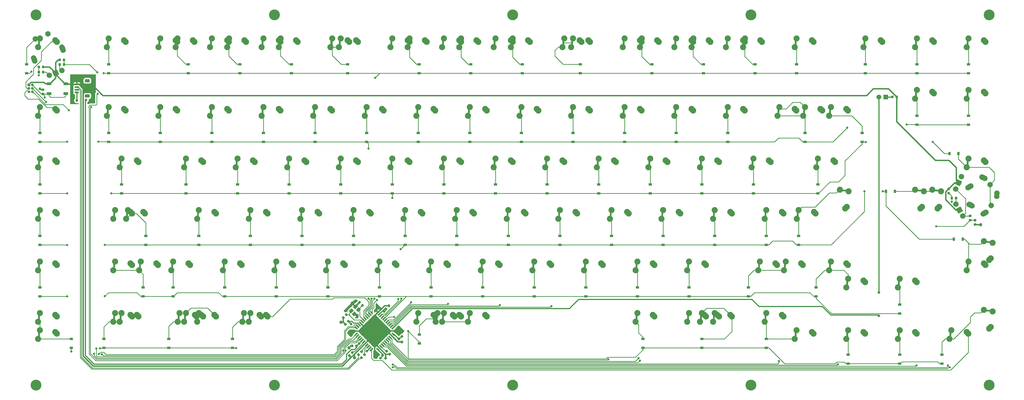
<source format=gbl>
G04 #@! TF.GenerationSoftware,KiCad,Pcbnew,(5.1.0)-1*
G04 #@! TF.CreationDate,2019-05-14T20:04:05-07:00*
G04 #@! TF.ProjectId,mad cat,6d616420-6361-4742-9e6b-696361645f70,rev?*
G04 #@! TF.SameCoordinates,Original*
G04 #@! TF.FileFunction,Copper,L2,Bot*
G04 #@! TF.FilePolarity,Positive*
%FSLAX46Y46*%
G04 Gerber Fmt 4.6, Leading zero omitted, Abs format (unit mm)*
G04 Created by KiCad (PCBNEW (5.1.0)-1) date 2019-05-14 20:04:05*
%MOMM*%
%LPD*%
G04 APERTURE LIST*
%ADD10C,2.250000*%
%ADD11C,0.100000*%
%ADD12C,0.660000*%
%ADD13C,2.000000*%
%ADD14C,1.200000*%
%ADD15C,0.550000*%
%ADD16R,1.800000X1.800000*%
%ADD17C,1.800000*%
%ADD18R,1.000000X1.000000*%
%ADD19O,1.000000X1.000000*%
%ADD20C,1.000000*%
%ADD21C,4.000000*%
%ADD22R,1.800000X1.100000*%
%ADD23C,0.600000*%
%ADD24C,0.875000*%
%ADD25R,1.200000X0.900000*%
%ADD26R,0.900000X1.200000*%
%ADD27C,0.800000*%
%ADD28C,0.508000*%
%ADD29C,0.381000*%
%ADD30C,0.254000*%
G04 APERTURE END LIST*
D10*
X81121250Y-108585000D03*
X81781250Y-105375000D03*
X87471250Y-106045000D03*
X88081250Y-106625000D03*
D11*
G36*
X81483597Y-104323089D02*
G01*
X81515631Y-104327841D01*
X81547045Y-104335710D01*
X81577537Y-104346620D01*
X81606812Y-104360466D01*
X81634589Y-104377115D01*
X81660601Y-104396407D01*
X81684596Y-104418155D01*
X81706344Y-104442150D01*
X81725636Y-104468162D01*
X81742285Y-104495939D01*
X81756131Y-104525214D01*
X81767041Y-104555706D01*
X81774910Y-104587120D01*
X81779662Y-104619154D01*
X81781251Y-104651500D01*
X81781251Y-109308500D01*
X81779662Y-109340846D01*
X81774910Y-109372880D01*
X81767041Y-109404294D01*
X81756131Y-109434786D01*
X81742285Y-109464061D01*
X81725636Y-109491838D01*
X81706344Y-109517850D01*
X81684596Y-109541845D01*
X81660601Y-109563593D01*
X81634589Y-109582885D01*
X81606812Y-109599534D01*
X81577537Y-109613380D01*
X81547045Y-109624290D01*
X81515631Y-109632159D01*
X81483597Y-109636911D01*
X81451251Y-109638500D01*
X81451249Y-109638500D01*
X81418903Y-109636911D01*
X81386869Y-109632159D01*
X81355455Y-109624290D01*
X81324963Y-109613380D01*
X81295688Y-109599534D01*
X81267911Y-109582885D01*
X81241899Y-109563593D01*
X81217904Y-109541845D01*
X81196156Y-109517850D01*
X81176864Y-109491838D01*
X81160215Y-109464061D01*
X81146369Y-109434786D01*
X81135459Y-109404294D01*
X81127590Y-109372880D01*
X81122838Y-109340846D01*
X81121249Y-109308500D01*
X81121249Y-104651500D01*
X81122838Y-104619154D01*
X81127590Y-104587120D01*
X81135459Y-104555706D01*
X81146369Y-104525214D01*
X81160215Y-104495939D01*
X81176864Y-104468162D01*
X81196156Y-104442150D01*
X81217904Y-104418155D01*
X81241899Y-104396407D01*
X81267911Y-104377115D01*
X81295688Y-104360466D01*
X81324963Y-104346620D01*
X81355455Y-104335710D01*
X81386869Y-104327841D01*
X81418903Y-104323089D01*
X81451249Y-104321500D01*
X81451251Y-104321500D01*
X81483597Y-104323089D01*
X81483597Y-104323089D01*
G37*
D12*
X81451250Y-106980000D03*
D10*
X154940000Y-108585000D03*
X155600000Y-105375000D03*
X161290000Y-106045000D03*
X161900000Y-106625000D03*
D11*
G36*
X155302347Y-104323089D02*
G01*
X155334381Y-104327841D01*
X155365795Y-104335710D01*
X155396287Y-104346620D01*
X155425562Y-104360466D01*
X155453339Y-104377115D01*
X155479351Y-104396407D01*
X155503346Y-104418155D01*
X155525094Y-104442150D01*
X155544386Y-104468162D01*
X155561035Y-104495939D01*
X155574881Y-104525214D01*
X155585791Y-104555706D01*
X155593660Y-104587120D01*
X155598412Y-104619154D01*
X155600001Y-104651500D01*
X155600001Y-109308500D01*
X155598412Y-109340846D01*
X155593660Y-109372880D01*
X155585791Y-109404294D01*
X155574881Y-109434786D01*
X155561035Y-109464061D01*
X155544386Y-109491838D01*
X155525094Y-109517850D01*
X155503346Y-109541845D01*
X155479351Y-109563593D01*
X155453339Y-109582885D01*
X155425562Y-109599534D01*
X155396287Y-109613380D01*
X155365795Y-109624290D01*
X155334381Y-109632159D01*
X155302347Y-109636911D01*
X155270001Y-109638500D01*
X155269999Y-109638500D01*
X155237653Y-109636911D01*
X155205619Y-109632159D01*
X155174205Y-109624290D01*
X155143713Y-109613380D01*
X155114438Y-109599534D01*
X155086661Y-109582885D01*
X155060649Y-109563593D01*
X155036654Y-109541845D01*
X155014906Y-109517850D01*
X154995614Y-109491838D01*
X154978965Y-109464061D01*
X154965119Y-109434786D01*
X154954209Y-109404294D01*
X154946340Y-109372880D01*
X154941588Y-109340846D01*
X154939999Y-109308500D01*
X154939999Y-104651500D01*
X154941588Y-104619154D01*
X154946340Y-104587120D01*
X154954209Y-104555706D01*
X154965119Y-104525214D01*
X154978965Y-104495939D01*
X154995614Y-104468162D01*
X155014906Y-104442150D01*
X155036654Y-104418155D01*
X155060649Y-104396407D01*
X155086661Y-104377115D01*
X155114438Y-104360466D01*
X155143713Y-104346620D01*
X155174205Y-104335710D01*
X155205619Y-104327841D01*
X155237653Y-104323089D01*
X155269999Y-104321500D01*
X155270001Y-104321500D01*
X155302347Y-104323089D01*
X155302347Y-104323089D01*
G37*
D12*
X155270000Y-106980000D03*
D13*
X344679809Y-65084936D03*
X345929809Y-67250000D03*
D11*
G36*
X345563784Y-68616025D02*
G01*
X344563784Y-66883975D01*
X346295834Y-65883975D01*
X347295834Y-67616025D01*
X345563784Y-68616025D01*
X345563784Y-68616025D01*
G37*
D13*
X347179809Y-69415064D03*
D11*
G36*
X350210018Y-57352398D02*
G01*
X350307511Y-57363614D01*
X350403434Y-57384331D01*
X350496865Y-57414351D01*
X350586904Y-57453384D01*
X350672683Y-57501055D01*
X350753377Y-57556904D01*
X350828207Y-57620393D01*
X350896455Y-57690911D01*
X350957462Y-57767779D01*
X351010641Y-57850257D01*
X351039042Y-57903043D01*
X351039043Y-57903045D01*
X351078571Y-57992868D01*
X351109104Y-58086133D01*
X351130349Y-58181941D01*
X351142100Y-58279370D01*
X351144245Y-58377482D01*
X351136764Y-58475332D01*
X351119727Y-58571977D01*
X351093299Y-58666487D01*
X351057735Y-58757951D01*
X351013378Y-58845489D01*
X350960653Y-58928258D01*
X350900070Y-59005461D01*
X350832211Y-59076353D01*
X350757731Y-59140253D01*
X350644616Y-59216285D01*
X349605385Y-59816285D01*
X349518092Y-59861123D01*
X349426824Y-59897189D01*
X349332461Y-59924136D01*
X349235911Y-59941704D01*
X349138104Y-59949724D01*
X349039982Y-59948118D01*
X348942489Y-59936902D01*
X348846566Y-59916185D01*
X348753135Y-59886165D01*
X348663096Y-59847132D01*
X348577317Y-59799461D01*
X348496623Y-59743612D01*
X348421793Y-59680123D01*
X348353545Y-59609605D01*
X348292538Y-59532737D01*
X348239359Y-59450259D01*
X348210958Y-59397473D01*
X348210957Y-59397471D01*
X348171429Y-59307648D01*
X348140896Y-59214383D01*
X348119651Y-59118575D01*
X348107900Y-59021146D01*
X348105755Y-58923034D01*
X348113236Y-58825184D01*
X348130273Y-58728539D01*
X348156701Y-58634029D01*
X348192265Y-58542565D01*
X348236622Y-58455027D01*
X348289347Y-58372258D01*
X348349930Y-58295055D01*
X348417789Y-58224163D01*
X348492269Y-58160263D01*
X348605384Y-58084231D01*
X349644615Y-57484231D01*
X349731908Y-57439393D01*
X349823176Y-57403327D01*
X349917539Y-57376380D01*
X350014089Y-57358812D01*
X350111896Y-57350792D01*
X350210018Y-57352398D01*
X350210018Y-57352398D01*
G37*
D13*
X349625000Y-58650258D03*
D11*
G36*
X355810018Y-67051882D02*
G01*
X355907511Y-67063098D01*
X356003434Y-67083815D01*
X356096865Y-67113835D01*
X356186904Y-67152868D01*
X356272683Y-67200539D01*
X356353377Y-67256388D01*
X356428207Y-67319877D01*
X356496455Y-67390395D01*
X356557462Y-67467263D01*
X356610641Y-67549741D01*
X356639042Y-67602527D01*
X356639043Y-67602529D01*
X356678571Y-67692352D01*
X356709104Y-67785617D01*
X356730349Y-67881425D01*
X356742100Y-67978854D01*
X356744245Y-68076966D01*
X356736764Y-68174816D01*
X356719727Y-68271461D01*
X356693299Y-68365971D01*
X356657735Y-68457435D01*
X356613378Y-68544973D01*
X356560653Y-68627742D01*
X356500070Y-68704945D01*
X356432211Y-68775837D01*
X356357731Y-68839737D01*
X356244616Y-68915769D01*
X355205385Y-69515769D01*
X355118092Y-69560607D01*
X355026824Y-69596673D01*
X354932461Y-69623620D01*
X354835911Y-69641188D01*
X354738104Y-69649208D01*
X354639982Y-69647602D01*
X354542489Y-69636386D01*
X354446566Y-69615669D01*
X354353135Y-69585649D01*
X354263096Y-69546616D01*
X354177317Y-69498945D01*
X354096623Y-69443096D01*
X354021793Y-69379607D01*
X353953545Y-69309089D01*
X353892538Y-69232221D01*
X353839359Y-69149743D01*
X353810958Y-69096957D01*
X353810957Y-69096955D01*
X353771429Y-69007132D01*
X353740896Y-68913867D01*
X353719651Y-68818059D01*
X353707900Y-68720630D01*
X353705755Y-68622518D01*
X353713236Y-68524668D01*
X353730273Y-68428023D01*
X353756701Y-68333513D01*
X353792265Y-68242049D01*
X353836622Y-68154511D01*
X353889347Y-68071742D01*
X353949930Y-67994539D01*
X354017789Y-67923647D01*
X354092269Y-67859747D01*
X354205384Y-67783715D01*
X355244615Y-67183715D01*
X355331908Y-67138877D01*
X355423176Y-67102811D01*
X355517539Y-67075864D01*
X355614089Y-67058296D01*
X355711896Y-67050276D01*
X355810018Y-67051882D01*
X355810018Y-67051882D01*
G37*
D13*
X355225000Y-68349742D03*
X357237178Y-57834936D03*
X359737178Y-62165064D03*
D14*
X122487868Y-105643503D03*
D11*
G36*
X122417157Y-106562742D02*
G01*
X121568629Y-105714214D01*
X122558579Y-104724264D01*
X123407107Y-105572792D01*
X122417157Y-106562742D01*
X122417157Y-106562742D01*
G37*
D14*
X124043503Y-104087868D03*
D11*
G36*
X123972792Y-105007107D02*
G01*
X123124264Y-104158579D01*
X124114214Y-103168629D01*
X124962742Y-104017157D01*
X123972792Y-105007107D01*
X123972792Y-105007107D01*
G37*
D14*
X122912132Y-102956497D03*
D11*
G36*
X122841421Y-103875736D02*
G01*
X121992893Y-103027208D01*
X122982843Y-102037258D01*
X123831371Y-102885786D01*
X122841421Y-103875736D01*
X122841421Y-103875736D01*
G37*
D14*
X121356497Y-104512132D03*
D11*
G36*
X121285786Y-105431371D02*
G01*
X120437258Y-104582843D01*
X121427208Y-103592893D01*
X122275736Y-104441421D01*
X121285786Y-105431371D01*
X121285786Y-105431371D01*
G37*
D10*
X33496250Y-89535000D03*
X34156250Y-86325000D03*
X39846250Y-86995000D03*
X40456250Y-87575000D03*
D11*
G36*
X33858597Y-85273089D02*
G01*
X33890631Y-85277841D01*
X33922045Y-85285710D01*
X33952537Y-85296620D01*
X33981812Y-85310466D01*
X34009589Y-85327115D01*
X34035601Y-85346407D01*
X34059596Y-85368155D01*
X34081344Y-85392150D01*
X34100636Y-85418162D01*
X34117285Y-85445939D01*
X34131131Y-85475214D01*
X34142041Y-85505706D01*
X34149910Y-85537120D01*
X34154662Y-85569154D01*
X34156251Y-85601500D01*
X34156251Y-90258500D01*
X34154662Y-90290846D01*
X34149910Y-90322880D01*
X34142041Y-90354294D01*
X34131131Y-90384786D01*
X34117285Y-90414061D01*
X34100636Y-90441838D01*
X34081344Y-90467850D01*
X34059596Y-90491845D01*
X34035601Y-90513593D01*
X34009589Y-90532885D01*
X33981812Y-90549534D01*
X33952537Y-90563380D01*
X33922045Y-90574290D01*
X33890631Y-90582159D01*
X33858597Y-90586911D01*
X33826251Y-90588500D01*
X33826249Y-90588500D01*
X33793903Y-90586911D01*
X33761869Y-90582159D01*
X33730455Y-90574290D01*
X33699963Y-90563380D01*
X33670688Y-90549534D01*
X33642911Y-90532885D01*
X33616899Y-90513593D01*
X33592904Y-90491845D01*
X33571156Y-90467850D01*
X33551864Y-90441838D01*
X33535215Y-90414061D01*
X33521369Y-90384786D01*
X33510459Y-90354294D01*
X33502590Y-90322880D01*
X33497838Y-90290846D01*
X33496249Y-90258500D01*
X33496249Y-85601500D01*
X33497838Y-85569154D01*
X33502590Y-85537120D01*
X33510459Y-85505706D01*
X33521369Y-85475214D01*
X33535215Y-85445939D01*
X33551864Y-85418162D01*
X33571156Y-85392150D01*
X33592904Y-85368155D01*
X33616899Y-85346407D01*
X33642911Y-85327115D01*
X33670688Y-85310466D01*
X33699963Y-85296620D01*
X33730455Y-85285710D01*
X33761869Y-85277841D01*
X33793903Y-85273089D01*
X33826249Y-85271500D01*
X33826251Y-85271500D01*
X33858597Y-85273089D01*
X33858597Y-85273089D01*
G37*
D12*
X33826250Y-87930000D03*
D15*
X131202082Y-118858936D03*
D11*
G36*
X130477298Y-118523060D02*
G01*
X130866206Y-118134152D01*
X131926866Y-119194812D01*
X131537958Y-119583720D01*
X130477298Y-118523060D01*
X130477298Y-118523060D01*
G37*
D15*
X131767767Y-118293250D03*
D11*
G36*
X131042983Y-117957374D02*
G01*
X131431891Y-117568466D01*
X132492551Y-118629126D01*
X132103643Y-119018034D01*
X131042983Y-117957374D01*
X131042983Y-117957374D01*
G37*
D15*
X132333452Y-117727565D03*
D11*
G36*
X131608668Y-117391689D02*
G01*
X131997576Y-117002781D01*
X133058236Y-118063441D01*
X132669328Y-118452349D01*
X131608668Y-117391689D01*
X131608668Y-117391689D01*
G37*
D15*
X132899138Y-117161880D03*
D11*
G36*
X132174354Y-116826004D02*
G01*
X132563262Y-116437096D01*
X133623922Y-117497756D01*
X133235014Y-117886664D01*
X132174354Y-116826004D01*
X132174354Y-116826004D01*
G37*
D15*
X133464823Y-116596194D03*
D11*
G36*
X132740039Y-116260318D02*
G01*
X133128947Y-115871410D01*
X134189607Y-116932070D01*
X133800699Y-117320978D01*
X132740039Y-116260318D01*
X132740039Y-116260318D01*
G37*
D15*
X134030509Y-116030509D03*
D11*
G36*
X133305725Y-115694633D02*
G01*
X133694633Y-115305725D01*
X134755293Y-116366385D01*
X134366385Y-116755293D01*
X133305725Y-115694633D01*
X133305725Y-115694633D01*
G37*
D15*
X134596194Y-115464823D03*
D11*
G36*
X133871410Y-115128947D02*
G01*
X134260318Y-114740039D01*
X135320978Y-115800699D01*
X134932070Y-116189607D01*
X133871410Y-115128947D01*
X133871410Y-115128947D01*
G37*
D15*
X135161880Y-114899138D03*
D11*
G36*
X134437096Y-114563262D02*
G01*
X134826004Y-114174354D01*
X135886664Y-115235014D01*
X135497756Y-115623922D01*
X134437096Y-114563262D01*
X134437096Y-114563262D01*
G37*
D15*
X135727565Y-114333452D03*
D11*
G36*
X135002781Y-113997576D02*
G01*
X135391689Y-113608668D01*
X136452349Y-114669328D01*
X136063441Y-115058236D01*
X135002781Y-113997576D01*
X135002781Y-113997576D01*
G37*
D15*
X136293250Y-113767767D03*
D11*
G36*
X135568466Y-113431891D02*
G01*
X135957374Y-113042983D01*
X137018034Y-114103643D01*
X136629126Y-114492551D01*
X135568466Y-113431891D01*
X135568466Y-113431891D01*
G37*
D15*
X136858936Y-113202082D03*
D11*
G36*
X136134152Y-112866206D02*
G01*
X136523060Y-112477298D01*
X137583720Y-113537958D01*
X137194812Y-113926866D01*
X136134152Y-112866206D01*
X136134152Y-112866206D01*
G37*
D15*
X136858936Y-110797918D03*
D11*
G36*
X136523060Y-111522702D02*
G01*
X136134152Y-111133794D01*
X137194812Y-110073134D01*
X137583720Y-110462042D01*
X136523060Y-111522702D01*
X136523060Y-111522702D01*
G37*
D15*
X136293250Y-110232233D03*
D11*
G36*
X135957374Y-110957017D02*
G01*
X135568466Y-110568109D01*
X136629126Y-109507449D01*
X137018034Y-109896357D01*
X135957374Y-110957017D01*
X135957374Y-110957017D01*
G37*
D15*
X135727565Y-109666548D03*
D11*
G36*
X135391689Y-110391332D02*
G01*
X135002781Y-110002424D01*
X136063441Y-108941764D01*
X136452349Y-109330672D01*
X135391689Y-110391332D01*
X135391689Y-110391332D01*
G37*
D15*
X135161880Y-109100862D03*
D11*
G36*
X134826004Y-109825646D02*
G01*
X134437096Y-109436738D01*
X135497756Y-108376078D01*
X135886664Y-108764986D01*
X134826004Y-109825646D01*
X134826004Y-109825646D01*
G37*
D15*
X134596194Y-108535177D03*
D11*
G36*
X134260318Y-109259961D02*
G01*
X133871410Y-108871053D01*
X134932070Y-107810393D01*
X135320978Y-108199301D01*
X134260318Y-109259961D01*
X134260318Y-109259961D01*
G37*
D15*
X134030509Y-107969491D03*
D11*
G36*
X133694633Y-108694275D02*
G01*
X133305725Y-108305367D01*
X134366385Y-107244707D01*
X134755293Y-107633615D01*
X133694633Y-108694275D01*
X133694633Y-108694275D01*
G37*
D15*
X133464823Y-107403806D03*
D11*
G36*
X133128947Y-108128590D02*
G01*
X132740039Y-107739682D01*
X133800699Y-106679022D01*
X134189607Y-107067930D01*
X133128947Y-108128590D01*
X133128947Y-108128590D01*
G37*
D15*
X132899138Y-106838120D03*
D11*
G36*
X132563262Y-107562904D02*
G01*
X132174354Y-107173996D01*
X133235014Y-106113336D01*
X133623922Y-106502244D01*
X132563262Y-107562904D01*
X132563262Y-107562904D01*
G37*
D15*
X132333452Y-106272435D03*
D11*
G36*
X131997576Y-106997219D02*
G01*
X131608668Y-106608311D01*
X132669328Y-105547651D01*
X133058236Y-105936559D01*
X131997576Y-106997219D01*
X131997576Y-106997219D01*
G37*
D15*
X131767767Y-105706750D03*
D11*
G36*
X131431891Y-106431534D02*
G01*
X131042983Y-106042626D01*
X132103643Y-104981966D01*
X132492551Y-105370874D01*
X131431891Y-106431534D01*
X131431891Y-106431534D01*
G37*
D15*
X131202082Y-105141064D03*
D11*
G36*
X130866206Y-105865848D02*
G01*
X130477298Y-105476940D01*
X131537958Y-104416280D01*
X131926866Y-104805188D01*
X130866206Y-105865848D01*
X130866206Y-105865848D01*
G37*
D15*
X128797918Y-105141064D03*
D11*
G36*
X128073134Y-104805188D02*
G01*
X128462042Y-104416280D01*
X129522702Y-105476940D01*
X129133794Y-105865848D01*
X128073134Y-104805188D01*
X128073134Y-104805188D01*
G37*
D15*
X128232233Y-105706750D03*
D11*
G36*
X127507449Y-105370874D02*
G01*
X127896357Y-104981966D01*
X128957017Y-106042626D01*
X128568109Y-106431534D01*
X127507449Y-105370874D01*
X127507449Y-105370874D01*
G37*
D15*
X127666548Y-106272435D03*
D11*
G36*
X126941764Y-105936559D02*
G01*
X127330672Y-105547651D01*
X128391332Y-106608311D01*
X128002424Y-106997219D01*
X126941764Y-105936559D01*
X126941764Y-105936559D01*
G37*
D15*
X127100862Y-106838120D03*
D11*
G36*
X126376078Y-106502244D02*
G01*
X126764986Y-106113336D01*
X127825646Y-107173996D01*
X127436738Y-107562904D01*
X126376078Y-106502244D01*
X126376078Y-106502244D01*
G37*
D15*
X126535177Y-107403806D03*
D11*
G36*
X125810393Y-107067930D02*
G01*
X126199301Y-106679022D01*
X127259961Y-107739682D01*
X126871053Y-108128590D01*
X125810393Y-107067930D01*
X125810393Y-107067930D01*
G37*
D15*
X125969491Y-107969491D03*
D11*
G36*
X125244707Y-107633615D02*
G01*
X125633615Y-107244707D01*
X126694275Y-108305367D01*
X126305367Y-108694275D01*
X125244707Y-107633615D01*
X125244707Y-107633615D01*
G37*
D15*
X125403806Y-108535177D03*
D11*
G36*
X124679022Y-108199301D02*
G01*
X125067930Y-107810393D01*
X126128590Y-108871053D01*
X125739682Y-109259961D01*
X124679022Y-108199301D01*
X124679022Y-108199301D01*
G37*
D15*
X124838120Y-109100862D03*
D11*
G36*
X124113336Y-108764986D02*
G01*
X124502244Y-108376078D01*
X125562904Y-109436738D01*
X125173996Y-109825646D01*
X124113336Y-108764986D01*
X124113336Y-108764986D01*
G37*
D15*
X124272435Y-109666548D03*
D11*
G36*
X123547651Y-109330672D02*
G01*
X123936559Y-108941764D01*
X124997219Y-110002424D01*
X124608311Y-110391332D01*
X123547651Y-109330672D01*
X123547651Y-109330672D01*
G37*
D15*
X123706750Y-110232233D03*
D11*
G36*
X122981966Y-109896357D02*
G01*
X123370874Y-109507449D01*
X124431534Y-110568109D01*
X124042626Y-110957017D01*
X122981966Y-109896357D01*
X122981966Y-109896357D01*
G37*
D15*
X123141064Y-110797918D03*
D11*
G36*
X122416280Y-110462042D02*
G01*
X122805188Y-110073134D01*
X123865848Y-111133794D01*
X123476940Y-111522702D01*
X122416280Y-110462042D01*
X122416280Y-110462042D01*
G37*
D15*
X123141064Y-113202082D03*
D11*
G36*
X122805188Y-113926866D02*
G01*
X122416280Y-113537958D01*
X123476940Y-112477298D01*
X123865848Y-112866206D01*
X122805188Y-113926866D01*
X122805188Y-113926866D01*
G37*
D15*
X123706750Y-113767767D03*
D11*
G36*
X123370874Y-114492551D02*
G01*
X122981966Y-114103643D01*
X124042626Y-113042983D01*
X124431534Y-113431891D01*
X123370874Y-114492551D01*
X123370874Y-114492551D01*
G37*
D15*
X124272435Y-114333452D03*
D11*
G36*
X123936559Y-115058236D02*
G01*
X123547651Y-114669328D01*
X124608311Y-113608668D01*
X124997219Y-113997576D01*
X123936559Y-115058236D01*
X123936559Y-115058236D01*
G37*
D15*
X124838120Y-114899138D03*
D11*
G36*
X124502244Y-115623922D02*
G01*
X124113336Y-115235014D01*
X125173996Y-114174354D01*
X125562904Y-114563262D01*
X124502244Y-115623922D01*
X124502244Y-115623922D01*
G37*
D15*
X125403806Y-115464823D03*
D11*
G36*
X125067930Y-116189607D02*
G01*
X124679022Y-115800699D01*
X125739682Y-114740039D01*
X126128590Y-115128947D01*
X125067930Y-116189607D01*
X125067930Y-116189607D01*
G37*
D15*
X125969491Y-116030509D03*
D11*
G36*
X125633615Y-116755293D02*
G01*
X125244707Y-116366385D01*
X126305367Y-115305725D01*
X126694275Y-115694633D01*
X125633615Y-116755293D01*
X125633615Y-116755293D01*
G37*
D15*
X126535177Y-116596194D03*
D11*
G36*
X126199301Y-117320978D02*
G01*
X125810393Y-116932070D01*
X126871053Y-115871410D01*
X127259961Y-116260318D01*
X126199301Y-117320978D01*
X126199301Y-117320978D01*
G37*
D15*
X127100862Y-117161880D03*
D11*
G36*
X126764986Y-117886664D02*
G01*
X126376078Y-117497756D01*
X127436738Y-116437096D01*
X127825646Y-116826004D01*
X126764986Y-117886664D01*
X126764986Y-117886664D01*
G37*
D15*
X127666548Y-117727565D03*
D11*
G36*
X127330672Y-118452349D02*
G01*
X126941764Y-118063441D01*
X128002424Y-117002781D01*
X128391332Y-117391689D01*
X127330672Y-118452349D01*
X127330672Y-118452349D01*
G37*
D15*
X128232233Y-118293250D03*
D11*
G36*
X127896357Y-119018034D02*
G01*
X127507449Y-118629126D01*
X128568109Y-117568466D01*
X128957017Y-117957374D01*
X127896357Y-119018034D01*
X127896357Y-119018034D01*
G37*
D15*
X128797918Y-118858936D03*
D11*
G36*
X128462042Y-119583720D02*
G01*
X128073134Y-119194812D01*
X129133794Y-118134152D01*
X129522702Y-118523060D01*
X128462042Y-119583720D01*
X128462042Y-119583720D01*
G37*
D16*
X318770000Y-25400000D03*
D17*
X316230000Y-25400000D03*
D18*
X2365000Y-20955000D03*
D19*
X3635000Y-20955000D03*
X2365000Y-22225000D03*
X3635000Y-22225000D03*
X2365000Y-23495000D03*
D20*
X3635000Y-23495000D03*
D21*
X5000000Y5000000D03*
X356950000Y-132000000D03*
X5000000Y-132000000D03*
X180975000Y-132000000D03*
X92987500Y-132000000D03*
X268962500Y-132000000D03*
X356950000Y5000000D03*
X268962500Y5000000D03*
X180975000Y5000000D03*
X92987500Y5000000D03*
D22*
X9800000Y-24175000D03*
X16000000Y-24175000D03*
X9800000Y-20475000D03*
X16000000Y-20475000D03*
D13*
X9878809Y-17422773D03*
X12212760Y-16526853D03*
D11*
G36*
X13504708Y-17102065D02*
G01*
X11637548Y-17818801D01*
X10920812Y-15951641D01*
X12787972Y-15234905D01*
X13504708Y-17102065D01*
X13504708Y-17102065D01*
G37*
D13*
X14546711Y-15630933D03*
D11*
G36*
X4207003Y-9979564D02*
G01*
X4303648Y-9996601D01*
X4398158Y-10023029D01*
X4489622Y-10058593D01*
X4577160Y-10102950D01*
X4659929Y-10155675D01*
X4737132Y-10216258D01*
X4808024Y-10284117D01*
X4871924Y-10358597D01*
X4928216Y-10438983D01*
X4976357Y-10524498D01*
X5015510Y-10613344D01*
X5445552Y-11733641D01*
X5476183Y-11826873D01*
X5497528Y-11922659D01*
X5509381Y-12020076D01*
X5511629Y-12118186D01*
X5504250Y-12216043D01*
X5487314Y-12312706D01*
X5460986Y-12407244D01*
X5425518Y-12498745D01*
X5381251Y-12586330D01*
X5328614Y-12669154D01*
X5268111Y-12746420D01*
X5200327Y-12817383D01*
X5125913Y-12881361D01*
X5045587Y-12937737D01*
X4959186Y-12986436D01*
X4959184Y-12986437D01*
X4869361Y-13025965D01*
X4776096Y-13056498D01*
X4680288Y-13077743D01*
X4582859Y-13089494D01*
X4484747Y-13091639D01*
X4386897Y-13084158D01*
X4290252Y-13067121D01*
X4195742Y-13040693D01*
X4104278Y-13005129D01*
X4016740Y-12960772D01*
X3933971Y-12908047D01*
X3856768Y-12847464D01*
X3785876Y-12779605D01*
X3721976Y-12705125D01*
X3665684Y-12624739D01*
X3617543Y-12539224D01*
X3578390Y-12450378D01*
X3148348Y-11330081D01*
X3117717Y-11236849D01*
X3096372Y-11141063D01*
X3084519Y-11043646D01*
X3082271Y-10945536D01*
X3089650Y-10847679D01*
X3106586Y-10751016D01*
X3132914Y-10656478D01*
X3168382Y-10564977D01*
X3212649Y-10477392D01*
X3265286Y-10394568D01*
X3325789Y-10317302D01*
X3393573Y-10246339D01*
X3467987Y-10182361D01*
X3548313Y-10125985D01*
X3634714Y-10077286D01*
X3634716Y-10077285D01*
X3724539Y-10037757D01*
X3817804Y-10007224D01*
X3913612Y-9985979D01*
X4011041Y-9974228D01*
X4109153Y-9972083D01*
X4207003Y-9979564D01*
X4207003Y-9979564D01*
G37*
D13*
X4296950Y-11531861D03*
D11*
G36*
X14663103Y-5965842D02*
G01*
X14759748Y-5982879D01*
X14854258Y-6009307D01*
X14945722Y-6044871D01*
X15033260Y-6089228D01*
X15116029Y-6141953D01*
X15193232Y-6202536D01*
X15264124Y-6270395D01*
X15328024Y-6344875D01*
X15384316Y-6425261D01*
X15432457Y-6510776D01*
X15471610Y-6599622D01*
X15901652Y-7719919D01*
X15932283Y-7813151D01*
X15953628Y-7908937D01*
X15965481Y-8006354D01*
X15967729Y-8104464D01*
X15960350Y-8202321D01*
X15943414Y-8298984D01*
X15917086Y-8393522D01*
X15881618Y-8485023D01*
X15837351Y-8572608D01*
X15784714Y-8655432D01*
X15724211Y-8732698D01*
X15656427Y-8803661D01*
X15582013Y-8867639D01*
X15501687Y-8924015D01*
X15415286Y-8972714D01*
X15415284Y-8972715D01*
X15325461Y-9012243D01*
X15232196Y-9042776D01*
X15136388Y-9064021D01*
X15038959Y-9075772D01*
X14940847Y-9077917D01*
X14842997Y-9070436D01*
X14746352Y-9053399D01*
X14651842Y-9026971D01*
X14560378Y-8991407D01*
X14472840Y-8947050D01*
X14390071Y-8894325D01*
X14312868Y-8833742D01*
X14241976Y-8765883D01*
X14178076Y-8691403D01*
X14121784Y-8611017D01*
X14073643Y-8525502D01*
X14034490Y-8436656D01*
X13604448Y-7316359D01*
X13573817Y-7223127D01*
X13552472Y-7127341D01*
X13540619Y-7029924D01*
X13538371Y-6931814D01*
X13545750Y-6833957D01*
X13562686Y-6737294D01*
X13589014Y-6642756D01*
X13624482Y-6551255D01*
X13668749Y-6463670D01*
X13721386Y-6380846D01*
X13781889Y-6303580D01*
X13849673Y-6232617D01*
X13924087Y-6168639D01*
X14004413Y-6112263D01*
X14090814Y-6063564D01*
X14090816Y-6063563D01*
X14180639Y-6024035D01*
X14273904Y-5993502D01*
X14369712Y-5972257D01*
X14467141Y-5960506D01*
X14565253Y-5958361D01*
X14663103Y-5965842D01*
X14663103Y-5965842D01*
G37*
D13*
X14753050Y-7518139D03*
X4682473Y-3885857D03*
X9350375Y-2094017D03*
D10*
X93027500Y-89535000D03*
X93687500Y-86325000D03*
X99377500Y-86995000D03*
X99987500Y-87575000D03*
D11*
G36*
X93389847Y-85273089D02*
G01*
X93421881Y-85277841D01*
X93453295Y-85285710D01*
X93483787Y-85296620D01*
X93513062Y-85310466D01*
X93540839Y-85327115D01*
X93566851Y-85346407D01*
X93590846Y-85368155D01*
X93612594Y-85392150D01*
X93631886Y-85418162D01*
X93648535Y-85445939D01*
X93662381Y-85475214D01*
X93673291Y-85505706D01*
X93681160Y-85537120D01*
X93685912Y-85569154D01*
X93687501Y-85601500D01*
X93687501Y-90258500D01*
X93685912Y-90290846D01*
X93681160Y-90322880D01*
X93673291Y-90354294D01*
X93662381Y-90384786D01*
X93648535Y-90414061D01*
X93631886Y-90441838D01*
X93612594Y-90467850D01*
X93590846Y-90491845D01*
X93566851Y-90513593D01*
X93540839Y-90532885D01*
X93513062Y-90549534D01*
X93483787Y-90563380D01*
X93453295Y-90574290D01*
X93421881Y-90582159D01*
X93389847Y-90586911D01*
X93357501Y-90588500D01*
X93357499Y-90588500D01*
X93325153Y-90586911D01*
X93293119Y-90582159D01*
X93261705Y-90574290D01*
X93231213Y-90563380D01*
X93201938Y-90549534D01*
X93174161Y-90532885D01*
X93148149Y-90513593D01*
X93124154Y-90491845D01*
X93102406Y-90467850D01*
X93083114Y-90441838D01*
X93066465Y-90414061D01*
X93052619Y-90384786D01*
X93041709Y-90354294D01*
X93033840Y-90322880D01*
X93029088Y-90290846D01*
X93027499Y-90258500D01*
X93027499Y-85601500D01*
X93029088Y-85569154D01*
X93033840Y-85537120D01*
X93041709Y-85505706D01*
X93052619Y-85475214D01*
X93066465Y-85445939D01*
X93083114Y-85418162D01*
X93102406Y-85392150D01*
X93124154Y-85368155D01*
X93148149Y-85346407D01*
X93174161Y-85327115D01*
X93201938Y-85310466D01*
X93231213Y-85296620D01*
X93261705Y-85285710D01*
X93293119Y-85277841D01*
X93325153Y-85273089D01*
X93357499Y-85271500D01*
X93357501Y-85271500D01*
X93389847Y-85273089D01*
X93389847Y-85273089D01*
G37*
D12*
X93357500Y-87930000D03*
D10*
X56515000Y-6985000D03*
X57175000Y-3775000D03*
X62865000Y-4445000D03*
X63475000Y-5025000D03*
D11*
G36*
X56877347Y-2723089D02*
G01*
X56909381Y-2727841D01*
X56940795Y-2735710D01*
X56971287Y-2746620D01*
X57000562Y-2760466D01*
X57028339Y-2777115D01*
X57054351Y-2796407D01*
X57078346Y-2818155D01*
X57100094Y-2842150D01*
X57119386Y-2868162D01*
X57136035Y-2895939D01*
X57149881Y-2925214D01*
X57160791Y-2955706D01*
X57168660Y-2987120D01*
X57173412Y-3019154D01*
X57175001Y-3051500D01*
X57175001Y-7708500D01*
X57173412Y-7740846D01*
X57168660Y-7772880D01*
X57160791Y-7804294D01*
X57149881Y-7834786D01*
X57136035Y-7864061D01*
X57119386Y-7891838D01*
X57100094Y-7917850D01*
X57078346Y-7941845D01*
X57054351Y-7963593D01*
X57028339Y-7982885D01*
X57000562Y-7999534D01*
X56971287Y-8013380D01*
X56940795Y-8024290D01*
X56909381Y-8032159D01*
X56877347Y-8036911D01*
X56845001Y-8038500D01*
X56844999Y-8038500D01*
X56812653Y-8036911D01*
X56780619Y-8032159D01*
X56749205Y-8024290D01*
X56718713Y-8013380D01*
X56689438Y-7999534D01*
X56661661Y-7982885D01*
X56635649Y-7963593D01*
X56611654Y-7941845D01*
X56589906Y-7917850D01*
X56570614Y-7891838D01*
X56553965Y-7864061D01*
X56540119Y-7834786D01*
X56529209Y-7804294D01*
X56521340Y-7772880D01*
X56516588Y-7740846D01*
X56514999Y-7708500D01*
X56514999Y-3051500D01*
X56516588Y-3019154D01*
X56521340Y-2987120D01*
X56529209Y-2955706D01*
X56540119Y-2925214D01*
X56553965Y-2895939D01*
X56570614Y-2868162D01*
X56589906Y-2842150D01*
X56611654Y-2818155D01*
X56635649Y-2796407D01*
X56661661Y-2777115D01*
X56689438Y-2760466D01*
X56718713Y-2746620D01*
X56749205Y-2735710D01*
X56780619Y-2727841D01*
X56812653Y-2723089D01*
X56844999Y-2721500D01*
X56845001Y-2721500D01*
X56877347Y-2723089D01*
X56877347Y-2723089D01*
G37*
D12*
X56845000Y-5380000D03*
D10*
X31115000Y-6985000D03*
X31775000Y-3775000D03*
X37465000Y-4445000D03*
X38075000Y-5025000D03*
D11*
G36*
X31477347Y-2723089D02*
G01*
X31509381Y-2727841D01*
X31540795Y-2735710D01*
X31571287Y-2746620D01*
X31600562Y-2760466D01*
X31628339Y-2777115D01*
X31654351Y-2796407D01*
X31678346Y-2818155D01*
X31700094Y-2842150D01*
X31719386Y-2868162D01*
X31736035Y-2895939D01*
X31749881Y-2925214D01*
X31760791Y-2955706D01*
X31768660Y-2987120D01*
X31773412Y-3019154D01*
X31775001Y-3051500D01*
X31775001Y-7708500D01*
X31773412Y-7740846D01*
X31768660Y-7772880D01*
X31760791Y-7804294D01*
X31749881Y-7834786D01*
X31736035Y-7864061D01*
X31719386Y-7891838D01*
X31700094Y-7917850D01*
X31678346Y-7941845D01*
X31654351Y-7963593D01*
X31628339Y-7982885D01*
X31600562Y-7999534D01*
X31571287Y-8013380D01*
X31540795Y-8024290D01*
X31509381Y-8032159D01*
X31477347Y-8036911D01*
X31445001Y-8038500D01*
X31444999Y-8038500D01*
X31412653Y-8036911D01*
X31380619Y-8032159D01*
X31349205Y-8024290D01*
X31318713Y-8013380D01*
X31289438Y-7999534D01*
X31261661Y-7982885D01*
X31235649Y-7963593D01*
X31211654Y-7941845D01*
X31189906Y-7917850D01*
X31170614Y-7891838D01*
X31153965Y-7864061D01*
X31140119Y-7834786D01*
X31129209Y-7804294D01*
X31121340Y-7772880D01*
X31116588Y-7740846D01*
X31114999Y-7708500D01*
X31114999Y-3051500D01*
X31116588Y-3019154D01*
X31121340Y-2987120D01*
X31129209Y-2955706D01*
X31140119Y-2925214D01*
X31153965Y-2895939D01*
X31170614Y-2868162D01*
X31189906Y-2842150D01*
X31211654Y-2818155D01*
X31235649Y-2796407D01*
X31261661Y-2777115D01*
X31289438Y-2760466D01*
X31318713Y-2746620D01*
X31349205Y-2735710D01*
X31380619Y-2727841D01*
X31412653Y-2723089D01*
X31444999Y-2721500D01*
X31445001Y-2721500D01*
X31477347Y-2723089D01*
X31477347Y-2723089D01*
G37*
D12*
X31445000Y-5380000D03*
D10*
X285115000Y-6985000D03*
X285775000Y-3775000D03*
X291465000Y-4445000D03*
X292075000Y-5025000D03*
D11*
G36*
X285477347Y-2723089D02*
G01*
X285509381Y-2727841D01*
X285540795Y-2735710D01*
X285571287Y-2746620D01*
X285600562Y-2760466D01*
X285628339Y-2777115D01*
X285654351Y-2796407D01*
X285678346Y-2818155D01*
X285700094Y-2842150D01*
X285719386Y-2868162D01*
X285736035Y-2895939D01*
X285749881Y-2925214D01*
X285760791Y-2955706D01*
X285768660Y-2987120D01*
X285773412Y-3019154D01*
X285775001Y-3051500D01*
X285775001Y-7708500D01*
X285773412Y-7740846D01*
X285768660Y-7772880D01*
X285760791Y-7804294D01*
X285749881Y-7834786D01*
X285736035Y-7864061D01*
X285719386Y-7891838D01*
X285700094Y-7917850D01*
X285678346Y-7941845D01*
X285654351Y-7963593D01*
X285628339Y-7982885D01*
X285600562Y-7999534D01*
X285571287Y-8013380D01*
X285540795Y-8024290D01*
X285509381Y-8032159D01*
X285477347Y-8036911D01*
X285445001Y-8038500D01*
X285444999Y-8038500D01*
X285412653Y-8036911D01*
X285380619Y-8032159D01*
X285349205Y-8024290D01*
X285318713Y-8013380D01*
X285289438Y-7999534D01*
X285261661Y-7982885D01*
X285235649Y-7963593D01*
X285211654Y-7941845D01*
X285189906Y-7917850D01*
X285170614Y-7891838D01*
X285153965Y-7864061D01*
X285140119Y-7834786D01*
X285129209Y-7804294D01*
X285121340Y-7772880D01*
X285116588Y-7740846D01*
X285114999Y-7708500D01*
X285114999Y-3051500D01*
X285116588Y-3019154D01*
X285121340Y-2987120D01*
X285129209Y-2955706D01*
X285140119Y-2925214D01*
X285153965Y-2895939D01*
X285170614Y-2868162D01*
X285189906Y-2842150D01*
X285211654Y-2818155D01*
X285235649Y-2796407D01*
X285261661Y-2777115D01*
X285289438Y-2760466D01*
X285318713Y-2746620D01*
X285349205Y-2735710D01*
X285380619Y-2727841D01*
X285412653Y-2723089D01*
X285444999Y-2721500D01*
X285445001Y-2721500D01*
X285477347Y-2723089D01*
X285477347Y-2723089D01*
G37*
D12*
X285445000Y-5380000D03*
D10*
X180340000Y-6985000D03*
X181000000Y-3775000D03*
X186690000Y-4445000D03*
X187300000Y-5025000D03*
D11*
G36*
X180702347Y-2723089D02*
G01*
X180734381Y-2727841D01*
X180765795Y-2735710D01*
X180796287Y-2746620D01*
X180825562Y-2760466D01*
X180853339Y-2777115D01*
X180879351Y-2796407D01*
X180903346Y-2818155D01*
X180925094Y-2842150D01*
X180944386Y-2868162D01*
X180961035Y-2895939D01*
X180974881Y-2925214D01*
X180985791Y-2955706D01*
X180993660Y-2987120D01*
X180998412Y-3019154D01*
X181000001Y-3051500D01*
X181000001Y-7708500D01*
X180998412Y-7740846D01*
X180993660Y-7772880D01*
X180985791Y-7804294D01*
X180974881Y-7834786D01*
X180961035Y-7864061D01*
X180944386Y-7891838D01*
X180925094Y-7917850D01*
X180903346Y-7941845D01*
X180879351Y-7963593D01*
X180853339Y-7982885D01*
X180825562Y-7999534D01*
X180796287Y-8013380D01*
X180765795Y-8024290D01*
X180734381Y-8032159D01*
X180702347Y-8036911D01*
X180670001Y-8038500D01*
X180669999Y-8038500D01*
X180637653Y-8036911D01*
X180605619Y-8032159D01*
X180574205Y-8024290D01*
X180543713Y-8013380D01*
X180514438Y-7999534D01*
X180486661Y-7982885D01*
X180460649Y-7963593D01*
X180436654Y-7941845D01*
X180414906Y-7917850D01*
X180395614Y-7891838D01*
X180378965Y-7864061D01*
X180365119Y-7834786D01*
X180354209Y-7804294D01*
X180346340Y-7772880D01*
X180341588Y-7740846D01*
X180339999Y-7708500D01*
X180339999Y-3051500D01*
X180341588Y-3019154D01*
X180346340Y-2987120D01*
X180354209Y-2955706D01*
X180365119Y-2925214D01*
X180378965Y-2895939D01*
X180395614Y-2868162D01*
X180414906Y-2842150D01*
X180436654Y-2818155D01*
X180460649Y-2796407D01*
X180486661Y-2777115D01*
X180514438Y-2760466D01*
X180543713Y-2746620D01*
X180574205Y-2735710D01*
X180605619Y-2727841D01*
X180637653Y-2723089D01*
X180669999Y-2721500D01*
X180670001Y-2721500D01*
X180702347Y-2723089D01*
X180702347Y-2723089D01*
G37*
D12*
X180670000Y-5380000D03*
D10*
X75565000Y-6985000D03*
X76225000Y-3775000D03*
X81915000Y-4445000D03*
X82525000Y-5025000D03*
D11*
G36*
X75927347Y-2723089D02*
G01*
X75959381Y-2727841D01*
X75990795Y-2735710D01*
X76021287Y-2746620D01*
X76050562Y-2760466D01*
X76078339Y-2777115D01*
X76104351Y-2796407D01*
X76128346Y-2818155D01*
X76150094Y-2842150D01*
X76169386Y-2868162D01*
X76186035Y-2895939D01*
X76199881Y-2925214D01*
X76210791Y-2955706D01*
X76218660Y-2987120D01*
X76223412Y-3019154D01*
X76225001Y-3051500D01*
X76225001Y-7708500D01*
X76223412Y-7740846D01*
X76218660Y-7772880D01*
X76210791Y-7804294D01*
X76199881Y-7834786D01*
X76186035Y-7864061D01*
X76169386Y-7891838D01*
X76150094Y-7917850D01*
X76128346Y-7941845D01*
X76104351Y-7963593D01*
X76078339Y-7982885D01*
X76050562Y-7999534D01*
X76021287Y-8013380D01*
X75990795Y-8024290D01*
X75959381Y-8032159D01*
X75927347Y-8036911D01*
X75895001Y-8038500D01*
X75894999Y-8038500D01*
X75862653Y-8036911D01*
X75830619Y-8032159D01*
X75799205Y-8024290D01*
X75768713Y-8013380D01*
X75739438Y-7999534D01*
X75711661Y-7982885D01*
X75685649Y-7963593D01*
X75661654Y-7941845D01*
X75639906Y-7917850D01*
X75620614Y-7891838D01*
X75603965Y-7864061D01*
X75590119Y-7834786D01*
X75579209Y-7804294D01*
X75571340Y-7772880D01*
X75566588Y-7740846D01*
X75564999Y-7708500D01*
X75564999Y-3051500D01*
X75566588Y-3019154D01*
X75571340Y-2987120D01*
X75579209Y-2955706D01*
X75590119Y-2925214D01*
X75603965Y-2895939D01*
X75620614Y-2868162D01*
X75639906Y-2842150D01*
X75661654Y-2818155D01*
X75685649Y-2796407D01*
X75711661Y-2777115D01*
X75739438Y-2760466D01*
X75768713Y-2746620D01*
X75799205Y-2735710D01*
X75830619Y-2727841D01*
X75862653Y-2723089D01*
X75894999Y-2721500D01*
X75895001Y-2721500D01*
X75927347Y-2723089D01*
X75927347Y-2723089D01*
G37*
D12*
X75895000Y-5380000D03*
D10*
X310515000Y-6985000D03*
X311175000Y-3775000D03*
X316865000Y-4445000D03*
X317475000Y-5025000D03*
D11*
G36*
X310877347Y-2723089D02*
G01*
X310909381Y-2727841D01*
X310940795Y-2735710D01*
X310971287Y-2746620D01*
X311000562Y-2760466D01*
X311028339Y-2777115D01*
X311054351Y-2796407D01*
X311078346Y-2818155D01*
X311100094Y-2842150D01*
X311119386Y-2868162D01*
X311136035Y-2895939D01*
X311149881Y-2925214D01*
X311160791Y-2955706D01*
X311168660Y-2987120D01*
X311173412Y-3019154D01*
X311175001Y-3051500D01*
X311175001Y-7708500D01*
X311173412Y-7740846D01*
X311168660Y-7772880D01*
X311160791Y-7804294D01*
X311149881Y-7834786D01*
X311136035Y-7864061D01*
X311119386Y-7891838D01*
X311100094Y-7917850D01*
X311078346Y-7941845D01*
X311054351Y-7963593D01*
X311028339Y-7982885D01*
X311000562Y-7999534D01*
X310971287Y-8013380D01*
X310940795Y-8024290D01*
X310909381Y-8032159D01*
X310877347Y-8036911D01*
X310845001Y-8038500D01*
X310844999Y-8038500D01*
X310812653Y-8036911D01*
X310780619Y-8032159D01*
X310749205Y-8024290D01*
X310718713Y-8013380D01*
X310689438Y-7999534D01*
X310661661Y-7982885D01*
X310635649Y-7963593D01*
X310611654Y-7941845D01*
X310589906Y-7917850D01*
X310570614Y-7891838D01*
X310553965Y-7864061D01*
X310540119Y-7834786D01*
X310529209Y-7804294D01*
X310521340Y-7772880D01*
X310516588Y-7740846D01*
X310514999Y-7708500D01*
X310514999Y-3051500D01*
X310516588Y-3019154D01*
X310521340Y-2987120D01*
X310529209Y-2955706D01*
X310540119Y-2925214D01*
X310553965Y-2895939D01*
X310570614Y-2868162D01*
X310589906Y-2842150D01*
X310611654Y-2818155D01*
X310635649Y-2796407D01*
X310661661Y-2777115D01*
X310689438Y-2760466D01*
X310718713Y-2746620D01*
X310749205Y-2735710D01*
X310780619Y-2727841D01*
X310812653Y-2723089D01*
X310844999Y-2721500D01*
X310845001Y-2721500D01*
X310877347Y-2723089D01*
X310877347Y-2723089D01*
G37*
D12*
X310845000Y-5380000D03*
D10*
X199390000Y-6985000D03*
X200050000Y-3775000D03*
X205740000Y-4445000D03*
X206350000Y-5025000D03*
D11*
G36*
X199752347Y-2723089D02*
G01*
X199784381Y-2727841D01*
X199815795Y-2735710D01*
X199846287Y-2746620D01*
X199875562Y-2760466D01*
X199903339Y-2777115D01*
X199929351Y-2796407D01*
X199953346Y-2818155D01*
X199975094Y-2842150D01*
X199994386Y-2868162D01*
X200011035Y-2895939D01*
X200024881Y-2925214D01*
X200035791Y-2955706D01*
X200043660Y-2987120D01*
X200048412Y-3019154D01*
X200050001Y-3051500D01*
X200050001Y-7708500D01*
X200048412Y-7740846D01*
X200043660Y-7772880D01*
X200035791Y-7804294D01*
X200024881Y-7834786D01*
X200011035Y-7864061D01*
X199994386Y-7891838D01*
X199975094Y-7917850D01*
X199953346Y-7941845D01*
X199929351Y-7963593D01*
X199903339Y-7982885D01*
X199875562Y-7999534D01*
X199846287Y-8013380D01*
X199815795Y-8024290D01*
X199784381Y-8032159D01*
X199752347Y-8036911D01*
X199720001Y-8038500D01*
X199719999Y-8038500D01*
X199687653Y-8036911D01*
X199655619Y-8032159D01*
X199624205Y-8024290D01*
X199593713Y-8013380D01*
X199564438Y-7999534D01*
X199536661Y-7982885D01*
X199510649Y-7963593D01*
X199486654Y-7941845D01*
X199464906Y-7917850D01*
X199445614Y-7891838D01*
X199428965Y-7864061D01*
X199415119Y-7834786D01*
X199404209Y-7804294D01*
X199396340Y-7772880D01*
X199391588Y-7740846D01*
X199389999Y-7708500D01*
X199389999Y-3051500D01*
X199391588Y-3019154D01*
X199396340Y-2987120D01*
X199404209Y-2955706D01*
X199415119Y-2925214D01*
X199428965Y-2895939D01*
X199445614Y-2868162D01*
X199464906Y-2842150D01*
X199486654Y-2818155D01*
X199510649Y-2796407D01*
X199536661Y-2777115D01*
X199564438Y-2760466D01*
X199593713Y-2746620D01*
X199624205Y-2735710D01*
X199655619Y-2727841D01*
X199687653Y-2723089D01*
X199719999Y-2721500D01*
X199720001Y-2721500D01*
X199752347Y-2723089D01*
X199752347Y-2723089D01*
G37*
D12*
X199720000Y-5380000D03*
D10*
X329565000Y-6985000D03*
X330225000Y-3775000D03*
X335915000Y-4445000D03*
X336525000Y-5025000D03*
D11*
G36*
X329927347Y-2723089D02*
G01*
X329959381Y-2727841D01*
X329990795Y-2735710D01*
X330021287Y-2746620D01*
X330050562Y-2760466D01*
X330078339Y-2777115D01*
X330104351Y-2796407D01*
X330128346Y-2818155D01*
X330150094Y-2842150D01*
X330169386Y-2868162D01*
X330186035Y-2895939D01*
X330199881Y-2925214D01*
X330210791Y-2955706D01*
X330218660Y-2987120D01*
X330223412Y-3019154D01*
X330225001Y-3051500D01*
X330225001Y-7708500D01*
X330223412Y-7740846D01*
X330218660Y-7772880D01*
X330210791Y-7804294D01*
X330199881Y-7834786D01*
X330186035Y-7864061D01*
X330169386Y-7891838D01*
X330150094Y-7917850D01*
X330128346Y-7941845D01*
X330104351Y-7963593D01*
X330078339Y-7982885D01*
X330050562Y-7999534D01*
X330021287Y-8013380D01*
X329990795Y-8024290D01*
X329959381Y-8032159D01*
X329927347Y-8036911D01*
X329895001Y-8038500D01*
X329894999Y-8038500D01*
X329862653Y-8036911D01*
X329830619Y-8032159D01*
X329799205Y-8024290D01*
X329768713Y-8013380D01*
X329739438Y-7999534D01*
X329711661Y-7982885D01*
X329685649Y-7963593D01*
X329661654Y-7941845D01*
X329639906Y-7917850D01*
X329620614Y-7891838D01*
X329603965Y-7864061D01*
X329590119Y-7834786D01*
X329579209Y-7804294D01*
X329571340Y-7772880D01*
X329566588Y-7740846D01*
X329564999Y-7708500D01*
X329564999Y-3051500D01*
X329566588Y-3019154D01*
X329571340Y-2987120D01*
X329579209Y-2955706D01*
X329590119Y-2925214D01*
X329603965Y-2895939D01*
X329620614Y-2868162D01*
X329639906Y-2842150D01*
X329661654Y-2818155D01*
X329685649Y-2796407D01*
X329711661Y-2777115D01*
X329739438Y-2760466D01*
X329768713Y-2746620D01*
X329799205Y-2735710D01*
X329830619Y-2727841D01*
X329862653Y-2723089D01*
X329894999Y-2721500D01*
X329895001Y-2721500D01*
X329927347Y-2723089D01*
X329927347Y-2723089D01*
G37*
D12*
X329895000Y-5380000D03*
D10*
X227965000Y-6985000D03*
X228625000Y-3775000D03*
X234315000Y-4445000D03*
X234925000Y-5025000D03*
D11*
G36*
X228327347Y-2723089D02*
G01*
X228359381Y-2727841D01*
X228390795Y-2735710D01*
X228421287Y-2746620D01*
X228450562Y-2760466D01*
X228478339Y-2777115D01*
X228504351Y-2796407D01*
X228528346Y-2818155D01*
X228550094Y-2842150D01*
X228569386Y-2868162D01*
X228586035Y-2895939D01*
X228599881Y-2925214D01*
X228610791Y-2955706D01*
X228618660Y-2987120D01*
X228623412Y-3019154D01*
X228625001Y-3051500D01*
X228625001Y-7708500D01*
X228623412Y-7740846D01*
X228618660Y-7772880D01*
X228610791Y-7804294D01*
X228599881Y-7834786D01*
X228586035Y-7864061D01*
X228569386Y-7891838D01*
X228550094Y-7917850D01*
X228528346Y-7941845D01*
X228504351Y-7963593D01*
X228478339Y-7982885D01*
X228450562Y-7999534D01*
X228421287Y-8013380D01*
X228390795Y-8024290D01*
X228359381Y-8032159D01*
X228327347Y-8036911D01*
X228295001Y-8038500D01*
X228294999Y-8038500D01*
X228262653Y-8036911D01*
X228230619Y-8032159D01*
X228199205Y-8024290D01*
X228168713Y-8013380D01*
X228139438Y-7999534D01*
X228111661Y-7982885D01*
X228085649Y-7963593D01*
X228061654Y-7941845D01*
X228039906Y-7917850D01*
X228020614Y-7891838D01*
X228003965Y-7864061D01*
X227990119Y-7834786D01*
X227979209Y-7804294D01*
X227971340Y-7772880D01*
X227966588Y-7740846D01*
X227964999Y-7708500D01*
X227964999Y-3051500D01*
X227966588Y-3019154D01*
X227971340Y-2987120D01*
X227979209Y-2955706D01*
X227990119Y-2925214D01*
X228003965Y-2895939D01*
X228020614Y-2868162D01*
X228039906Y-2842150D01*
X228061654Y-2818155D01*
X228085649Y-2796407D01*
X228111661Y-2777115D01*
X228139438Y-2760466D01*
X228168713Y-2746620D01*
X228199205Y-2735710D01*
X228230619Y-2727841D01*
X228262653Y-2723089D01*
X228294999Y-2721500D01*
X228295001Y-2721500D01*
X228327347Y-2723089D01*
X228327347Y-2723089D01*
G37*
D12*
X228295000Y-5380000D03*
D10*
X94615000Y-6985000D03*
X95275000Y-3775000D03*
X100965000Y-4445000D03*
X101575000Y-5025000D03*
D11*
G36*
X94977347Y-2723089D02*
G01*
X95009381Y-2727841D01*
X95040795Y-2735710D01*
X95071287Y-2746620D01*
X95100562Y-2760466D01*
X95128339Y-2777115D01*
X95154351Y-2796407D01*
X95178346Y-2818155D01*
X95200094Y-2842150D01*
X95219386Y-2868162D01*
X95236035Y-2895939D01*
X95249881Y-2925214D01*
X95260791Y-2955706D01*
X95268660Y-2987120D01*
X95273412Y-3019154D01*
X95275001Y-3051500D01*
X95275001Y-7708500D01*
X95273412Y-7740846D01*
X95268660Y-7772880D01*
X95260791Y-7804294D01*
X95249881Y-7834786D01*
X95236035Y-7864061D01*
X95219386Y-7891838D01*
X95200094Y-7917850D01*
X95178346Y-7941845D01*
X95154351Y-7963593D01*
X95128339Y-7982885D01*
X95100562Y-7999534D01*
X95071287Y-8013380D01*
X95040795Y-8024290D01*
X95009381Y-8032159D01*
X94977347Y-8036911D01*
X94945001Y-8038500D01*
X94944999Y-8038500D01*
X94912653Y-8036911D01*
X94880619Y-8032159D01*
X94849205Y-8024290D01*
X94818713Y-8013380D01*
X94789438Y-7999534D01*
X94761661Y-7982885D01*
X94735649Y-7963593D01*
X94711654Y-7941845D01*
X94689906Y-7917850D01*
X94670614Y-7891838D01*
X94653965Y-7864061D01*
X94640119Y-7834786D01*
X94629209Y-7804294D01*
X94621340Y-7772880D01*
X94616588Y-7740846D01*
X94614999Y-7708500D01*
X94614999Y-3051500D01*
X94616588Y-3019154D01*
X94621340Y-2987120D01*
X94629209Y-2955706D01*
X94640119Y-2925214D01*
X94653965Y-2895939D01*
X94670614Y-2868162D01*
X94689906Y-2842150D01*
X94711654Y-2818155D01*
X94735649Y-2796407D01*
X94761661Y-2777115D01*
X94789438Y-2760466D01*
X94818713Y-2746620D01*
X94849205Y-2735710D01*
X94880619Y-2727841D01*
X94912653Y-2723089D01*
X94944999Y-2721500D01*
X94945001Y-2721500D01*
X94977347Y-2723089D01*
X94977347Y-2723089D01*
G37*
D12*
X94945000Y-5380000D03*
D10*
X247015000Y-6985000D03*
X247675000Y-3775000D03*
X253365000Y-4445000D03*
X253975000Y-5025000D03*
D11*
G36*
X247377347Y-2723089D02*
G01*
X247409381Y-2727841D01*
X247440795Y-2735710D01*
X247471287Y-2746620D01*
X247500562Y-2760466D01*
X247528339Y-2777115D01*
X247554351Y-2796407D01*
X247578346Y-2818155D01*
X247600094Y-2842150D01*
X247619386Y-2868162D01*
X247636035Y-2895939D01*
X247649881Y-2925214D01*
X247660791Y-2955706D01*
X247668660Y-2987120D01*
X247673412Y-3019154D01*
X247675001Y-3051500D01*
X247675001Y-7708500D01*
X247673412Y-7740846D01*
X247668660Y-7772880D01*
X247660791Y-7804294D01*
X247649881Y-7834786D01*
X247636035Y-7864061D01*
X247619386Y-7891838D01*
X247600094Y-7917850D01*
X247578346Y-7941845D01*
X247554351Y-7963593D01*
X247528339Y-7982885D01*
X247500562Y-7999534D01*
X247471287Y-8013380D01*
X247440795Y-8024290D01*
X247409381Y-8032159D01*
X247377347Y-8036911D01*
X247345001Y-8038500D01*
X247344999Y-8038500D01*
X247312653Y-8036911D01*
X247280619Y-8032159D01*
X247249205Y-8024290D01*
X247218713Y-8013380D01*
X247189438Y-7999534D01*
X247161661Y-7982885D01*
X247135649Y-7963593D01*
X247111654Y-7941845D01*
X247089906Y-7917850D01*
X247070614Y-7891838D01*
X247053965Y-7864061D01*
X247040119Y-7834786D01*
X247029209Y-7804294D01*
X247021340Y-7772880D01*
X247016588Y-7740846D01*
X247014999Y-7708500D01*
X247014999Y-3051500D01*
X247016588Y-3019154D01*
X247021340Y-2987120D01*
X247029209Y-2955706D01*
X247040119Y-2925214D01*
X247053965Y-2895939D01*
X247070614Y-2868162D01*
X247089906Y-2842150D01*
X247111654Y-2818155D01*
X247135649Y-2796407D01*
X247161661Y-2777115D01*
X247189438Y-2760466D01*
X247218713Y-2746620D01*
X247249205Y-2735710D01*
X247280619Y-2727841D01*
X247312653Y-2723089D01*
X247344999Y-2721500D01*
X247345001Y-2721500D01*
X247377347Y-2723089D01*
X247377347Y-2723089D01*
G37*
D12*
X247345000Y-5380000D03*
D10*
X161290000Y-6985000D03*
X161950000Y-3775000D03*
X167640000Y-4445000D03*
X168250000Y-5025000D03*
D11*
G36*
X161652347Y-2723089D02*
G01*
X161684381Y-2727841D01*
X161715795Y-2735710D01*
X161746287Y-2746620D01*
X161775562Y-2760466D01*
X161803339Y-2777115D01*
X161829351Y-2796407D01*
X161853346Y-2818155D01*
X161875094Y-2842150D01*
X161894386Y-2868162D01*
X161911035Y-2895939D01*
X161924881Y-2925214D01*
X161935791Y-2955706D01*
X161943660Y-2987120D01*
X161948412Y-3019154D01*
X161950001Y-3051500D01*
X161950001Y-7708500D01*
X161948412Y-7740846D01*
X161943660Y-7772880D01*
X161935791Y-7804294D01*
X161924881Y-7834786D01*
X161911035Y-7864061D01*
X161894386Y-7891838D01*
X161875094Y-7917850D01*
X161853346Y-7941845D01*
X161829351Y-7963593D01*
X161803339Y-7982885D01*
X161775562Y-7999534D01*
X161746287Y-8013380D01*
X161715795Y-8024290D01*
X161684381Y-8032159D01*
X161652347Y-8036911D01*
X161620001Y-8038500D01*
X161619999Y-8038500D01*
X161587653Y-8036911D01*
X161555619Y-8032159D01*
X161524205Y-8024290D01*
X161493713Y-8013380D01*
X161464438Y-7999534D01*
X161436661Y-7982885D01*
X161410649Y-7963593D01*
X161386654Y-7941845D01*
X161364906Y-7917850D01*
X161345614Y-7891838D01*
X161328965Y-7864061D01*
X161315119Y-7834786D01*
X161304209Y-7804294D01*
X161296340Y-7772880D01*
X161291588Y-7740846D01*
X161289999Y-7708500D01*
X161289999Y-3051500D01*
X161291588Y-3019154D01*
X161296340Y-2987120D01*
X161304209Y-2955706D01*
X161315119Y-2925214D01*
X161328965Y-2895939D01*
X161345614Y-2868162D01*
X161364906Y-2842150D01*
X161386654Y-2818155D01*
X161410649Y-2796407D01*
X161436661Y-2777115D01*
X161464438Y-2760466D01*
X161493713Y-2746620D01*
X161524205Y-2735710D01*
X161555619Y-2727841D01*
X161587653Y-2723089D01*
X161619999Y-2721500D01*
X161620001Y-2721500D01*
X161652347Y-2723089D01*
X161652347Y-2723089D01*
G37*
D12*
X161620000Y-5380000D03*
D10*
X5715000Y-6985000D03*
X6375000Y-3775000D03*
X12065000Y-4445000D03*
X12675000Y-5025000D03*
D11*
G36*
X6077347Y-2723089D02*
G01*
X6109381Y-2727841D01*
X6140795Y-2735710D01*
X6171287Y-2746620D01*
X6200562Y-2760466D01*
X6228339Y-2777115D01*
X6254351Y-2796407D01*
X6278346Y-2818155D01*
X6300094Y-2842150D01*
X6319386Y-2868162D01*
X6336035Y-2895939D01*
X6349881Y-2925214D01*
X6360791Y-2955706D01*
X6368660Y-2987120D01*
X6373412Y-3019154D01*
X6375001Y-3051500D01*
X6375001Y-7708500D01*
X6373412Y-7740846D01*
X6368660Y-7772880D01*
X6360791Y-7804294D01*
X6349881Y-7834786D01*
X6336035Y-7864061D01*
X6319386Y-7891838D01*
X6300094Y-7917850D01*
X6278346Y-7941845D01*
X6254351Y-7963593D01*
X6228339Y-7982885D01*
X6200562Y-7999534D01*
X6171287Y-8013380D01*
X6140795Y-8024290D01*
X6109381Y-8032159D01*
X6077347Y-8036911D01*
X6045001Y-8038500D01*
X6044999Y-8038500D01*
X6012653Y-8036911D01*
X5980619Y-8032159D01*
X5949205Y-8024290D01*
X5918713Y-8013380D01*
X5889438Y-7999534D01*
X5861661Y-7982885D01*
X5835649Y-7963593D01*
X5811654Y-7941845D01*
X5789906Y-7917850D01*
X5770614Y-7891838D01*
X5753965Y-7864061D01*
X5740119Y-7834786D01*
X5729209Y-7804294D01*
X5721340Y-7772880D01*
X5716588Y-7740846D01*
X5714999Y-7708500D01*
X5714999Y-3051500D01*
X5716588Y-3019154D01*
X5721340Y-2987120D01*
X5729209Y-2955706D01*
X5740119Y-2925214D01*
X5753965Y-2895939D01*
X5770614Y-2868162D01*
X5789906Y-2842150D01*
X5811654Y-2818155D01*
X5835649Y-2796407D01*
X5861661Y-2777115D01*
X5889438Y-2760466D01*
X5918713Y-2746620D01*
X5949205Y-2735710D01*
X5980619Y-2727841D01*
X6012653Y-2723089D01*
X6044999Y-2721500D01*
X6045001Y-2721500D01*
X6077347Y-2723089D01*
X6077347Y-2723089D01*
G37*
D12*
X6045000Y-5380000D03*
D10*
X113665000Y-6985000D03*
X114325000Y-3775000D03*
X120015000Y-4445000D03*
X120625000Y-5025000D03*
D11*
G36*
X114027347Y-2723089D02*
G01*
X114059381Y-2727841D01*
X114090795Y-2735710D01*
X114121287Y-2746620D01*
X114150562Y-2760466D01*
X114178339Y-2777115D01*
X114204351Y-2796407D01*
X114228346Y-2818155D01*
X114250094Y-2842150D01*
X114269386Y-2868162D01*
X114286035Y-2895939D01*
X114299881Y-2925214D01*
X114310791Y-2955706D01*
X114318660Y-2987120D01*
X114323412Y-3019154D01*
X114325001Y-3051500D01*
X114325001Y-7708500D01*
X114323412Y-7740846D01*
X114318660Y-7772880D01*
X114310791Y-7804294D01*
X114299881Y-7834786D01*
X114286035Y-7864061D01*
X114269386Y-7891838D01*
X114250094Y-7917850D01*
X114228346Y-7941845D01*
X114204351Y-7963593D01*
X114178339Y-7982885D01*
X114150562Y-7999534D01*
X114121287Y-8013380D01*
X114090795Y-8024290D01*
X114059381Y-8032159D01*
X114027347Y-8036911D01*
X113995001Y-8038500D01*
X113994999Y-8038500D01*
X113962653Y-8036911D01*
X113930619Y-8032159D01*
X113899205Y-8024290D01*
X113868713Y-8013380D01*
X113839438Y-7999534D01*
X113811661Y-7982885D01*
X113785649Y-7963593D01*
X113761654Y-7941845D01*
X113739906Y-7917850D01*
X113720614Y-7891838D01*
X113703965Y-7864061D01*
X113690119Y-7834786D01*
X113679209Y-7804294D01*
X113671340Y-7772880D01*
X113666588Y-7740846D01*
X113664999Y-7708500D01*
X113664999Y-3051500D01*
X113666588Y-3019154D01*
X113671340Y-2987120D01*
X113679209Y-2955706D01*
X113690119Y-2925214D01*
X113703965Y-2895939D01*
X113720614Y-2868162D01*
X113739906Y-2842150D01*
X113761654Y-2818155D01*
X113785649Y-2796407D01*
X113811661Y-2777115D01*
X113839438Y-2760466D01*
X113868713Y-2746620D01*
X113899205Y-2735710D01*
X113930619Y-2727841D01*
X113962653Y-2723089D01*
X113994999Y-2721500D01*
X113995001Y-2721500D01*
X114027347Y-2723089D01*
X114027347Y-2723089D01*
G37*
D12*
X113995000Y-5380000D03*
D10*
X142240000Y-6985000D03*
X142900000Y-3775000D03*
X148590000Y-4445000D03*
X149200000Y-5025000D03*
D11*
G36*
X142602347Y-2723089D02*
G01*
X142634381Y-2727841D01*
X142665795Y-2735710D01*
X142696287Y-2746620D01*
X142725562Y-2760466D01*
X142753339Y-2777115D01*
X142779351Y-2796407D01*
X142803346Y-2818155D01*
X142825094Y-2842150D01*
X142844386Y-2868162D01*
X142861035Y-2895939D01*
X142874881Y-2925214D01*
X142885791Y-2955706D01*
X142893660Y-2987120D01*
X142898412Y-3019154D01*
X142900001Y-3051500D01*
X142900001Y-7708500D01*
X142898412Y-7740846D01*
X142893660Y-7772880D01*
X142885791Y-7804294D01*
X142874881Y-7834786D01*
X142861035Y-7864061D01*
X142844386Y-7891838D01*
X142825094Y-7917850D01*
X142803346Y-7941845D01*
X142779351Y-7963593D01*
X142753339Y-7982885D01*
X142725562Y-7999534D01*
X142696287Y-8013380D01*
X142665795Y-8024290D01*
X142634381Y-8032159D01*
X142602347Y-8036911D01*
X142570001Y-8038500D01*
X142569999Y-8038500D01*
X142537653Y-8036911D01*
X142505619Y-8032159D01*
X142474205Y-8024290D01*
X142443713Y-8013380D01*
X142414438Y-7999534D01*
X142386661Y-7982885D01*
X142360649Y-7963593D01*
X142336654Y-7941845D01*
X142314906Y-7917850D01*
X142295614Y-7891838D01*
X142278965Y-7864061D01*
X142265119Y-7834786D01*
X142254209Y-7804294D01*
X142246340Y-7772880D01*
X142241588Y-7740846D01*
X142239999Y-7708500D01*
X142239999Y-3051500D01*
X142241588Y-3019154D01*
X142246340Y-2987120D01*
X142254209Y-2955706D01*
X142265119Y-2925214D01*
X142278965Y-2895939D01*
X142295614Y-2868162D01*
X142314906Y-2842150D01*
X142336654Y-2818155D01*
X142360649Y-2796407D01*
X142386661Y-2777115D01*
X142414438Y-2760466D01*
X142443713Y-2746620D01*
X142474205Y-2735710D01*
X142505619Y-2727841D01*
X142537653Y-2723089D01*
X142569999Y-2721500D01*
X142570001Y-2721500D01*
X142602347Y-2723089D01*
X142602347Y-2723089D01*
G37*
D12*
X142570000Y-5380000D03*
D10*
X348615000Y-6985000D03*
X349275000Y-3775000D03*
X354965000Y-4445000D03*
X355575000Y-5025000D03*
D11*
G36*
X348977347Y-2723089D02*
G01*
X349009381Y-2727841D01*
X349040795Y-2735710D01*
X349071287Y-2746620D01*
X349100562Y-2760466D01*
X349128339Y-2777115D01*
X349154351Y-2796407D01*
X349178346Y-2818155D01*
X349200094Y-2842150D01*
X349219386Y-2868162D01*
X349236035Y-2895939D01*
X349249881Y-2925214D01*
X349260791Y-2955706D01*
X349268660Y-2987120D01*
X349273412Y-3019154D01*
X349275001Y-3051500D01*
X349275001Y-7708500D01*
X349273412Y-7740846D01*
X349268660Y-7772880D01*
X349260791Y-7804294D01*
X349249881Y-7834786D01*
X349236035Y-7864061D01*
X349219386Y-7891838D01*
X349200094Y-7917850D01*
X349178346Y-7941845D01*
X349154351Y-7963593D01*
X349128339Y-7982885D01*
X349100562Y-7999534D01*
X349071287Y-8013380D01*
X349040795Y-8024290D01*
X349009381Y-8032159D01*
X348977347Y-8036911D01*
X348945001Y-8038500D01*
X348944999Y-8038500D01*
X348912653Y-8036911D01*
X348880619Y-8032159D01*
X348849205Y-8024290D01*
X348818713Y-8013380D01*
X348789438Y-7999534D01*
X348761661Y-7982885D01*
X348735649Y-7963593D01*
X348711654Y-7941845D01*
X348689906Y-7917850D01*
X348670614Y-7891838D01*
X348653965Y-7864061D01*
X348640119Y-7834786D01*
X348629209Y-7804294D01*
X348621340Y-7772880D01*
X348616588Y-7740846D01*
X348614999Y-7708500D01*
X348614999Y-3051500D01*
X348616588Y-3019154D01*
X348621340Y-2987120D01*
X348629209Y-2955706D01*
X348640119Y-2925214D01*
X348653965Y-2895939D01*
X348670614Y-2868162D01*
X348689906Y-2842150D01*
X348711654Y-2818155D01*
X348735649Y-2796407D01*
X348761661Y-2777115D01*
X348789438Y-2760466D01*
X348818713Y-2746620D01*
X348849205Y-2735710D01*
X348880619Y-2727841D01*
X348912653Y-2723089D01*
X348944999Y-2721500D01*
X348945001Y-2721500D01*
X348977347Y-2723089D01*
X348977347Y-2723089D01*
G37*
D12*
X348945000Y-5380000D03*
D10*
X266065000Y-6985000D03*
X266725000Y-3775000D03*
X272415000Y-4445000D03*
X273025000Y-5025000D03*
D11*
G36*
X266427347Y-2723089D02*
G01*
X266459381Y-2727841D01*
X266490795Y-2735710D01*
X266521287Y-2746620D01*
X266550562Y-2760466D01*
X266578339Y-2777115D01*
X266604351Y-2796407D01*
X266628346Y-2818155D01*
X266650094Y-2842150D01*
X266669386Y-2868162D01*
X266686035Y-2895939D01*
X266699881Y-2925214D01*
X266710791Y-2955706D01*
X266718660Y-2987120D01*
X266723412Y-3019154D01*
X266725001Y-3051500D01*
X266725001Y-7708500D01*
X266723412Y-7740846D01*
X266718660Y-7772880D01*
X266710791Y-7804294D01*
X266699881Y-7834786D01*
X266686035Y-7864061D01*
X266669386Y-7891838D01*
X266650094Y-7917850D01*
X266628346Y-7941845D01*
X266604351Y-7963593D01*
X266578339Y-7982885D01*
X266550562Y-7999534D01*
X266521287Y-8013380D01*
X266490795Y-8024290D01*
X266459381Y-8032159D01*
X266427347Y-8036911D01*
X266395001Y-8038500D01*
X266394999Y-8038500D01*
X266362653Y-8036911D01*
X266330619Y-8032159D01*
X266299205Y-8024290D01*
X266268713Y-8013380D01*
X266239438Y-7999534D01*
X266211661Y-7982885D01*
X266185649Y-7963593D01*
X266161654Y-7941845D01*
X266139906Y-7917850D01*
X266120614Y-7891838D01*
X266103965Y-7864061D01*
X266090119Y-7834786D01*
X266079209Y-7804294D01*
X266071340Y-7772880D01*
X266066588Y-7740846D01*
X266064999Y-7708500D01*
X266064999Y-3051500D01*
X266066588Y-3019154D01*
X266071340Y-2987120D01*
X266079209Y-2955706D01*
X266090119Y-2925214D01*
X266103965Y-2895939D01*
X266120614Y-2868162D01*
X266139906Y-2842150D01*
X266161654Y-2818155D01*
X266185649Y-2796407D01*
X266211661Y-2777115D01*
X266239438Y-2760466D01*
X266268713Y-2746620D01*
X266299205Y-2735710D01*
X266330619Y-2727841D01*
X266362653Y-2723089D01*
X266394999Y-2721500D01*
X266395001Y-2721500D01*
X266427347Y-2723089D01*
X266427347Y-2723089D01*
G37*
D12*
X266395000Y-5380000D03*
D10*
X183515000Y-32385000D03*
X184175000Y-29175000D03*
X189865000Y-29845000D03*
X190475000Y-30425000D03*
D11*
G36*
X183877347Y-28123089D02*
G01*
X183909381Y-28127841D01*
X183940795Y-28135710D01*
X183971287Y-28146620D01*
X184000562Y-28160466D01*
X184028339Y-28177115D01*
X184054351Y-28196407D01*
X184078346Y-28218155D01*
X184100094Y-28242150D01*
X184119386Y-28268162D01*
X184136035Y-28295939D01*
X184149881Y-28325214D01*
X184160791Y-28355706D01*
X184168660Y-28387120D01*
X184173412Y-28419154D01*
X184175001Y-28451500D01*
X184175001Y-33108500D01*
X184173412Y-33140846D01*
X184168660Y-33172880D01*
X184160791Y-33204294D01*
X184149881Y-33234786D01*
X184136035Y-33264061D01*
X184119386Y-33291838D01*
X184100094Y-33317850D01*
X184078346Y-33341845D01*
X184054351Y-33363593D01*
X184028339Y-33382885D01*
X184000562Y-33399534D01*
X183971287Y-33413380D01*
X183940795Y-33424290D01*
X183909381Y-33432159D01*
X183877347Y-33436911D01*
X183845001Y-33438500D01*
X183844999Y-33438500D01*
X183812653Y-33436911D01*
X183780619Y-33432159D01*
X183749205Y-33424290D01*
X183718713Y-33413380D01*
X183689438Y-33399534D01*
X183661661Y-33382885D01*
X183635649Y-33363593D01*
X183611654Y-33341845D01*
X183589906Y-33317850D01*
X183570614Y-33291838D01*
X183553965Y-33264061D01*
X183540119Y-33234786D01*
X183529209Y-33204294D01*
X183521340Y-33172880D01*
X183516588Y-33140846D01*
X183514999Y-33108500D01*
X183514999Y-28451500D01*
X183516588Y-28419154D01*
X183521340Y-28387120D01*
X183529209Y-28355706D01*
X183540119Y-28325214D01*
X183553965Y-28295939D01*
X183570614Y-28268162D01*
X183589906Y-28242150D01*
X183611654Y-28218155D01*
X183635649Y-28196407D01*
X183661661Y-28177115D01*
X183689438Y-28160466D01*
X183718713Y-28146620D01*
X183749205Y-28135710D01*
X183780619Y-28127841D01*
X183812653Y-28123089D01*
X183844999Y-28121500D01*
X183845001Y-28121500D01*
X183877347Y-28123089D01*
X183877347Y-28123089D01*
G37*
D12*
X183845000Y-30780000D03*
D10*
X126365000Y-32385000D03*
X127025000Y-29175000D03*
X132715000Y-29845000D03*
X133325000Y-30425000D03*
D11*
G36*
X126727347Y-28123089D02*
G01*
X126759381Y-28127841D01*
X126790795Y-28135710D01*
X126821287Y-28146620D01*
X126850562Y-28160466D01*
X126878339Y-28177115D01*
X126904351Y-28196407D01*
X126928346Y-28218155D01*
X126950094Y-28242150D01*
X126969386Y-28268162D01*
X126986035Y-28295939D01*
X126999881Y-28325214D01*
X127010791Y-28355706D01*
X127018660Y-28387120D01*
X127023412Y-28419154D01*
X127025001Y-28451500D01*
X127025001Y-33108500D01*
X127023412Y-33140846D01*
X127018660Y-33172880D01*
X127010791Y-33204294D01*
X126999881Y-33234786D01*
X126986035Y-33264061D01*
X126969386Y-33291838D01*
X126950094Y-33317850D01*
X126928346Y-33341845D01*
X126904351Y-33363593D01*
X126878339Y-33382885D01*
X126850562Y-33399534D01*
X126821287Y-33413380D01*
X126790795Y-33424290D01*
X126759381Y-33432159D01*
X126727347Y-33436911D01*
X126695001Y-33438500D01*
X126694999Y-33438500D01*
X126662653Y-33436911D01*
X126630619Y-33432159D01*
X126599205Y-33424290D01*
X126568713Y-33413380D01*
X126539438Y-33399534D01*
X126511661Y-33382885D01*
X126485649Y-33363593D01*
X126461654Y-33341845D01*
X126439906Y-33317850D01*
X126420614Y-33291838D01*
X126403965Y-33264061D01*
X126390119Y-33234786D01*
X126379209Y-33204294D01*
X126371340Y-33172880D01*
X126366588Y-33140846D01*
X126364999Y-33108500D01*
X126364999Y-28451500D01*
X126366588Y-28419154D01*
X126371340Y-28387120D01*
X126379209Y-28355706D01*
X126390119Y-28325214D01*
X126403965Y-28295939D01*
X126420614Y-28268162D01*
X126439906Y-28242150D01*
X126461654Y-28218155D01*
X126485649Y-28196407D01*
X126511661Y-28177115D01*
X126539438Y-28160466D01*
X126568713Y-28146620D01*
X126599205Y-28135710D01*
X126630619Y-28127841D01*
X126662653Y-28123089D01*
X126694999Y-28121500D01*
X126695001Y-28121500D01*
X126727347Y-28123089D01*
X126727347Y-28123089D01*
G37*
D12*
X126695000Y-30780000D03*
D10*
X145415000Y-32385000D03*
X146075000Y-29175000D03*
X151765000Y-29845000D03*
X152375000Y-30425000D03*
D11*
G36*
X145777347Y-28123089D02*
G01*
X145809381Y-28127841D01*
X145840795Y-28135710D01*
X145871287Y-28146620D01*
X145900562Y-28160466D01*
X145928339Y-28177115D01*
X145954351Y-28196407D01*
X145978346Y-28218155D01*
X146000094Y-28242150D01*
X146019386Y-28268162D01*
X146036035Y-28295939D01*
X146049881Y-28325214D01*
X146060791Y-28355706D01*
X146068660Y-28387120D01*
X146073412Y-28419154D01*
X146075001Y-28451500D01*
X146075001Y-33108500D01*
X146073412Y-33140846D01*
X146068660Y-33172880D01*
X146060791Y-33204294D01*
X146049881Y-33234786D01*
X146036035Y-33264061D01*
X146019386Y-33291838D01*
X146000094Y-33317850D01*
X145978346Y-33341845D01*
X145954351Y-33363593D01*
X145928339Y-33382885D01*
X145900562Y-33399534D01*
X145871287Y-33413380D01*
X145840795Y-33424290D01*
X145809381Y-33432159D01*
X145777347Y-33436911D01*
X145745001Y-33438500D01*
X145744999Y-33438500D01*
X145712653Y-33436911D01*
X145680619Y-33432159D01*
X145649205Y-33424290D01*
X145618713Y-33413380D01*
X145589438Y-33399534D01*
X145561661Y-33382885D01*
X145535649Y-33363593D01*
X145511654Y-33341845D01*
X145489906Y-33317850D01*
X145470614Y-33291838D01*
X145453965Y-33264061D01*
X145440119Y-33234786D01*
X145429209Y-33204294D01*
X145421340Y-33172880D01*
X145416588Y-33140846D01*
X145414999Y-33108500D01*
X145414999Y-28451500D01*
X145416588Y-28419154D01*
X145421340Y-28387120D01*
X145429209Y-28355706D01*
X145440119Y-28325214D01*
X145453965Y-28295939D01*
X145470614Y-28268162D01*
X145489906Y-28242150D01*
X145511654Y-28218155D01*
X145535649Y-28196407D01*
X145561661Y-28177115D01*
X145589438Y-28160466D01*
X145618713Y-28146620D01*
X145649205Y-28135710D01*
X145680619Y-28127841D01*
X145712653Y-28123089D01*
X145744999Y-28121500D01*
X145745001Y-28121500D01*
X145777347Y-28123089D01*
X145777347Y-28123089D01*
G37*
D12*
X145745000Y-30780000D03*
D10*
X50165000Y-32385000D03*
X50825000Y-29175000D03*
X56515000Y-29845000D03*
X57125000Y-30425000D03*
D11*
G36*
X50527347Y-28123089D02*
G01*
X50559381Y-28127841D01*
X50590795Y-28135710D01*
X50621287Y-28146620D01*
X50650562Y-28160466D01*
X50678339Y-28177115D01*
X50704351Y-28196407D01*
X50728346Y-28218155D01*
X50750094Y-28242150D01*
X50769386Y-28268162D01*
X50786035Y-28295939D01*
X50799881Y-28325214D01*
X50810791Y-28355706D01*
X50818660Y-28387120D01*
X50823412Y-28419154D01*
X50825001Y-28451500D01*
X50825001Y-33108500D01*
X50823412Y-33140846D01*
X50818660Y-33172880D01*
X50810791Y-33204294D01*
X50799881Y-33234786D01*
X50786035Y-33264061D01*
X50769386Y-33291838D01*
X50750094Y-33317850D01*
X50728346Y-33341845D01*
X50704351Y-33363593D01*
X50678339Y-33382885D01*
X50650562Y-33399534D01*
X50621287Y-33413380D01*
X50590795Y-33424290D01*
X50559381Y-33432159D01*
X50527347Y-33436911D01*
X50495001Y-33438500D01*
X50494999Y-33438500D01*
X50462653Y-33436911D01*
X50430619Y-33432159D01*
X50399205Y-33424290D01*
X50368713Y-33413380D01*
X50339438Y-33399534D01*
X50311661Y-33382885D01*
X50285649Y-33363593D01*
X50261654Y-33341845D01*
X50239906Y-33317850D01*
X50220614Y-33291838D01*
X50203965Y-33264061D01*
X50190119Y-33234786D01*
X50179209Y-33204294D01*
X50171340Y-33172880D01*
X50166588Y-33140846D01*
X50164999Y-33108500D01*
X50164999Y-28451500D01*
X50166588Y-28419154D01*
X50171340Y-28387120D01*
X50179209Y-28355706D01*
X50190119Y-28325214D01*
X50203965Y-28295939D01*
X50220614Y-28268162D01*
X50239906Y-28242150D01*
X50261654Y-28218155D01*
X50285649Y-28196407D01*
X50311661Y-28177115D01*
X50339438Y-28160466D01*
X50368713Y-28146620D01*
X50399205Y-28135710D01*
X50430619Y-28127841D01*
X50462653Y-28123089D01*
X50494999Y-28121500D01*
X50495001Y-28121500D01*
X50527347Y-28123089D01*
X50527347Y-28123089D01*
G37*
D12*
X50495000Y-30780000D03*
D10*
X164465000Y-32385000D03*
X165125000Y-29175000D03*
X170815000Y-29845000D03*
X171425000Y-30425000D03*
D11*
G36*
X164827347Y-28123089D02*
G01*
X164859381Y-28127841D01*
X164890795Y-28135710D01*
X164921287Y-28146620D01*
X164950562Y-28160466D01*
X164978339Y-28177115D01*
X165004351Y-28196407D01*
X165028346Y-28218155D01*
X165050094Y-28242150D01*
X165069386Y-28268162D01*
X165086035Y-28295939D01*
X165099881Y-28325214D01*
X165110791Y-28355706D01*
X165118660Y-28387120D01*
X165123412Y-28419154D01*
X165125001Y-28451500D01*
X165125001Y-33108500D01*
X165123412Y-33140846D01*
X165118660Y-33172880D01*
X165110791Y-33204294D01*
X165099881Y-33234786D01*
X165086035Y-33264061D01*
X165069386Y-33291838D01*
X165050094Y-33317850D01*
X165028346Y-33341845D01*
X165004351Y-33363593D01*
X164978339Y-33382885D01*
X164950562Y-33399534D01*
X164921287Y-33413380D01*
X164890795Y-33424290D01*
X164859381Y-33432159D01*
X164827347Y-33436911D01*
X164795001Y-33438500D01*
X164794999Y-33438500D01*
X164762653Y-33436911D01*
X164730619Y-33432159D01*
X164699205Y-33424290D01*
X164668713Y-33413380D01*
X164639438Y-33399534D01*
X164611661Y-33382885D01*
X164585649Y-33363593D01*
X164561654Y-33341845D01*
X164539906Y-33317850D01*
X164520614Y-33291838D01*
X164503965Y-33264061D01*
X164490119Y-33234786D01*
X164479209Y-33204294D01*
X164471340Y-33172880D01*
X164466588Y-33140846D01*
X164464999Y-33108500D01*
X164464999Y-28451500D01*
X164466588Y-28419154D01*
X164471340Y-28387120D01*
X164479209Y-28355706D01*
X164490119Y-28325214D01*
X164503965Y-28295939D01*
X164520614Y-28268162D01*
X164539906Y-28242150D01*
X164561654Y-28218155D01*
X164585649Y-28196407D01*
X164611661Y-28177115D01*
X164639438Y-28160466D01*
X164668713Y-28146620D01*
X164699205Y-28135710D01*
X164730619Y-28127841D01*
X164762653Y-28123089D01*
X164794999Y-28121500D01*
X164795001Y-28121500D01*
X164827347Y-28123089D01*
X164827347Y-28123089D01*
G37*
D12*
X164795000Y-30780000D03*
D10*
X5715000Y-32385000D03*
X6375000Y-29175000D03*
X12065000Y-29845000D03*
X12675000Y-30425000D03*
D11*
G36*
X6077347Y-28123089D02*
G01*
X6109381Y-28127841D01*
X6140795Y-28135710D01*
X6171287Y-28146620D01*
X6200562Y-28160466D01*
X6228339Y-28177115D01*
X6254351Y-28196407D01*
X6278346Y-28218155D01*
X6300094Y-28242150D01*
X6319386Y-28268162D01*
X6336035Y-28295939D01*
X6349881Y-28325214D01*
X6360791Y-28355706D01*
X6368660Y-28387120D01*
X6373412Y-28419154D01*
X6375001Y-28451500D01*
X6375001Y-33108500D01*
X6373412Y-33140846D01*
X6368660Y-33172880D01*
X6360791Y-33204294D01*
X6349881Y-33234786D01*
X6336035Y-33264061D01*
X6319386Y-33291838D01*
X6300094Y-33317850D01*
X6278346Y-33341845D01*
X6254351Y-33363593D01*
X6228339Y-33382885D01*
X6200562Y-33399534D01*
X6171287Y-33413380D01*
X6140795Y-33424290D01*
X6109381Y-33432159D01*
X6077347Y-33436911D01*
X6045001Y-33438500D01*
X6044999Y-33438500D01*
X6012653Y-33436911D01*
X5980619Y-33432159D01*
X5949205Y-33424290D01*
X5918713Y-33413380D01*
X5889438Y-33399534D01*
X5861661Y-33382885D01*
X5835649Y-33363593D01*
X5811654Y-33341845D01*
X5789906Y-33317850D01*
X5770614Y-33291838D01*
X5753965Y-33264061D01*
X5740119Y-33234786D01*
X5729209Y-33204294D01*
X5721340Y-33172880D01*
X5716588Y-33140846D01*
X5714999Y-33108500D01*
X5714999Y-28451500D01*
X5716588Y-28419154D01*
X5721340Y-28387120D01*
X5729209Y-28355706D01*
X5740119Y-28325214D01*
X5753965Y-28295939D01*
X5770614Y-28268162D01*
X5789906Y-28242150D01*
X5811654Y-28218155D01*
X5835649Y-28196407D01*
X5861661Y-28177115D01*
X5889438Y-28160466D01*
X5918713Y-28146620D01*
X5949205Y-28135710D01*
X5980619Y-28127841D01*
X6012653Y-28123089D01*
X6044999Y-28121500D01*
X6045001Y-28121500D01*
X6077347Y-28123089D01*
X6077347Y-28123089D01*
G37*
D12*
X6045000Y-30780000D03*
D10*
X329565000Y-26035000D03*
X330225000Y-22825000D03*
X335915000Y-23495000D03*
X336525000Y-24075000D03*
D11*
G36*
X329927347Y-21773089D02*
G01*
X329959381Y-21777841D01*
X329990795Y-21785710D01*
X330021287Y-21796620D01*
X330050562Y-21810466D01*
X330078339Y-21827115D01*
X330104351Y-21846407D01*
X330128346Y-21868155D01*
X330150094Y-21892150D01*
X330169386Y-21918162D01*
X330186035Y-21945939D01*
X330199881Y-21975214D01*
X330210791Y-22005706D01*
X330218660Y-22037120D01*
X330223412Y-22069154D01*
X330225001Y-22101500D01*
X330225001Y-26758500D01*
X330223412Y-26790846D01*
X330218660Y-26822880D01*
X330210791Y-26854294D01*
X330199881Y-26884786D01*
X330186035Y-26914061D01*
X330169386Y-26941838D01*
X330150094Y-26967850D01*
X330128346Y-26991845D01*
X330104351Y-27013593D01*
X330078339Y-27032885D01*
X330050562Y-27049534D01*
X330021287Y-27063380D01*
X329990795Y-27074290D01*
X329959381Y-27082159D01*
X329927347Y-27086911D01*
X329895001Y-27088500D01*
X329894999Y-27088500D01*
X329862653Y-27086911D01*
X329830619Y-27082159D01*
X329799205Y-27074290D01*
X329768713Y-27063380D01*
X329739438Y-27049534D01*
X329711661Y-27032885D01*
X329685649Y-27013593D01*
X329661654Y-26991845D01*
X329639906Y-26967850D01*
X329620614Y-26941838D01*
X329603965Y-26914061D01*
X329590119Y-26884786D01*
X329579209Y-26854294D01*
X329571340Y-26822880D01*
X329566588Y-26790846D01*
X329564999Y-26758500D01*
X329564999Y-22101500D01*
X329566588Y-22069154D01*
X329571340Y-22037120D01*
X329579209Y-22005706D01*
X329590119Y-21975214D01*
X329603965Y-21945939D01*
X329620614Y-21918162D01*
X329639906Y-21892150D01*
X329661654Y-21868155D01*
X329685649Y-21846407D01*
X329711661Y-21827115D01*
X329739438Y-21810466D01*
X329768713Y-21796620D01*
X329799205Y-21785710D01*
X329830619Y-21777841D01*
X329862653Y-21773089D01*
X329894999Y-21771500D01*
X329895001Y-21771500D01*
X329927347Y-21773089D01*
X329927347Y-21773089D01*
G37*
D12*
X329895000Y-24430000D03*
D10*
X107315000Y-32385000D03*
X107975000Y-29175000D03*
X113665000Y-29845000D03*
X114275000Y-30425000D03*
D11*
G36*
X107677347Y-28123089D02*
G01*
X107709381Y-28127841D01*
X107740795Y-28135710D01*
X107771287Y-28146620D01*
X107800562Y-28160466D01*
X107828339Y-28177115D01*
X107854351Y-28196407D01*
X107878346Y-28218155D01*
X107900094Y-28242150D01*
X107919386Y-28268162D01*
X107936035Y-28295939D01*
X107949881Y-28325214D01*
X107960791Y-28355706D01*
X107968660Y-28387120D01*
X107973412Y-28419154D01*
X107975001Y-28451500D01*
X107975001Y-33108500D01*
X107973412Y-33140846D01*
X107968660Y-33172880D01*
X107960791Y-33204294D01*
X107949881Y-33234786D01*
X107936035Y-33264061D01*
X107919386Y-33291838D01*
X107900094Y-33317850D01*
X107878346Y-33341845D01*
X107854351Y-33363593D01*
X107828339Y-33382885D01*
X107800562Y-33399534D01*
X107771287Y-33413380D01*
X107740795Y-33424290D01*
X107709381Y-33432159D01*
X107677347Y-33436911D01*
X107645001Y-33438500D01*
X107644999Y-33438500D01*
X107612653Y-33436911D01*
X107580619Y-33432159D01*
X107549205Y-33424290D01*
X107518713Y-33413380D01*
X107489438Y-33399534D01*
X107461661Y-33382885D01*
X107435649Y-33363593D01*
X107411654Y-33341845D01*
X107389906Y-33317850D01*
X107370614Y-33291838D01*
X107353965Y-33264061D01*
X107340119Y-33234786D01*
X107329209Y-33204294D01*
X107321340Y-33172880D01*
X107316588Y-33140846D01*
X107314999Y-33108500D01*
X107314999Y-28451500D01*
X107316588Y-28419154D01*
X107321340Y-28387120D01*
X107329209Y-28355706D01*
X107340119Y-28325214D01*
X107353965Y-28295939D01*
X107370614Y-28268162D01*
X107389906Y-28242150D01*
X107411654Y-28218155D01*
X107435649Y-28196407D01*
X107461661Y-28177115D01*
X107489438Y-28160466D01*
X107518713Y-28146620D01*
X107549205Y-28135710D01*
X107580619Y-28127841D01*
X107612653Y-28123089D01*
X107644999Y-28121500D01*
X107645001Y-28121500D01*
X107677347Y-28123089D01*
X107677347Y-28123089D01*
G37*
D12*
X107645000Y-30780000D03*
D10*
X259715000Y-32385000D03*
X260375000Y-29175000D03*
X266065000Y-29845000D03*
X266675000Y-30425000D03*
D11*
G36*
X260077347Y-28123089D02*
G01*
X260109381Y-28127841D01*
X260140795Y-28135710D01*
X260171287Y-28146620D01*
X260200562Y-28160466D01*
X260228339Y-28177115D01*
X260254351Y-28196407D01*
X260278346Y-28218155D01*
X260300094Y-28242150D01*
X260319386Y-28268162D01*
X260336035Y-28295939D01*
X260349881Y-28325214D01*
X260360791Y-28355706D01*
X260368660Y-28387120D01*
X260373412Y-28419154D01*
X260375001Y-28451500D01*
X260375001Y-33108500D01*
X260373412Y-33140846D01*
X260368660Y-33172880D01*
X260360791Y-33204294D01*
X260349881Y-33234786D01*
X260336035Y-33264061D01*
X260319386Y-33291838D01*
X260300094Y-33317850D01*
X260278346Y-33341845D01*
X260254351Y-33363593D01*
X260228339Y-33382885D01*
X260200562Y-33399534D01*
X260171287Y-33413380D01*
X260140795Y-33424290D01*
X260109381Y-33432159D01*
X260077347Y-33436911D01*
X260045001Y-33438500D01*
X260044999Y-33438500D01*
X260012653Y-33436911D01*
X259980619Y-33432159D01*
X259949205Y-33424290D01*
X259918713Y-33413380D01*
X259889438Y-33399534D01*
X259861661Y-33382885D01*
X259835649Y-33363593D01*
X259811654Y-33341845D01*
X259789906Y-33317850D01*
X259770614Y-33291838D01*
X259753965Y-33264061D01*
X259740119Y-33234786D01*
X259729209Y-33204294D01*
X259721340Y-33172880D01*
X259716588Y-33140846D01*
X259714999Y-33108500D01*
X259714999Y-28451500D01*
X259716588Y-28419154D01*
X259721340Y-28387120D01*
X259729209Y-28355706D01*
X259740119Y-28325214D01*
X259753965Y-28295939D01*
X259770614Y-28268162D01*
X259789906Y-28242150D01*
X259811654Y-28218155D01*
X259835649Y-28196407D01*
X259861661Y-28177115D01*
X259889438Y-28160466D01*
X259918713Y-28146620D01*
X259949205Y-28135710D01*
X259980619Y-28127841D01*
X260012653Y-28123089D01*
X260044999Y-28121500D01*
X260045001Y-28121500D01*
X260077347Y-28123089D01*
X260077347Y-28123089D01*
G37*
D12*
X260045000Y-30780000D03*
D10*
X202565000Y-32385000D03*
X203225000Y-29175000D03*
X208915000Y-29845000D03*
X209525000Y-30425000D03*
D11*
G36*
X202927347Y-28123089D02*
G01*
X202959381Y-28127841D01*
X202990795Y-28135710D01*
X203021287Y-28146620D01*
X203050562Y-28160466D01*
X203078339Y-28177115D01*
X203104351Y-28196407D01*
X203128346Y-28218155D01*
X203150094Y-28242150D01*
X203169386Y-28268162D01*
X203186035Y-28295939D01*
X203199881Y-28325214D01*
X203210791Y-28355706D01*
X203218660Y-28387120D01*
X203223412Y-28419154D01*
X203225001Y-28451500D01*
X203225001Y-33108500D01*
X203223412Y-33140846D01*
X203218660Y-33172880D01*
X203210791Y-33204294D01*
X203199881Y-33234786D01*
X203186035Y-33264061D01*
X203169386Y-33291838D01*
X203150094Y-33317850D01*
X203128346Y-33341845D01*
X203104351Y-33363593D01*
X203078339Y-33382885D01*
X203050562Y-33399534D01*
X203021287Y-33413380D01*
X202990795Y-33424290D01*
X202959381Y-33432159D01*
X202927347Y-33436911D01*
X202895001Y-33438500D01*
X202894999Y-33438500D01*
X202862653Y-33436911D01*
X202830619Y-33432159D01*
X202799205Y-33424290D01*
X202768713Y-33413380D01*
X202739438Y-33399534D01*
X202711661Y-33382885D01*
X202685649Y-33363593D01*
X202661654Y-33341845D01*
X202639906Y-33317850D01*
X202620614Y-33291838D01*
X202603965Y-33264061D01*
X202590119Y-33234786D01*
X202579209Y-33204294D01*
X202571340Y-33172880D01*
X202566588Y-33140846D01*
X202564999Y-33108500D01*
X202564999Y-28451500D01*
X202566588Y-28419154D01*
X202571340Y-28387120D01*
X202579209Y-28355706D01*
X202590119Y-28325214D01*
X202603965Y-28295939D01*
X202620614Y-28268162D01*
X202639906Y-28242150D01*
X202661654Y-28218155D01*
X202685649Y-28196407D01*
X202711661Y-28177115D01*
X202739438Y-28160466D01*
X202768713Y-28146620D01*
X202799205Y-28135710D01*
X202830619Y-28127841D01*
X202862653Y-28123089D01*
X202894999Y-28121500D01*
X202895001Y-28121500D01*
X202927347Y-28123089D01*
X202927347Y-28123089D01*
G37*
D12*
X202895000Y-30780000D03*
D10*
X348615000Y-26035000D03*
X349275000Y-22825000D03*
X354965000Y-23495000D03*
X355575000Y-24075000D03*
D11*
G36*
X348977347Y-21773089D02*
G01*
X349009381Y-21777841D01*
X349040795Y-21785710D01*
X349071287Y-21796620D01*
X349100562Y-21810466D01*
X349128339Y-21827115D01*
X349154351Y-21846407D01*
X349178346Y-21868155D01*
X349200094Y-21892150D01*
X349219386Y-21918162D01*
X349236035Y-21945939D01*
X349249881Y-21975214D01*
X349260791Y-22005706D01*
X349268660Y-22037120D01*
X349273412Y-22069154D01*
X349275001Y-22101500D01*
X349275001Y-26758500D01*
X349273412Y-26790846D01*
X349268660Y-26822880D01*
X349260791Y-26854294D01*
X349249881Y-26884786D01*
X349236035Y-26914061D01*
X349219386Y-26941838D01*
X349200094Y-26967850D01*
X349178346Y-26991845D01*
X349154351Y-27013593D01*
X349128339Y-27032885D01*
X349100562Y-27049534D01*
X349071287Y-27063380D01*
X349040795Y-27074290D01*
X349009381Y-27082159D01*
X348977347Y-27086911D01*
X348945001Y-27088500D01*
X348944999Y-27088500D01*
X348912653Y-27086911D01*
X348880619Y-27082159D01*
X348849205Y-27074290D01*
X348818713Y-27063380D01*
X348789438Y-27049534D01*
X348761661Y-27032885D01*
X348735649Y-27013593D01*
X348711654Y-26991845D01*
X348689906Y-26967850D01*
X348670614Y-26941838D01*
X348653965Y-26914061D01*
X348640119Y-26884786D01*
X348629209Y-26854294D01*
X348621340Y-26822880D01*
X348616588Y-26790846D01*
X348614999Y-26758500D01*
X348614999Y-22101500D01*
X348616588Y-22069154D01*
X348621340Y-22037120D01*
X348629209Y-22005706D01*
X348640119Y-21975214D01*
X348653965Y-21945939D01*
X348670614Y-21918162D01*
X348689906Y-21892150D01*
X348711654Y-21868155D01*
X348735649Y-21846407D01*
X348761661Y-21827115D01*
X348789438Y-21810466D01*
X348818713Y-21796620D01*
X348849205Y-21785710D01*
X348880619Y-21777841D01*
X348912653Y-21773089D01*
X348944999Y-21771500D01*
X348945001Y-21771500D01*
X348977347Y-21773089D01*
X348977347Y-21773089D01*
G37*
D12*
X348945000Y-24430000D03*
D10*
X240665000Y-32385000D03*
X241325000Y-29175000D03*
X247015000Y-29845000D03*
X247625000Y-30425000D03*
D11*
G36*
X241027347Y-28123089D02*
G01*
X241059381Y-28127841D01*
X241090795Y-28135710D01*
X241121287Y-28146620D01*
X241150562Y-28160466D01*
X241178339Y-28177115D01*
X241204351Y-28196407D01*
X241228346Y-28218155D01*
X241250094Y-28242150D01*
X241269386Y-28268162D01*
X241286035Y-28295939D01*
X241299881Y-28325214D01*
X241310791Y-28355706D01*
X241318660Y-28387120D01*
X241323412Y-28419154D01*
X241325001Y-28451500D01*
X241325001Y-33108500D01*
X241323412Y-33140846D01*
X241318660Y-33172880D01*
X241310791Y-33204294D01*
X241299881Y-33234786D01*
X241286035Y-33264061D01*
X241269386Y-33291838D01*
X241250094Y-33317850D01*
X241228346Y-33341845D01*
X241204351Y-33363593D01*
X241178339Y-33382885D01*
X241150562Y-33399534D01*
X241121287Y-33413380D01*
X241090795Y-33424290D01*
X241059381Y-33432159D01*
X241027347Y-33436911D01*
X240995001Y-33438500D01*
X240994999Y-33438500D01*
X240962653Y-33436911D01*
X240930619Y-33432159D01*
X240899205Y-33424290D01*
X240868713Y-33413380D01*
X240839438Y-33399534D01*
X240811661Y-33382885D01*
X240785649Y-33363593D01*
X240761654Y-33341845D01*
X240739906Y-33317850D01*
X240720614Y-33291838D01*
X240703965Y-33264061D01*
X240690119Y-33234786D01*
X240679209Y-33204294D01*
X240671340Y-33172880D01*
X240666588Y-33140846D01*
X240664999Y-33108500D01*
X240664999Y-28451500D01*
X240666588Y-28419154D01*
X240671340Y-28387120D01*
X240679209Y-28355706D01*
X240690119Y-28325214D01*
X240703965Y-28295939D01*
X240720614Y-28268162D01*
X240739906Y-28242150D01*
X240761654Y-28218155D01*
X240785649Y-28196407D01*
X240811661Y-28177115D01*
X240839438Y-28160466D01*
X240868713Y-28146620D01*
X240899205Y-28135710D01*
X240930619Y-28127841D01*
X240962653Y-28123089D01*
X240994999Y-28121500D01*
X240995001Y-28121500D01*
X241027347Y-28123089D01*
X241027347Y-28123089D01*
G37*
D12*
X240995000Y-30780000D03*
D10*
X221615000Y-32385000D03*
X222275000Y-29175000D03*
X227965000Y-29845000D03*
X228575000Y-30425000D03*
D11*
G36*
X221977347Y-28123089D02*
G01*
X222009381Y-28127841D01*
X222040795Y-28135710D01*
X222071287Y-28146620D01*
X222100562Y-28160466D01*
X222128339Y-28177115D01*
X222154351Y-28196407D01*
X222178346Y-28218155D01*
X222200094Y-28242150D01*
X222219386Y-28268162D01*
X222236035Y-28295939D01*
X222249881Y-28325214D01*
X222260791Y-28355706D01*
X222268660Y-28387120D01*
X222273412Y-28419154D01*
X222275001Y-28451500D01*
X222275001Y-33108500D01*
X222273412Y-33140846D01*
X222268660Y-33172880D01*
X222260791Y-33204294D01*
X222249881Y-33234786D01*
X222236035Y-33264061D01*
X222219386Y-33291838D01*
X222200094Y-33317850D01*
X222178346Y-33341845D01*
X222154351Y-33363593D01*
X222128339Y-33382885D01*
X222100562Y-33399534D01*
X222071287Y-33413380D01*
X222040795Y-33424290D01*
X222009381Y-33432159D01*
X221977347Y-33436911D01*
X221945001Y-33438500D01*
X221944999Y-33438500D01*
X221912653Y-33436911D01*
X221880619Y-33432159D01*
X221849205Y-33424290D01*
X221818713Y-33413380D01*
X221789438Y-33399534D01*
X221761661Y-33382885D01*
X221735649Y-33363593D01*
X221711654Y-33341845D01*
X221689906Y-33317850D01*
X221670614Y-33291838D01*
X221653965Y-33264061D01*
X221640119Y-33234786D01*
X221629209Y-33204294D01*
X221621340Y-33172880D01*
X221616588Y-33140846D01*
X221614999Y-33108500D01*
X221614999Y-28451500D01*
X221616588Y-28419154D01*
X221621340Y-28387120D01*
X221629209Y-28355706D01*
X221640119Y-28325214D01*
X221653965Y-28295939D01*
X221670614Y-28268162D01*
X221689906Y-28242150D01*
X221711654Y-28218155D01*
X221735649Y-28196407D01*
X221761661Y-28177115D01*
X221789438Y-28160466D01*
X221818713Y-28146620D01*
X221849205Y-28135710D01*
X221880619Y-28127841D01*
X221912653Y-28123089D01*
X221944999Y-28121500D01*
X221945001Y-28121500D01*
X221977347Y-28123089D01*
X221977347Y-28123089D01*
G37*
D12*
X221945000Y-30780000D03*
D10*
X69215000Y-32385000D03*
X69875000Y-29175000D03*
X75565000Y-29845000D03*
X76175000Y-30425000D03*
D11*
G36*
X69577347Y-28123089D02*
G01*
X69609381Y-28127841D01*
X69640795Y-28135710D01*
X69671287Y-28146620D01*
X69700562Y-28160466D01*
X69728339Y-28177115D01*
X69754351Y-28196407D01*
X69778346Y-28218155D01*
X69800094Y-28242150D01*
X69819386Y-28268162D01*
X69836035Y-28295939D01*
X69849881Y-28325214D01*
X69860791Y-28355706D01*
X69868660Y-28387120D01*
X69873412Y-28419154D01*
X69875001Y-28451500D01*
X69875001Y-33108500D01*
X69873412Y-33140846D01*
X69868660Y-33172880D01*
X69860791Y-33204294D01*
X69849881Y-33234786D01*
X69836035Y-33264061D01*
X69819386Y-33291838D01*
X69800094Y-33317850D01*
X69778346Y-33341845D01*
X69754351Y-33363593D01*
X69728339Y-33382885D01*
X69700562Y-33399534D01*
X69671287Y-33413380D01*
X69640795Y-33424290D01*
X69609381Y-33432159D01*
X69577347Y-33436911D01*
X69545001Y-33438500D01*
X69544999Y-33438500D01*
X69512653Y-33436911D01*
X69480619Y-33432159D01*
X69449205Y-33424290D01*
X69418713Y-33413380D01*
X69389438Y-33399534D01*
X69361661Y-33382885D01*
X69335649Y-33363593D01*
X69311654Y-33341845D01*
X69289906Y-33317850D01*
X69270614Y-33291838D01*
X69253965Y-33264061D01*
X69240119Y-33234786D01*
X69229209Y-33204294D01*
X69221340Y-33172880D01*
X69216588Y-33140846D01*
X69214999Y-33108500D01*
X69214999Y-28451500D01*
X69216588Y-28419154D01*
X69221340Y-28387120D01*
X69229209Y-28355706D01*
X69240119Y-28325214D01*
X69253965Y-28295939D01*
X69270614Y-28268162D01*
X69289906Y-28242150D01*
X69311654Y-28218155D01*
X69335649Y-28196407D01*
X69361661Y-28177115D01*
X69389438Y-28160466D01*
X69418713Y-28146620D01*
X69449205Y-28135710D01*
X69480619Y-28127841D01*
X69512653Y-28123089D01*
X69544999Y-28121500D01*
X69545001Y-28121500D01*
X69577347Y-28123089D01*
X69577347Y-28123089D01*
G37*
D12*
X69545000Y-30780000D03*
D10*
X31115000Y-32385000D03*
X31775000Y-29175000D03*
X37465000Y-29845000D03*
X38075000Y-30425000D03*
D11*
G36*
X31477347Y-28123089D02*
G01*
X31509381Y-28127841D01*
X31540795Y-28135710D01*
X31571287Y-28146620D01*
X31600562Y-28160466D01*
X31628339Y-28177115D01*
X31654351Y-28196407D01*
X31678346Y-28218155D01*
X31700094Y-28242150D01*
X31719386Y-28268162D01*
X31736035Y-28295939D01*
X31749881Y-28325214D01*
X31760791Y-28355706D01*
X31768660Y-28387120D01*
X31773412Y-28419154D01*
X31775001Y-28451500D01*
X31775001Y-33108500D01*
X31773412Y-33140846D01*
X31768660Y-33172880D01*
X31760791Y-33204294D01*
X31749881Y-33234786D01*
X31736035Y-33264061D01*
X31719386Y-33291838D01*
X31700094Y-33317850D01*
X31678346Y-33341845D01*
X31654351Y-33363593D01*
X31628339Y-33382885D01*
X31600562Y-33399534D01*
X31571287Y-33413380D01*
X31540795Y-33424290D01*
X31509381Y-33432159D01*
X31477347Y-33436911D01*
X31445001Y-33438500D01*
X31444999Y-33438500D01*
X31412653Y-33436911D01*
X31380619Y-33432159D01*
X31349205Y-33424290D01*
X31318713Y-33413380D01*
X31289438Y-33399534D01*
X31261661Y-33382885D01*
X31235649Y-33363593D01*
X31211654Y-33341845D01*
X31189906Y-33317850D01*
X31170614Y-33291838D01*
X31153965Y-33264061D01*
X31140119Y-33234786D01*
X31129209Y-33204294D01*
X31121340Y-33172880D01*
X31116588Y-33140846D01*
X31114999Y-33108500D01*
X31114999Y-28451500D01*
X31116588Y-28419154D01*
X31121340Y-28387120D01*
X31129209Y-28355706D01*
X31140119Y-28325214D01*
X31153965Y-28295939D01*
X31170614Y-28268162D01*
X31189906Y-28242150D01*
X31211654Y-28218155D01*
X31235649Y-28196407D01*
X31261661Y-28177115D01*
X31289438Y-28160466D01*
X31318713Y-28146620D01*
X31349205Y-28135710D01*
X31380619Y-28127841D01*
X31412653Y-28123089D01*
X31444999Y-28121500D01*
X31445001Y-28121500D01*
X31477347Y-28123089D01*
X31477347Y-28123089D01*
G37*
D12*
X31445000Y-30780000D03*
D10*
X88265000Y-32385000D03*
X88925000Y-29175000D03*
X94615000Y-29845000D03*
X95225000Y-30425000D03*
D11*
G36*
X88627347Y-28123089D02*
G01*
X88659381Y-28127841D01*
X88690795Y-28135710D01*
X88721287Y-28146620D01*
X88750562Y-28160466D01*
X88778339Y-28177115D01*
X88804351Y-28196407D01*
X88828346Y-28218155D01*
X88850094Y-28242150D01*
X88869386Y-28268162D01*
X88886035Y-28295939D01*
X88899881Y-28325214D01*
X88910791Y-28355706D01*
X88918660Y-28387120D01*
X88923412Y-28419154D01*
X88925001Y-28451500D01*
X88925001Y-33108500D01*
X88923412Y-33140846D01*
X88918660Y-33172880D01*
X88910791Y-33204294D01*
X88899881Y-33234786D01*
X88886035Y-33264061D01*
X88869386Y-33291838D01*
X88850094Y-33317850D01*
X88828346Y-33341845D01*
X88804351Y-33363593D01*
X88778339Y-33382885D01*
X88750562Y-33399534D01*
X88721287Y-33413380D01*
X88690795Y-33424290D01*
X88659381Y-33432159D01*
X88627347Y-33436911D01*
X88595001Y-33438500D01*
X88594999Y-33438500D01*
X88562653Y-33436911D01*
X88530619Y-33432159D01*
X88499205Y-33424290D01*
X88468713Y-33413380D01*
X88439438Y-33399534D01*
X88411661Y-33382885D01*
X88385649Y-33363593D01*
X88361654Y-33341845D01*
X88339906Y-33317850D01*
X88320614Y-33291838D01*
X88303965Y-33264061D01*
X88290119Y-33234786D01*
X88279209Y-33204294D01*
X88271340Y-33172880D01*
X88266588Y-33140846D01*
X88264999Y-33108500D01*
X88264999Y-28451500D01*
X88266588Y-28419154D01*
X88271340Y-28387120D01*
X88279209Y-28355706D01*
X88290119Y-28325214D01*
X88303965Y-28295939D01*
X88320614Y-28268162D01*
X88339906Y-28242150D01*
X88361654Y-28218155D01*
X88385649Y-28196407D01*
X88411661Y-28177115D01*
X88439438Y-28160466D01*
X88468713Y-28146620D01*
X88499205Y-28135710D01*
X88530619Y-28127841D01*
X88562653Y-28123089D01*
X88594999Y-28121500D01*
X88595001Y-28121500D01*
X88627347Y-28123089D01*
X88627347Y-28123089D01*
G37*
D12*
X88595000Y-30780000D03*
D10*
X193040000Y-51435000D03*
X193700000Y-48225000D03*
X199390000Y-48895000D03*
X200000000Y-49475000D03*
D11*
G36*
X193402347Y-47173089D02*
G01*
X193434381Y-47177841D01*
X193465795Y-47185710D01*
X193496287Y-47196620D01*
X193525562Y-47210466D01*
X193553339Y-47227115D01*
X193579351Y-47246407D01*
X193603346Y-47268155D01*
X193625094Y-47292150D01*
X193644386Y-47318162D01*
X193661035Y-47345939D01*
X193674881Y-47375214D01*
X193685791Y-47405706D01*
X193693660Y-47437120D01*
X193698412Y-47469154D01*
X193700001Y-47501500D01*
X193700001Y-52158500D01*
X193698412Y-52190846D01*
X193693660Y-52222880D01*
X193685791Y-52254294D01*
X193674881Y-52284786D01*
X193661035Y-52314061D01*
X193644386Y-52341838D01*
X193625094Y-52367850D01*
X193603346Y-52391845D01*
X193579351Y-52413593D01*
X193553339Y-52432885D01*
X193525562Y-52449534D01*
X193496287Y-52463380D01*
X193465795Y-52474290D01*
X193434381Y-52482159D01*
X193402347Y-52486911D01*
X193370001Y-52488500D01*
X193369999Y-52488500D01*
X193337653Y-52486911D01*
X193305619Y-52482159D01*
X193274205Y-52474290D01*
X193243713Y-52463380D01*
X193214438Y-52449534D01*
X193186661Y-52432885D01*
X193160649Y-52413593D01*
X193136654Y-52391845D01*
X193114906Y-52367850D01*
X193095614Y-52341838D01*
X193078965Y-52314061D01*
X193065119Y-52284786D01*
X193054209Y-52254294D01*
X193046340Y-52222880D01*
X193041588Y-52190846D01*
X193039999Y-52158500D01*
X193039999Y-47501500D01*
X193041588Y-47469154D01*
X193046340Y-47437120D01*
X193054209Y-47405706D01*
X193065119Y-47375214D01*
X193078965Y-47345939D01*
X193095614Y-47318162D01*
X193114906Y-47292150D01*
X193136654Y-47268155D01*
X193160649Y-47246407D01*
X193186661Y-47227115D01*
X193214438Y-47210466D01*
X193243713Y-47196620D01*
X193274205Y-47185710D01*
X193305619Y-47177841D01*
X193337653Y-47173089D01*
X193369999Y-47171500D01*
X193370001Y-47171500D01*
X193402347Y-47173089D01*
X193402347Y-47173089D01*
G37*
D12*
X193370000Y-49830000D03*
D10*
X212090000Y-51435000D03*
X212750000Y-48225000D03*
X218440000Y-48895000D03*
X219050000Y-49475000D03*
D11*
G36*
X212452347Y-47173089D02*
G01*
X212484381Y-47177841D01*
X212515795Y-47185710D01*
X212546287Y-47196620D01*
X212575562Y-47210466D01*
X212603339Y-47227115D01*
X212629351Y-47246407D01*
X212653346Y-47268155D01*
X212675094Y-47292150D01*
X212694386Y-47318162D01*
X212711035Y-47345939D01*
X212724881Y-47375214D01*
X212735791Y-47405706D01*
X212743660Y-47437120D01*
X212748412Y-47469154D01*
X212750001Y-47501500D01*
X212750001Y-52158500D01*
X212748412Y-52190846D01*
X212743660Y-52222880D01*
X212735791Y-52254294D01*
X212724881Y-52284786D01*
X212711035Y-52314061D01*
X212694386Y-52341838D01*
X212675094Y-52367850D01*
X212653346Y-52391845D01*
X212629351Y-52413593D01*
X212603339Y-52432885D01*
X212575562Y-52449534D01*
X212546287Y-52463380D01*
X212515795Y-52474290D01*
X212484381Y-52482159D01*
X212452347Y-52486911D01*
X212420001Y-52488500D01*
X212419999Y-52488500D01*
X212387653Y-52486911D01*
X212355619Y-52482159D01*
X212324205Y-52474290D01*
X212293713Y-52463380D01*
X212264438Y-52449534D01*
X212236661Y-52432885D01*
X212210649Y-52413593D01*
X212186654Y-52391845D01*
X212164906Y-52367850D01*
X212145614Y-52341838D01*
X212128965Y-52314061D01*
X212115119Y-52284786D01*
X212104209Y-52254294D01*
X212096340Y-52222880D01*
X212091588Y-52190846D01*
X212089999Y-52158500D01*
X212089999Y-47501500D01*
X212091588Y-47469154D01*
X212096340Y-47437120D01*
X212104209Y-47405706D01*
X212115119Y-47375214D01*
X212128965Y-47345939D01*
X212145614Y-47318162D01*
X212164906Y-47292150D01*
X212186654Y-47268155D01*
X212210649Y-47246407D01*
X212236661Y-47227115D01*
X212264438Y-47210466D01*
X212293713Y-47196620D01*
X212324205Y-47185710D01*
X212355619Y-47177841D01*
X212387653Y-47173089D01*
X212419999Y-47171500D01*
X212420001Y-47171500D01*
X212452347Y-47173089D01*
X212452347Y-47173089D01*
G37*
D12*
X212420000Y-49830000D03*
D10*
X78740000Y-51435000D03*
X79400000Y-48225000D03*
X85090000Y-48895000D03*
X85700000Y-49475000D03*
D11*
G36*
X79102347Y-47173089D02*
G01*
X79134381Y-47177841D01*
X79165795Y-47185710D01*
X79196287Y-47196620D01*
X79225562Y-47210466D01*
X79253339Y-47227115D01*
X79279351Y-47246407D01*
X79303346Y-47268155D01*
X79325094Y-47292150D01*
X79344386Y-47318162D01*
X79361035Y-47345939D01*
X79374881Y-47375214D01*
X79385791Y-47405706D01*
X79393660Y-47437120D01*
X79398412Y-47469154D01*
X79400001Y-47501500D01*
X79400001Y-52158500D01*
X79398412Y-52190846D01*
X79393660Y-52222880D01*
X79385791Y-52254294D01*
X79374881Y-52284786D01*
X79361035Y-52314061D01*
X79344386Y-52341838D01*
X79325094Y-52367850D01*
X79303346Y-52391845D01*
X79279351Y-52413593D01*
X79253339Y-52432885D01*
X79225562Y-52449534D01*
X79196287Y-52463380D01*
X79165795Y-52474290D01*
X79134381Y-52482159D01*
X79102347Y-52486911D01*
X79070001Y-52488500D01*
X79069999Y-52488500D01*
X79037653Y-52486911D01*
X79005619Y-52482159D01*
X78974205Y-52474290D01*
X78943713Y-52463380D01*
X78914438Y-52449534D01*
X78886661Y-52432885D01*
X78860649Y-52413593D01*
X78836654Y-52391845D01*
X78814906Y-52367850D01*
X78795614Y-52341838D01*
X78778965Y-52314061D01*
X78765119Y-52284786D01*
X78754209Y-52254294D01*
X78746340Y-52222880D01*
X78741588Y-52190846D01*
X78739999Y-52158500D01*
X78739999Y-47501500D01*
X78741588Y-47469154D01*
X78746340Y-47437120D01*
X78754209Y-47405706D01*
X78765119Y-47375214D01*
X78778965Y-47345939D01*
X78795614Y-47318162D01*
X78814906Y-47292150D01*
X78836654Y-47268155D01*
X78860649Y-47246407D01*
X78886661Y-47227115D01*
X78914438Y-47210466D01*
X78943713Y-47196620D01*
X78974205Y-47185710D01*
X79005619Y-47177841D01*
X79037653Y-47173089D01*
X79069999Y-47171500D01*
X79070001Y-47171500D01*
X79102347Y-47173089D01*
X79102347Y-47173089D01*
G37*
D12*
X79070000Y-49830000D03*
D10*
X250190000Y-51435000D03*
X250850000Y-48225000D03*
X256540000Y-48895000D03*
X257150000Y-49475000D03*
D11*
G36*
X250552347Y-47173089D02*
G01*
X250584381Y-47177841D01*
X250615795Y-47185710D01*
X250646287Y-47196620D01*
X250675562Y-47210466D01*
X250703339Y-47227115D01*
X250729351Y-47246407D01*
X250753346Y-47268155D01*
X250775094Y-47292150D01*
X250794386Y-47318162D01*
X250811035Y-47345939D01*
X250824881Y-47375214D01*
X250835791Y-47405706D01*
X250843660Y-47437120D01*
X250848412Y-47469154D01*
X250850001Y-47501500D01*
X250850001Y-52158500D01*
X250848412Y-52190846D01*
X250843660Y-52222880D01*
X250835791Y-52254294D01*
X250824881Y-52284786D01*
X250811035Y-52314061D01*
X250794386Y-52341838D01*
X250775094Y-52367850D01*
X250753346Y-52391845D01*
X250729351Y-52413593D01*
X250703339Y-52432885D01*
X250675562Y-52449534D01*
X250646287Y-52463380D01*
X250615795Y-52474290D01*
X250584381Y-52482159D01*
X250552347Y-52486911D01*
X250520001Y-52488500D01*
X250519999Y-52488500D01*
X250487653Y-52486911D01*
X250455619Y-52482159D01*
X250424205Y-52474290D01*
X250393713Y-52463380D01*
X250364438Y-52449534D01*
X250336661Y-52432885D01*
X250310649Y-52413593D01*
X250286654Y-52391845D01*
X250264906Y-52367850D01*
X250245614Y-52341838D01*
X250228965Y-52314061D01*
X250215119Y-52284786D01*
X250204209Y-52254294D01*
X250196340Y-52222880D01*
X250191588Y-52190846D01*
X250189999Y-52158500D01*
X250189999Y-47501500D01*
X250191588Y-47469154D01*
X250196340Y-47437120D01*
X250204209Y-47405706D01*
X250215119Y-47375214D01*
X250228965Y-47345939D01*
X250245614Y-47318162D01*
X250264906Y-47292150D01*
X250286654Y-47268155D01*
X250310649Y-47246407D01*
X250336661Y-47227115D01*
X250364438Y-47210466D01*
X250393713Y-47196620D01*
X250424205Y-47185710D01*
X250455619Y-47177841D01*
X250487653Y-47173089D01*
X250519999Y-47171500D01*
X250520001Y-47171500D01*
X250552347Y-47173089D01*
X250552347Y-47173089D01*
G37*
D12*
X250520000Y-49830000D03*
D10*
X231140000Y-51435000D03*
X231800000Y-48225000D03*
X237490000Y-48895000D03*
X238100000Y-49475000D03*
D11*
G36*
X231502347Y-47173089D02*
G01*
X231534381Y-47177841D01*
X231565795Y-47185710D01*
X231596287Y-47196620D01*
X231625562Y-47210466D01*
X231653339Y-47227115D01*
X231679351Y-47246407D01*
X231703346Y-47268155D01*
X231725094Y-47292150D01*
X231744386Y-47318162D01*
X231761035Y-47345939D01*
X231774881Y-47375214D01*
X231785791Y-47405706D01*
X231793660Y-47437120D01*
X231798412Y-47469154D01*
X231800001Y-47501500D01*
X231800001Y-52158500D01*
X231798412Y-52190846D01*
X231793660Y-52222880D01*
X231785791Y-52254294D01*
X231774881Y-52284786D01*
X231761035Y-52314061D01*
X231744386Y-52341838D01*
X231725094Y-52367850D01*
X231703346Y-52391845D01*
X231679351Y-52413593D01*
X231653339Y-52432885D01*
X231625562Y-52449534D01*
X231596287Y-52463380D01*
X231565795Y-52474290D01*
X231534381Y-52482159D01*
X231502347Y-52486911D01*
X231470001Y-52488500D01*
X231469999Y-52488500D01*
X231437653Y-52486911D01*
X231405619Y-52482159D01*
X231374205Y-52474290D01*
X231343713Y-52463380D01*
X231314438Y-52449534D01*
X231286661Y-52432885D01*
X231260649Y-52413593D01*
X231236654Y-52391845D01*
X231214906Y-52367850D01*
X231195614Y-52341838D01*
X231178965Y-52314061D01*
X231165119Y-52284786D01*
X231154209Y-52254294D01*
X231146340Y-52222880D01*
X231141588Y-52190846D01*
X231139999Y-52158500D01*
X231139999Y-47501500D01*
X231141588Y-47469154D01*
X231146340Y-47437120D01*
X231154209Y-47405706D01*
X231165119Y-47375214D01*
X231178965Y-47345939D01*
X231195614Y-47318162D01*
X231214906Y-47292150D01*
X231236654Y-47268155D01*
X231260649Y-47246407D01*
X231286661Y-47227115D01*
X231314438Y-47210466D01*
X231343713Y-47196620D01*
X231374205Y-47185710D01*
X231405619Y-47177841D01*
X231437653Y-47173089D01*
X231469999Y-47171500D01*
X231470001Y-47171500D01*
X231502347Y-47173089D01*
X231502347Y-47173089D01*
G37*
D12*
X231470000Y-49830000D03*
D10*
X116840000Y-51435000D03*
X117500000Y-48225000D03*
X123190000Y-48895000D03*
X123800000Y-49475000D03*
D11*
G36*
X117202347Y-47173089D02*
G01*
X117234381Y-47177841D01*
X117265795Y-47185710D01*
X117296287Y-47196620D01*
X117325562Y-47210466D01*
X117353339Y-47227115D01*
X117379351Y-47246407D01*
X117403346Y-47268155D01*
X117425094Y-47292150D01*
X117444386Y-47318162D01*
X117461035Y-47345939D01*
X117474881Y-47375214D01*
X117485791Y-47405706D01*
X117493660Y-47437120D01*
X117498412Y-47469154D01*
X117500001Y-47501500D01*
X117500001Y-52158500D01*
X117498412Y-52190846D01*
X117493660Y-52222880D01*
X117485791Y-52254294D01*
X117474881Y-52284786D01*
X117461035Y-52314061D01*
X117444386Y-52341838D01*
X117425094Y-52367850D01*
X117403346Y-52391845D01*
X117379351Y-52413593D01*
X117353339Y-52432885D01*
X117325562Y-52449534D01*
X117296287Y-52463380D01*
X117265795Y-52474290D01*
X117234381Y-52482159D01*
X117202347Y-52486911D01*
X117170001Y-52488500D01*
X117169999Y-52488500D01*
X117137653Y-52486911D01*
X117105619Y-52482159D01*
X117074205Y-52474290D01*
X117043713Y-52463380D01*
X117014438Y-52449534D01*
X116986661Y-52432885D01*
X116960649Y-52413593D01*
X116936654Y-52391845D01*
X116914906Y-52367850D01*
X116895614Y-52341838D01*
X116878965Y-52314061D01*
X116865119Y-52284786D01*
X116854209Y-52254294D01*
X116846340Y-52222880D01*
X116841588Y-52190846D01*
X116839999Y-52158500D01*
X116839999Y-47501500D01*
X116841588Y-47469154D01*
X116846340Y-47437120D01*
X116854209Y-47405706D01*
X116865119Y-47375214D01*
X116878965Y-47345939D01*
X116895614Y-47318162D01*
X116914906Y-47292150D01*
X116936654Y-47268155D01*
X116960649Y-47246407D01*
X116986661Y-47227115D01*
X117014438Y-47210466D01*
X117043713Y-47196620D01*
X117074205Y-47185710D01*
X117105619Y-47177841D01*
X117137653Y-47173089D01*
X117169999Y-47171500D01*
X117170001Y-47171500D01*
X117202347Y-47173089D01*
X117202347Y-47173089D01*
G37*
D12*
X117170000Y-49830000D03*
D10*
X97790000Y-51435000D03*
X98450000Y-48225000D03*
X104140000Y-48895000D03*
X104750000Y-49475000D03*
D11*
G36*
X98152347Y-47173089D02*
G01*
X98184381Y-47177841D01*
X98215795Y-47185710D01*
X98246287Y-47196620D01*
X98275562Y-47210466D01*
X98303339Y-47227115D01*
X98329351Y-47246407D01*
X98353346Y-47268155D01*
X98375094Y-47292150D01*
X98394386Y-47318162D01*
X98411035Y-47345939D01*
X98424881Y-47375214D01*
X98435791Y-47405706D01*
X98443660Y-47437120D01*
X98448412Y-47469154D01*
X98450001Y-47501500D01*
X98450001Y-52158500D01*
X98448412Y-52190846D01*
X98443660Y-52222880D01*
X98435791Y-52254294D01*
X98424881Y-52284786D01*
X98411035Y-52314061D01*
X98394386Y-52341838D01*
X98375094Y-52367850D01*
X98353346Y-52391845D01*
X98329351Y-52413593D01*
X98303339Y-52432885D01*
X98275562Y-52449534D01*
X98246287Y-52463380D01*
X98215795Y-52474290D01*
X98184381Y-52482159D01*
X98152347Y-52486911D01*
X98120001Y-52488500D01*
X98119999Y-52488500D01*
X98087653Y-52486911D01*
X98055619Y-52482159D01*
X98024205Y-52474290D01*
X97993713Y-52463380D01*
X97964438Y-52449534D01*
X97936661Y-52432885D01*
X97910649Y-52413593D01*
X97886654Y-52391845D01*
X97864906Y-52367850D01*
X97845614Y-52341838D01*
X97828965Y-52314061D01*
X97815119Y-52284786D01*
X97804209Y-52254294D01*
X97796340Y-52222880D01*
X97791588Y-52190846D01*
X97789999Y-52158500D01*
X97789999Y-47501500D01*
X97791588Y-47469154D01*
X97796340Y-47437120D01*
X97804209Y-47405706D01*
X97815119Y-47375214D01*
X97828965Y-47345939D01*
X97845614Y-47318162D01*
X97864906Y-47292150D01*
X97886654Y-47268155D01*
X97910649Y-47246407D01*
X97936661Y-47227115D01*
X97964438Y-47210466D01*
X97993713Y-47196620D01*
X98024205Y-47185710D01*
X98055619Y-47177841D01*
X98087653Y-47173089D01*
X98119999Y-47171500D01*
X98120001Y-47171500D01*
X98152347Y-47173089D01*
X98152347Y-47173089D01*
G37*
D12*
X98120000Y-49830000D03*
D10*
X173990000Y-51435000D03*
X174650000Y-48225000D03*
X180340000Y-48895000D03*
X180950000Y-49475000D03*
D11*
G36*
X174352347Y-47173089D02*
G01*
X174384381Y-47177841D01*
X174415795Y-47185710D01*
X174446287Y-47196620D01*
X174475562Y-47210466D01*
X174503339Y-47227115D01*
X174529351Y-47246407D01*
X174553346Y-47268155D01*
X174575094Y-47292150D01*
X174594386Y-47318162D01*
X174611035Y-47345939D01*
X174624881Y-47375214D01*
X174635791Y-47405706D01*
X174643660Y-47437120D01*
X174648412Y-47469154D01*
X174650001Y-47501500D01*
X174650001Y-52158500D01*
X174648412Y-52190846D01*
X174643660Y-52222880D01*
X174635791Y-52254294D01*
X174624881Y-52284786D01*
X174611035Y-52314061D01*
X174594386Y-52341838D01*
X174575094Y-52367850D01*
X174553346Y-52391845D01*
X174529351Y-52413593D01*
X174503339Y-52432885D01*
X174475562Y-52449534D01*
X174446287Y-52463380D01*
X174415795Y-52474290D01*
X174384381Y-52482159D01*
X174352347Y-52486911D01*
X174320001Y-52488500D01*
X174319999Y-52488500D01*
X174287653Y-52486911D01*
X174255619Y-52482159D01*
X174224205Y-52474290D01*
X174193713Y-52463380D01*
X174164438Y-52449534D01*
X174136661Y-52432885D01*
X174110649Y-52413593D01*
X174086654Y-52391845D01*
X174064906Y-52367850D01*
X174045614Y-52341838D01*
X174028965Y-52314061D01*
X174015119Y-52284786D01*
X174004209Y-52254294D01*
X173996340Y-52222880D01*
X173991588Y-52190846D01*
X173989999Y-52158500D01*
X173989999Y-47501500D01*
X173991588Y-47469154D01*
X173996340Y-47437120D01*
X174004209Y-47405706D01*
X174015119Y-47375214D01*
X174028965Y-47345939D01*
X174045614Y-47318162D01*
X174064906Y-47292150D01*
X174086654Y-47268155D01*
X174110649Y-47246407D01*
X174136661Y-47227115D01*
X174164438Y-47210466D01*
X174193713Y-47196620D01*
X174224205Y-47185710D01*
X174255619Y-47177841D01*
X174287653Y-47173089D01*
X174319999Y-47171500D01*
X174320001Y-47171500D01*
X174352347Y-47173089D01*
X174352347Y-47173089D01*
G37*
D12*
X174320000Y-49830000D03*
D10*
X297815000Y-32385000D03*
X298475000Y-29175000D03*
X304165000Y-29845000D03*
X304775000Y-30425000D03*
D11*
G36*
X298177347Y-28123089D02*
G01*
X298209381Y-28127841D01*
X298240795Y-28135710D01*
X298271287Y-28146620D01*
X298300562Y-28160466D01*
X298328339Y-28177115D01*
X298354351Y-28196407D01*
X298378346Y-28218155D01*
X298400094Y-28242150D01*
X298419386Y-28268162D01*
X298436035Y-28295939D01*
X298449881Y-28325214D01*
X298460791Y-28355706D01*
X298468660Y-28387120D01*
X298473412Y-28419154D01*
X298475001Y-28451500D01*
X298475001Y-33108500D01*
X298473412Y-33140846D01*
X298468660Y-33172880D01*
X298460791Y-33204294D01*
X298449881Y-33234786D01*
X298436035Y-33264061D01*
X298419386Y-33291838D01*
X298400094Y-33317850D01*
X298378346Y-33341845D01*
X298354351Y-33363593D01*
X298328339Y-33382885D01*
X298300562Y-33399534D01*
X298271287Y-33413380D01*
X298240795Y-33424290D01*
X298209381Y-33432159D01*
X298177347Y-33436911D01*
X298145001Y-33438500D01*
X298144999Y-33438500D01*
X298112653Y-33436911D01*
X298080619Y-33432159D01*
X298049205Y-33424290D01*
X298018713Y-33413380D01*
X297989438Y-33399534D01*
X297961661Y-33382885D01*
X297935649Y-33363593D01*
X297911654Y-33341845D01*
X297889906Y-33317850D01*
X297870614Y-33291838D01*
X297853965Y-33264061D01*
X297840119Y-33234786D01*
X297829209Y-33204294D01*
X297821340Y-33172880D01*
X297816588Y-33140846D01*
X297814999Y-33108500D01*
X297814999Y-28451500D01*
X297816588Y-28419154D01*
X297821340Y-28387120D01*
X297829209Y-28355706D01*
X297840119Y-28325214D01*
X297853965Y-28295939D01*
X297870614Y-28268162D01*
X297889906Y-28242150D01*
X297911654Y-28218155D01*
X297935649Y-28196407D01*
X297961661Y-28177115D01*
X297989438Y-28160466D01*
X298018713Y-28146620D01*
X298049205Y-28135710D01*
X298080619Y-28127841D01*
X298112653Y-28123089D01*
X298144999Y-28121500D01*
X298145001Y-28121500D01*
X298177347Y-28123089D01*
X298177347Y-28123089D01*
G37*
D12*
X298145000Y-30780000D03*
D10*
X269240000Y-51435000D03*
X269900000Y-48225000D03*
X275590000Y-48895000D03*
X276200000Y-49475000D03*
D11*
G36*
X269602347Y-47173089D02*
G01*
X269634381Y-47177841D01*
X269665795Y-47185710D01*
X269696287Y-47196620D01*
X269725562Y-47210466D01*
X269753339Y-47227115D01*
X269779351Y-47246407D01*
X269803346Y-47268155D01*
X269825094Y-47292150D01*
X269844386Y-47318162D01*
X269861035Y-47345939D01*
X269874881Y-47375214D01*
X269885791Y-47405706D01*
X269893660Y-47437120D01*
X269898412Y-47469154D01*
X269900001Y-47501500D01*
X269900001Y-52158500D01*
X269898412Y-52190846D01*
X269893660Y-52222880D01*
X269885791Y-52254294D01*
X269874881Y-52284786D01*
X269861035Y-52314061D01*
X269844386Y-52341838D01*
X269825094Y-52367850D01*
X269803346Y-52391845D01*
X269779351Y-52413593D01*
X269753339Y-52432885D01*
X269725562Y-52449534D01*
X269696287Y-52463380D01*
X269665795Y-52474290D01*
X269634381Y-52482159D01*
X269602347Y-52486911D01*
X269570001Y-52488500D01*
X269569999Y-52488500D01*
X269537653Y-52486911D01*
X269505619Y-52482159D01*
X269474205Y-52474290D01*
X269443713Y-52463380D01*
X269414438Y-52449534D01*
X269386661Y-52432885D01*
X269360649Y-52413593D01*
X269336654Y-52391845D01*
X269314906Y-52367850D01*
X269295614Y-52341838D01*
X269278965Y-52314061D01*
X269265119Y-52284786D01*
X269254209Y-52254294D01*
X269246340Y-52222880D01*
X269241588Y-52190846D01*
X269239999Y-52158500D01*
X269239999Y-47501500D01*
X269241588Y-47469154D01*
X269246340Y-47437120D01*
X269254209Y-47405706D01*
X269265119Y-47375214D01*
X269278965Y-47345939D01*
X269295614Y-47318162D01*
X269314906Y-47292150D01*
X269336654Y-47268155D01*
X269360649Y-47246407D01*
X269386661Y-47227115D01*
X269414438Y-47210466D01*
X269443713Y-47196620D01*
X269474205Y-47185710D01*
X269505619Y-47177841D01*
X269537653Y-47173089D01*
X269569999Y-47171500D01*
X269570001Y-47171500D01*
X269602347Y-47173089D01*
X269602347Y-47173089D01*
G37*
D12*
X269570000Y-49830000D03*
D10*
X154940000Y-51435000D03*
X155600000Y-48225000D03*
X161290000Y-48895000D03*
X161900000Y-49475000D03*
D11*
G36*
X155302347Y-47173089D02*
G01*
X155334381Y-47177841D01*
X155365795Y-47185710D01*
X155396287Y-47196620D01*
X155425562Y-47210466D01*
X155453339Y-47227115D01*
X155479351Y-47246407D01*
X155503346Y-47268155D01*
X155525094Y-47292150D01*
X155544386Y-47318162D01*
X155561035Y-47345939D01*
X155574881Y-47375214D01*
X155585791Y-47405706D01*
X155593660Y-47437120D01*
X155598412Y-47469154D01*
X155600001Y-47501500D01*
X155600001Y-52158500D01*
X155598412Y-52190846D01*
X155593660Y-52222880D01*
X155585791Y-52254294D01*
X155574881Y-52284786D01*
X155561035Y-52314061D01*
X155544386Y-52341838D01*
X155525094Y-52367850D01*
X155503346Y-52391845D01*
X155479351Y-52413593D01*
X155453339Y-52432885D01*
X155425562Y-52449534D01*
X155396287Y-52463380D01*
X155365795Y-52474290D01*
X155334381Y-52482159D01*
X155302347Y-52486911D01*
X155270001Y-52488500D01*
X155269999Y-52488500D01*
X155237653Y-52486911D01*
X155205619Y-52482159D01*
X155174205Y-52474290D01*
X155143713Y-52463380D01*
X155114438Y-52449534D01*
X155086661Y-52432885D01*
X155060649Y-52413593D01*
X155036654Y-52391845D01*
X155014906Y-52367850D01*
X154995614Y-52341838D01*
X154978965Y-52314061D01*
X154965119Y-52284786D01*
X154954209Y-52254294D01*
X154946340Y-52222880D01*
X154941588Y-52190846D01*
X154939999Y-52158500D01*
X154939999Y-47501500D01*
X154941588Y-47469154D01*
X154946340Y-47437120D01*
X154954209Y-47405706D01*
X154965119Y-47375214D01*
X154978965Y-47345939D01*
X154995614Y-47318162D01*
X155014906Y-47292150D01*
X155036654Y-47268155D01*
X155060649Y-47246407D01*
X155086661Y-47227115D01*
X155114438Y-47210466D01*
X155143713Y-47196620D01*
X155174205Y-47185710D01*
X155205619Y-47177841D01*
X155237653Y-47173089D01*
X155269999Y-47171500D01*
X155270001Y-47171500D01*
X155302347Y-47173089D01*
X155302347Y-47173089D01*
G37*
D12*
X155270000Y-49830000D03*
D10*
X59690000Y-51435000D03*
X60350000Y-48225000D03*
X66040000Y-48895000D03*
X66650000Y-49475000D03*
D11*
G36*
X60052347Y-47173089D02*
G01*
X60084381Y-47177841D01*
X60115795Y-47185710D01*
X60146287Y-47196620D01*
X60175562Y-47210466D01*
X60203339Y-47227115D01*
X60229351Y-47246407D01*
X60253346Y-47268155D01*
X60275094Y-47292150D01*
X60294386Y-47318162D01*
X60311035Y-47345939D01*
X60324881Y-47375214D01*
X60335791Y-47405706D01*
X60343660Y-47437120D01*
X60348412Y-47469154D01*
X60350001Y-47501500D01*
X60350001Y-52158500D01*
X60348412Y-52190846D01*
X60343660Y-52222880D01*
X60335791Y-52254294D01*
X60324881Y-52284786D01*
X60311035Y-52314061D01*
X60294386Y-52341838D01*
X60275094Y-52367850D01*
X60253346Y-52391845D01*
X60229351Y-52413593D01*
X60203339Y-52432885D01*
X60175562Y-52449534D01*
X60146287Y-52463380D01*
X60115795Y-52474290D01*
X60084381Y-52482159D01*
X60052347Y-52486911D01*
X60020001Y-52488500D01*
X60019999Y-52488500D01*
X59987653Y-52486911D01*
X59955619Y-52482159D01*
X59924205Y-52474290D01*
X59893713Y-52463380D01*
X59864438Y-52449534D01*
X59836661Y-52432885D01*
X59810649Y-52413593D01*
X59786654Y-52391845D01*
X59764906Y-52367850D01*
X59745614Y-52341838D01*
X59728965Y-52314061D01*
X59715119Y-52284786D01*
X59704209Y-52254294D01*
X59696340Y-52222880D01*
X59691588Y-52190846D01*
X59689999Y-52158500D01*
X59689999Y-47501500D01*
X59691588Y-47469154D01*
X59696340Y-47437120D01*
X59704209Y-47405706D01*
X59715119Y-47375214D01*
X59728965Y-47345939D01*
X59745614Y-47318162D01*
X59764906Y-47292150D01*
X59786654Y-47268155D01*
X59810649Y-47246407D01*
X59836661Y-47227115D01*
X59864438Y-47210466D01*
X59893713Y-47196620D01*
X59924205Y-47185710D01*
X59955619Y-47177841D01*
X59987653Y-47173089D01*
X60019999Y-47171500D01*
X60020001Y-47171500D01*
X60052347Y-47173089D01*
X60052347Y-47173089D01*
G37*
D12*
X60020000Y-49830000D03*
D10*
X5715000Y-51435000D03*
X6375000Y-48225000D03*
X12065000Y-48895000D03*
X12675000Y-49475000D03*
D11*
G36*
X6077347Y-47173089D02*
G01*
X6109381Y-47177841D01*
X6140795Y-47185710D01*
X6171287Y-47196620D01*
X6200562Y-47210466D01*
X6228339Y-47227115D01*
X6254351Y-47246407D01*
X6278346Y-47268155D01*
X6300094Y-47292150D01*
X6319386Y-47318162D01*
X6336035Y-47345939D01*
X6349881Y-47375214D01*
X6360791Y-47405706D01*
X6368660Y-47437120D01*
X6373412Y-47469154D01*
X6375001Y-47501500D01*
X6375001Y-52158500D01*
X6373412Y-52190846D01*
X6368660Y-52222880D01*
X6360791Y-52254294D01*
X6349881Y-52284786D01*
X6336035Y-52314061D01*
X6319386Y-52341838D01*
X6300094Y-52367850D01*
X6278346Y-52391845D01*
X6254351Y-52413593D01*
X6228339Y-52432885D01*
X6200562Y-52449534D01*
X6171287Y-52463380D01*
X6140795Y-52474290D01*
X6109381Y-52482159D01*
X6077347Y-52486911D01*
X6045001Y-52488500D01*
X6044999Y-52488500D01*
X6012653Y-52486911D01*
X5980619Y-52482159D01*
X5949205Y-52474290D01*
X5918713Y-52463380D01*
X5889438Y-52449534D01*
X5861661Y-52432885D01*
X5835649Y-52413593D01*
X5811654Y-52391845D01*
X5789906Y-52367850D01*
X5770614Y-52341838D01*
X5753965Y-52314061D01*
X5740119Y-52284786D01*
X5729209Y-52254294D01*
X5721340Y-52222880D01*
X5716588Y-52190846D01*
X5714999Y-52158500D01*
X5714999Y-47501500D01*
X5716588Y-47469154D01*
X5721340Y-47437120D01*
X5729209Y-47405706D01*
X5740119Y-47375214D01*
X5753965Y-47345939D01*
X5770614Y-47318162D01*
X5789906Y-47292150D01*
X5811654Y-47268155D01*
X5835649Y-47246407D01*
X5861661Y-47227115D01*
X5889438Y-47210466D01*
X5918713Y-47196620D01*
X5949205Y-47185710D01*
X5980619Y-47177841D01*
X6012653Y-47173089D01*
X6044999Y-47171500D01*
X6045001Y-47171500D01*
X6077347Y-47173089D01*
X6077347Y-47173089D01*
G37*
D12*
X6045000Y-49830000D03*
D10*
X135890000Y-51435000D03*
X136550000Y-48225000D03*
X142240000Y-48895000D03*
X142850000Y-49475000D03*
D11*
G36*
X136252347Y-47173089D02*
G01*
X136284381Y-47177841D01*
X136315795Y-47185710D01*
X136346287Y-47196620D01*
X136375562Y-47210466D01*
X136403339Y-47227115D01*
X136429351Y-47246407D01*
X136453346Y-47268155D01*
X136475094Y-47292150D01*
X136494386Y-47318162D01*
X136511035Y-47345939D01*
X136524881Y-47375214D01*
X136535791Y-47405706D01*
X136543660Y-47437120D01*
X136548412Y-47469154D01*
X136550001Y-47501500D01*
X136550001Y-52158500D01*
X136548412Y-52190846D01*
X136543660Y-52222880D01*
X136535791Y-52254294D01*
X136524881Y-52284786D01*
X136511035Y-52314061D01*
X136494386Y-52341838D01*
X136475094Y-52367850D01*
X136453346Y-52391845D01*
X136429351Y-52413593D01*
X136403339Y-52432885D01*
X136375562Y-52449534D01*
X136346287Y-52463380D01*
X136315795Y-52474290D01*
X136284381Y-52482159D01*
X136252347Y-52486911D01*
X136220001Y-52488500D01*
X136219999Y-52488500D01*
X136187653Y-52486911D01*
X136155619Y-52482159D01*
X136124205Y-52474290D01*
X136093713Y-52463380D01*
X136064438Y-52449534D01*
X136036661Y-52432885D01*
X136010649Y-52413593D01*
X135986654Y-52391845D01*
X135964906Y-52367850D01*
X135945614Y-52341838D01*
X135928965Y-52314061D01*
X135915119Y-52284786D01*
X135904209Y-52254294D01*
X135896340Y-52222880D01*
X135891588Y-52190846D01*
X135889999Y-52158500D01*
X135889999Y-47501500D01*
X135891588Y-47469154D01*
X135896340Y-47437120D01*
X135904209Y-47405706D01*
X135915119Y-47375214D01*
X135928965Y-47345939D01*
X135945614Y-47318162D01*
X135964906Y-47292150D01*
X135986654Y-47268155D01*
X136010649Y-47246407D01*
X136036661Y-47227115D01*
X136064438Y-47210466D01*
X136093713Y-47196620D01*
X136124205Y-47185710D01*
X136155619Y-47177841D01*
X136187653Y-47173089D01*
X136219999Y-47171500D01*
X136220001Y-47171500D01*
X136252347Y-47173089D01*
X136252347Y-47173089D01*
G37*
D12*
X136220000Y-49830000D03*
D10*
X348615000Y-51435000D03*
X349275000Y-48225000D03*
X354965000Y-48895000D03*
X355575000Y-49475000D03*
D11*
G36*
X348977347Y-47173089D02*
G01*
X349009381Y-47177841D01*
X349040795Y-47185710D01*
X349071287Y-47196620D01*
X349100562Y-47210466D01*
X349128339Y-47227115D01*
X349154351Y-47246407D01*
X349178346Y-47268155D01*
X349200094Y-47292150D01*
X349219386Y-47318162D01*
X349236035Y-47345939D01*
X349249881Y-47375214D01*
X349260791Y-47405706D01*
X349268660Y-47437120D01*
X349273412Y-47469154D01*
X349275001Y-47501500D01*
X349275001Y-52158500D01*
X349273412Y-52190846D01*
X349268660Y-52222880D01*
X349260791Y-52254294D01*
X349249881Y-52284786D01*
X349236035Y-52314061D01*
X349219386Y-52341838D01*
X349200094Y-52367850D01*
X349178346Y-52391845D01*
X349154351Y-52413593D01*
X349128339Y-52432885D01*
X349100562Y-52449534D01*
X349071287Y-52463380D01*
X349040795Y-52474290D01*
X349009381Y-52482159D01*
X348977347Y-52486911D01*
X348945001Y-52488500D01*
X348944999Y-52488500D01*
X348912653Y-52486911D01*
X348880619Y-52482159D01*
X348849205Y-52474290D01*
X348818713Y-52463380D01*
X348789438Y-52449534D01*
X348761661Y-52432885D01*
X348735649Y-52413593D01*
X348711654Y-52391845D01*
X348689906Y-52367850D01*
X348670614Y-52341838D01*
X348653965Y-52314061D01*
X348640119Y-52284786D01*
X348629209Y-52254294D01*
X348621340Y-52222880D01*
X348616588Y-52190846D01*
X348614999Y-52158500D01*
X348614999Y-47501500D01*
X348616588Y-47469154D01*
X348621340Y-47437120D01*
X348629209Y-47405706D01*
X348640119Y-47375214D01*
X348653965Y-47345939D01*
X348670614Y-47318162D01*
X348689906Y-47292150D01*
X348711654Y-47268155D01*
X348735649Y-47246407D01*
X348761661Y-47227115D01*
X348789438Y-47210466D01*
X348818713Y-47196620D01*
X348849205Y-47185710D01*
X348880619Y-47177841D01*
X348912653Y-47173089D01*
X348944999Y-47171500D01*
X348945001Y-47171500D01*
X348977347Y-47173089D01*
X348977347Y-47173089D01*
G37*
D12*
X348945000Y-49830000D03*
D10*
X254952500Y-70485000D03*
X255612500Y-67275000D03*
X261302500Y-67945000D03*
X261912500Y-68525000D03*
D11*
G36*
X255314847Y-66223089D02*
G01*
X255346881Y-66227841D01*
X255378295Y-66235710D01*
X255408787Y-66246620D01*
X255438062Y-66260466D01*
X255465839Y-66277115D01*
X255491851Y-66296407D01*
X255515846Y-66318155D01*
X255537594Y-66342150D01*
X255556886Y-66368162D01*
X255573535Y-66395939D01*
X255587381Y-66425214D01*
X255598291Y-66455706D01*
X255606160Y-66487120D01*
X255610912Y-66519154D01*
X255612501Y-66551500D01*
X255612501Y-71208500D01*
X255610912Y-71240846D01*
X255606160Y-71272880D01*
X255598291Y-71304294D01*
X255587381Y-71334786D01*
X255573535Y-71364061D01*
X255556886Y-71391838D01*
X255537594Y-71417850D01*
X255515846Y-71441845D01*
X255491851Y-71463593D01*
X255465839Y-71482885D01*
X255438062Y-71499534D01*
X255408787Y-71513380D01*
X255378295Y-71524290D01*
X255346881Y-71532159D01*
X255314847Y-71536911D01*
X255282501Y-71538500D01*
X255282499Y-71538500D01*
X255250153Y-71536911D01*
X255218119Y-71532159D01*
X255186705Y-71524290D01*
X255156213Y-71513380D01*
X255126938Y-71499534D01*
X255099161Y-71482885D01*
X255073149Y-71463593D01*
X255049154Y-71441845D01*
X255027406Y-71417850D01*
X255008114Y-71391838D01*
X254991465Y-71364061D01*
X254977619Y-71334786D01*
X254966709Y-71304294D01*
X254958840Y-71272880D01*
X254954088Y-71240846D01*
X254952499Y-71208500D01*
X254952499Y-66551500D01*
X254954088Y-66519154D01*
X254958840Y-66487120D01*
X254966709Y-66455706D01*
X254977619Y-66425214D01*
X254991465Y-66395939D01*
X255008114Y-66368162D01*
X255027406Y-66342150D01*
X255049154Y-66318155D01*
X255073149Y-66296407D01*
X255099161Y-66277115D01*
X255126938Y-66260466D01*
X255156213Y-66246620D01*
X255186705Y-66235710D01*
X255218119Y-66227841D01*
X255250153Y-66223089D01*
X255282499Y-66221500D01*
X255282501Y-66221500D01*
X255314847Y-66223089D01*
X255314847Y-66223089D01*
G37*
D12*
X255282500Y-68880000D03*
D10*
X5715000Y-70485000D03*
X6375000Y-67275000D03*
X12065000Y-67945000D03*
X12675000Y-68525000D03*
D11*
G36*
X6077347Y-66223089D02*
G01*
X6109381Y-66227841D01*
X6140795Y-66235710D01*
X6171287Y-66246620D01*
X6200562Y-66260466D01*
X6228339Y-66277115D01*
X6254351Y-66296407D01*
X6278346Y-66318155D01*
X6300094Y-66342150D01*
X6319386Y-66368162D01*
X6336035Y-66395939D01*
X6349881Y-66425214D01*
X6360791Y-66455706D01*
X6368660Y-66487120D01*
X6373412Y-66519154D01*
X6375001Y-66551500D01*
X6375001Y-71208500D01*
X6373412Y-71240846D01*
X6368660Y-71272880D01*
X6360791Y-71304294D01*
X6349881Y-71334786D01*
X6336035Y-71364061D01*
X6319386Y-71391838D01*
X6300094Y-71417850D01*
X6278346Y-71441845D01*
X6254351Y-71463593D01*
X6228339Y-71482885D01*
X6200562Y-71499534D01*
X6171287Y-71513380D01*
X6140795Y-71524290D01*
X6109381Y-71532159D01*
X6077347Y-71536911D01*
X6045001Y-71538500D01*
X6044999Y-71538500D01*
X6012653Y-71536911D01*
X5980619Y-71532159D01*
X5949205Y-71524290D01*
X5918713Y-71513380D01*
X5889438Y-71499534D01*
X5861661Y-71482885D01*
X5835649Y-71463593D01*
X5811654Y-71441845D01*
X5789906Y-71417850D01*
X5770614Y-71391838D01*
X5753965Y-71364061D01*
X5740119Y-71334786D01*
X5729209Y-71304294D01*
X5721340Y-71272880D01*
X5716588Y-71240846D01*
X5714999Y-71208500D01*
X5714999Y-66551500D01*
X5716588Y-66519154D01*
X5721340Y-66487120D01*
X5729209Y-66455706D01*
X5740119Y-66425214D01*
X5753965Y-66395939D01*
X5770614Y-66368162D01*
X5789906Y-66342150D01*
X5811654Y-66318155D01*
X5835649Y-66296407D01*
X5861661Y-66277115D01*
X5889438Y-66260466D01*
X5918713Y-66246620D01*
X5949205Y-66235710D01*
X5980619Y-66227841D01*
X6012653Y-66223089D01*
X6044999Y-66221500D01*
X6045001Y-66221500D01*
X6077347Y-66223089D01*
X6077347Y-66223089D01*
G37*
D12*
X6045000Y-68880000D03*
D10*
X235902500Y-70485000D03*
X236562500Y-67275000D03*
X242252500Y-67945000D03*
X242862500Y-68525000D03*
D11*
G36*
X236264847Y-66223089D02*
G01*
X236296881Y-66227841D01*
X236328295Y-66235710D01*
X236358787Y-66246620D01*
X236388062Y-66260466D01*
X236415839Y-66277115D01*
X236441851Y-66296407D01*
X236465846Y-66318155D01*
X236487594Y-66342150D01*
X236506886Y-66368162D01*
X236523535Y-66395939D01*
X236537381Y-66425214D01*
X236548291Y-66455706D01*
X236556160Y-66487120D01*
X236560912Y-66519154D01*
X236562501Y-66551500D01*
X236562501Y-71208500D01*
X236560912Y-71240846D01*
X236556160Y-71272880D01*
X236548291Y-71304294D01*
X236537381Y-71334786D01*
X236523535Y-71364061D01*
X236506886Y-71391838D01*
X236487594Y-71417850D01*
X236465846Y-71441845D01*
X236441851Y-71463593D01*
X236415839Y-71482885D01*
X236388062Y-71499534D01*
X236358787Y-71513380D01*
X236328295Y-71524290D01*
X236296881Y-71532159D01*
X236264847Y-71536911D01*
X236232501Y-71538500D01*
X236232499Y-71538500D01*
X236200153Y-71536911D01*
X236168119Y-71532159D01*
X236136705Y-71524290D01*
X236106213Y-71513380D01*
X236076938Y-71499534D01*
X236049161Y-71482885D01*
X236023149Y-71463593D01*
X235999154Y-71441845D01*
X235977406Y-71417850D01*
X235958114Y-71391838D01*
X235941465Y-71364061D01*
X235927619Y-71334786D01*
X235916709Y-71304294D01*
X235908840Y-71272880D01*
X235904088Y-71240846D01*
X235902499Y-71208500D01*
X235902499Y-66551500D01*
X235904088Y-66519154D01*
X235908840Y-66487120D01*
X235916709Y-66455706D01*
X235927619Y-66425214D01*
X235941465Y-66395939D01*
X235958114Y-66368162D01*
X235977406Y-66342150D01*
X235999154Y-66318155D01*
X236023149Y-66296407D01*
X236049161Y-66277115D01*
X236076938Y-66260466D01*
X236106213Y-66246620D01*
X236136705Y-66235710D01*
X236168119Y-66227841D01*
X236200153Y-66223089D01*
X236232499Y-66221500D01*
X236232501Y-66221500D01*
X236264847Y-66223089D01*
X236264847Y-66223089D01*
G37*
D12*
X236232500Y-68880000D03*
D10*
X64452500Y-70485000D03*
X65112500Y-67275000D03*
X70802500Y-67945000D03*
X71412500Y-68525000D03*
D11*
G36*
X64814847Y-66223089D02*
G01*
X64846881Y-66227841D01*
X64878295Y-66235710D01*
X64908787Y-66246620D01*
X64938062Y-66260466D01*
X64965839Y-66277115D01*
X64991851Y-66296407D01*
X65015846Y-66318155D01*
X65037594Y-66342150D01*
X65056886Y-66368162D01*
X65073535Y-66395939D01*
X65087381Y-66425214D01*
X65098291Y-66455706D01*
X65106160Y-66487120D01*
X65110912Y-66519154D01*
X65112501Y-66551500D01*
X65112501Y-71208500D01*
X65110912Y-71240846D01*
X65106160Y-71272880D01*
X65098291Y-71304294D01*
X65087381Y-71334786D01*
X65073535Y-71364061D01*
X65056886Y-71391838D01*
X65037594Y-71417850D01*
X65015846Y-71441845D01*
X64991851Y-71463593D01*
X64965839Y-71482885D01*
X64938062Y-71499534D01*
X64908787Y-71513380D01*
X64878295Y-71524290D01*
X64846881Y-71532159D01*
X64814847Y-71536911D01*
X64782501Y-71538500D01*
X64782499Y-71538500D01*
X64750153Y-71536911D01*
X64718119Y-71532159D01*
X64686705Y-71524290D01*
X64656213Y-71513380D01*
X64626938Y-71499534D01*
X64599161Y-71482885D01*
X64573149Y-71463593D01*
X64549154Y-71441845D01*
X64527406Y-71417850D01*
X64508114Y-71391838D01*
X64491465Y-71364061D01*
X64477619Y-71334786D01*
X64466709Y-71304294D01*
X64458840Y-71272880D01*
X64454088Y-71240846D01*
X64452499Y-71208500D01*
X64452499Y-66551500D01*
X64454088Y-66519154D01*
X64458840Y-66487120D01*
X64466709Y-66455706D01*
X64477619Y-66425214D01*
X64491465Y-66395939D01*
X64508114Y-66368162D01*
X64527406Y-66342150D01*
X64549154Y-66318155D01*
X64573149Y-66296407D01*
X64599161Y-66277115D01*
X64626938Y-66260466D01*
X64656213Y-66246620D01*
X64686705Y-66235710D01*
X64718119Y-66227841D01*
X64750153Y-66223089D01*
X64782499Y-66221500D01*
X64782501Y-66221500D01*
X64814847Y-66223089D01*
X64814847Y-66223089D01*
G37*
D12*
X64782500Y-68880000D03*
D10*
X216852500Y-70485000D03*
X217512500Y-67275000D03*
X223202500Y-67945000D03*
X223812500Y-68525000D03*
D11*
G36*
X217214847Y-66223089D02*
G01*
X217246881Y-66227841D01*
X217278295Y-66235710D01*
X217308787Y-66246620D01*
X217338062Y-66260466D01*
X217365839Y-66277115D01*
X217391851Y-66296407D01*
X217415846Y-66318155D01*
X217437594Y-66342150D01*
X217456886Y-66368162D01*
X217473535Y-66395939D01*
X217487381Y-66425214D01*
X217498291Y-66455706D01*
X217506160Y-66487120D01*
X217510912Y-66519154D01*
X217512501Y-66551500D01*
X217512501Y-71208500D01*
X217510912Y-71240846D01*
X217506160Y-71272880D01*
X217498291Y-71304294D01*
X217487381Y-71334786D01*
X217473535Y-71364061D01*
X217456886Y-71391838D01*
X217437594Y-71417850D01*
X217415846Y-71441845D01*
X217391851Y-71463593D01*
X217365839Y-71482885D01*
X217338062Y-71499534D01*
X217308787Y-71513380D01*
X217278295Y-71524290D01*
X217246881Y-71532159D01*
X217214847Y-71536911D01*
X217182501Y-71538500D01*
X217182499Y-71538500D01*
X217150153Y-71536911D01*
X217118119Y-71532159D01*
X217086705Y-71524290D01*
X217056213Y-71513380D01*
X217026938Y-71499534D01*
X216999161Y-71482885D01*
X216973149Y-71463593D01*
X216949154Y-71441845D01*
X216927406Y-71417850D01*
X216908114Y-71391838D01*
X216891465Y-71364061D01*
X216877619Y-71334786D01*
X216866709Y-71304294D01*
X216858840Y-71272880D01*
X216854088Y-71240846D01*
X216852499Y-71208500D01*
X216852499Y-66551500D01*
X216854088Y-66519154D01*
X216858840Y-66487120D01*
X216866709Y-66455706D01*
X216877619Y-66425214D01*
X216891465Y-66395939D01*
X216908114Y-66368162D01*
X216927406Y-66342150D01*
X216949154Y-66318155D01*
X216973149Y-66296407D01*
X216999161Y-66277115D01*
X217026938Y-66260466D01*
X217056213Y-66246620D01*
X217086705Y-66235710D01*
X217118119Y-66227841D01*
X217150153Y-66223089D01*
X217182499Y-66221500D01*
X217182501Y-66221500D01*
X217214847Y-66223089D01*
X217214847Y-66223089D01*
G37*
D12*
X217182500Y-68880000D03*
D10*
X83502500Y-70485000D03*
X84162500Y-67275000D03*
X89852500Y-67945000D03*
X90462500Y-68525000D03*
D11*
G36*
X83864847Y-66223089D02*
G01*
X83896881Y-66227841D01*
X83928295Y-66235710D01*
X83958787Y-66246620D01*
X83988062Y-66260466D01*
X84015839Y-66277115D01*
X84041851Y-66296407D01*
X84065846Y-66318155D01*
X84087594Y-66342150D01*
X84106886Y-66368162D01*
X84123535Y-66395939D01*
X84137381Y-66425214D01*
X84148291Y-66455706D01*
X84156160Y-66487120D01*
X84160912Y-66519154D01*
X84162501Y-66551500D01*
X84162501Y-71208500D01*
X84160912Y-71240846D01*
X84156160Y-71272880D01*
X84148291Y-71304294D01*
X84137381Y-71334786D01*
X84123535Y-71364061D01*
X84106886Y-71391838D01*
X84087594Y-71417850D01*
X84065846Y-71441845D01*
X84041851Y-71463593D01*
X84015839Y-71482885D01*
X83988062Y-71499534D01*
X83958787Y-71513380D01*
X83928295Y-71524290D01*
X83896881Y-71532159D01*
X83864847Y-71536911D01*
X83832501Y-71538500D01*
X83832499Y-71538500D01*
X83800153Y-71536911D01*
X83768119Y-71532159D01*
X83736705Y-71524290D01*
X83706213Y-71513380D01*
X83676938Y-71499534D01*
X83649161Y-71482885D01*
X83623149Y-71463593D01*
X83599154Y-71441845D01*
X83577406Y-71417850D01*
X83558114Y-71391838D01*
X83541465Y-71364061D01*
X83527619Y-71334786D01*
X83516709Y-71304294D01*
X83508840Y-71272880D01*
X83504088Y-71240846D01*
X83502499Y-71208500D01*
X83502499Y-66551500D01*
X83504088Y-66519154D01*
X83508840Y-66487120D01*
X83516709Y-66455706D01*
X83527619Y-66425214D01*
X83541465Y-66395939D01*
X83558114Y-66368162D01*
X83577406Y-66342150D01*
X83599154Y-66318155D01*
X83623149Y-66296407D01*
X83649161Y-66277115D01*
X83676938Y-66260466D01*
X83706213Y-66246620D01*
X83736705Y-66235710D01*
X83768119Y-66227841D01*
X83800153Y-66223089D01*
X83832499Y-66221500D01*
X83832501Y-66221500D01*
X83864847Y-66223089D01*
X83864847Y-66223089D01*
G37*
D12*
X83832500Y-68880000D03*
D10*
X102552500Y-70485000D03*
X103212500Y-67275000D03*
X108902500Y-67945000D03*
X109512500Y-68525000D03*
D11*
G36*
X102914847Y-66223089D02*
G01*
X102946881Y-66227841D01*
X102978295Y-66235710D01*
X103008787Y-66246620D01*
X103038062Y-66260466D01*
X103065839Y-66277115D01*
X103091851Y-66296407D01*
X103115846Y-66318155D01*
X103137594Y-66342150D01*
X103156886Y-66368162D01*
X103173535Y-66395939D01*
X103187381Y-66425214D01*
X103198291Y-66455706D01*
X103206160Y-66487120D01*
X103210912Y-66519154D01*
X103212501Y-66551500D01*
X103212501Y-71208500D01*
X103210912Y-71240846D01*
X103206160Y-71272880D01*
X103198291Y-71304294D01*
X103187381Y-71334786D01*
X103173535Y-71364061D01*
X103156886Y-71391838D01*
X103137594Y-71417850D01*
X103115846Y-71441845D01*
X103091851Y-71463593D01*
X103065839Y-71482885D01*
X103038062Y-71499534D01*
X103008787Y-71513380D01*
X102978295Y-71524290D01*
X102946881Y-71532159D01*
X102914847Y-71536911D01*
X102882501Y-71538500D01*
X102882499Y-71538500D01*
X102850153Y-71536911D01*
X102818119Y-71532159D01*
X102786705Y-71524290D01*
X102756213Y-71513380D01*
X102726938Y-71499534D01*
X102699161Y-71482885D01*
X102673149Y-71463593D01*
X102649154Y-71441845D01*
X102627406Y-71417850D01*
X102608114Y-71391838D01*
X102591465Y-71364061D01*
X102577619Y-71334786D01*
X102566709Y-71304294D01*
X102558840Y-71272880D01*
X102554088Y-71240846D01*
X102552499Y-71208500D01*
X102552499Y-66551500D01*
X102554088Y-66519154D01*
X102558840Y-66487120D01*
X102566709Y-66455706D01*
X102577619Y-66425214D01*
X102591465Y-66395939D01*
X102608114Y-66368162D01*
X102627406Y-66342150D01*
X102649154Y-66318155D01*
X102673149Y-66296407D01*
X102699161Y-66277115D01*
X102726938Y-66260466D01*
X102756213Y-66246620D01*
X102786705Y-66235710D01*
X102818119Y-66227841D01*
X102850153Y-66223089D01*
X102882499Y-66221500D01*
X102882501Y-66221500D01*
X102914847Y-66223089D01*
X102914847Y-66223089D01*
G37*
D12*
X102882500Y-68880000D03*
D10*
X121602500Y-70485000D03*
X122262500Y-67275000D03*
X127952500Y-67945000D03*
X128562500Y-68525000D03*
D11*
G36*
X121964847Y-66223089D02*
G01*
X121996881Y-66227841D01*
X122028295Y-66235710D01*
X122058787Y-66246620D01*
X122088062Y-66260466D01*
X122115839Y-66277115D01*
X122141851Y-66296407D01*
X122165846Y-66318155D01*
X122187594Y-66342150D01*
X122206886Y-66368162D01*
X122223535Y-66395939D01*
X122237381Y-66425214D01*
X122248291Y-66455706D01*
X122256160Y-66487120D01*
X122260912Y-66519154D01*
X122262501Y-66551500D01*
X122262501Y-71208500D01*
X122260912Y-71240846D01*
X122256160Y-71272880D01*
X122248291Y-71304294D01*
X122237381Y-71334786D01*
X122223535Y-71364061D01*
X122206886Y-71391838D01*
X122187594Y-71417850D01*
X122165846Y-71441845D01*
X122141851Y-71463593D01*
X122115839Y-71482885D01*
X122088062Y-71499534D01*
X122058787Y-71513380D01*
X122028295Y-71524290D01*
X121996881Y-71532159D01*
X121964847Y-71536911D01*
X121932501Y-71538500D01*
X121932499Y-71538500D01*
X121900153Y-71536911D01*
X121868119Y-71532159D01*
X121836705Y-71524290D01*
X121806213Y-71513380D01*
X121776938Y-71499534D01*
X121749161Y-71482885D01*
X121723149Y-71463593D01*
X121699154Y-71441845D01*
X121677406Y-71417850D01*
X121658114Y-71391838D01*
X121641465Y-71364061D01*
X121627619Y-71334786D01*
X121616709Y-71304294D01*
X121608840Y-71272880D01*
X121604088Y-71240846D01*
X121602499Y-71208500D01*
X121602499Y-66551500D01*
X121604088Y-66519154D01*
X121608840Y-66487120D01*
X121616709Y-66455706D01*
X121627619Y-66425214D01*
X121641465Y-66395939D01*
X121658114Y-66368162D01*
X121677406Y-66342150D01*
X121699154Y-66318155D01*
X121723149Y-66296407D01*
X121749161Y-66277115D01*
X121776938Y-66260466D01*
X121806213Y-66246620D01*
X121836705Y-66235710D01*
X121868119Y-66227841D01*
X121900153Y-66223089D01*
X121932499Y-66221500D01*
X121932501Y-66221500D01*
X121964847Y-66223089D01*
X121964847Y-66223089D01*
G37*
D12*
X121932500Y-68880000D03*
D10*
X197802500Y-70485000D03*
X198462500Y-67275000D03*
X204152500Y-67945000D03*
X204762500Y-68525000D03*
D11*
G36*
X198164847Y-66223089D02*
G01*
X198196881Y-66227841D01*
X198228295Y-66235710D01*
X198258787Y-66246620D01*
X198288062Y-66260466D01*
X198315839Y-66277115D01*
X198341851Y-66296407D01*
X198365846Y-66318155D01*
X198387594Y-66342150D01*
X198406886Y-66368162D01*
X198423535Y-66395939D01*
X198437381Y-66425214D01*
X198448291Y-66455706D01*
X198456160Y-66487120D01*
X198460912Y-66519154D01*
X198462501Y-66551500D01*
X198462501Y-71208500D01*
X198460912Y-71240846D01*
X198456160Y-71272880D01*
X198448291Y-71304294D01*
X198437381Y-71334786D01*
X198423535Y-71364061D01*
X198406886Y-71391838D01*
X198387594Y-71417850D01*
X198365846Y-71441845D01*
X198341851Y-71463593D01*
X198315839Y-71482885D01*
X198288062Y-71499534D01*
X198258787Y-71513380D01*
X198228295Y-71524290D01*
X198196881Y-71532159D01*
X198164847Y-71536911D01*
X198132501Y-71538500D01*
X198132499Y-71538500D01*
X198100153Y-71536911D01*
X198068119Y-71532159D01*
X198036705Y-71524290D01*
X198006213Y-71513380D01*
X197976938Y-71499534D01*
X197949161Y-71482885D01*
X197923149Y-71463593D01*
X197899154Y-71441845D01*
X197877406Y-71417850D01*
X197858114Y-71391838D01*
X197841465Y-71364061D01*
X197827619Y-71334786D01*
X197816709Y-71304294D01*
X197808840Y-71272880D01*
X197804088Y-71240846D01*
X197802499Y-71208500D01*
X197802499Y-66551500D01*
X197804088Y-66519154D01*
X197808840Y-66487120D01*
X197816709Y-66455706D01*
X197827619Y-66425214D01*
X197841465Y-66395939D01*
X197858114Y-66368162D01*
X197877406Y-66342150D01*
X197899154Y-66318155D01*
X197923149Y-66296407D01*
X197949161Y-66277115D01*
X197976938Y-66260466D01*
X198006213Y-66246620D01*
X198036705Y-66235710D01*
X198068119Y-66227841D01*
X198100153Y-66223089D01*
X198132499Y-66221500D01*
X198132501Y-66221500D01*
X198164847Y-66223089D01*
X198164847Y-66223089D01*
G37*
D12*
X198132500Y-68880000D03*
D10*
X274002500Y-70485000D03*
X274662500Y-67275000D03*
X280352500Y-67945000D03*
X280962500Y-68525000D03*
D11*
G36*
X274364847Y-66223089D02*
G01*
X274396881Y-66227841D01*
X274428295Y-66235710D01*
X274458787Y-66246620D01*
X274488062Y-66260466D01*
X274515839Y-66277115D01*
X274541851Y-66296407D01*
X274565846Y-66318155D01*
X274587594Y-66342150D01*
X274606886Y-66368162D01*
X274623535Y-66395939D01*
X274637381Y-66425214D01*
X274648291Y-66455706D01*
X274656160Y-66487120D01*
X274660912Y-66519154D01*
X274662501Y-66551500D01*
X274662501Y-71208500D01*
X274660912Y-71240846D01*
X274656160Y-71272880D01*
X274648291Y-71304294D01*
X274637381Y-71334786D01*
X274623535Y-71364061D01*
X274606886Y-71391838D01*
X274587594Y-71417850D01*
X274565846Y-71441845D01*
X274541851Y-71463593D01*
X274515839Y-71482885D01*
X274488062Y-71499534D01*
X274458787Y-71513380D01*
X274428295Y-71524290D01*
X274396881Y-71532159D01*
X274364847Y-71536911D01*
X274332501Y-71538500D01*
X274332499Y-71538500D01*
X274300153Y-71536911D01*
X274268119Y-71532159D01*
X274236705Y-71524290D01*
X274206213Y-71513380D01*
X274176938Y-71499534D01*
X274149161Y-71482885D01*
X274123149Y-71463593D01*
X274099154Y-71441845D01*
X274077406Y-71417850D01*
X274058114Y-71391838D01*
X274041465Y-71364061D01*
X274027619Y-71334786D01*
X274016709Y-71304294D01*
X274008840Y-71272880D01*
X274004088Y-71240846D01*
X274002499Y-71208500D01*
X274002499Y-66551500D01*
X274004088Y-66519154D01*
X274008840Y-66487120D01*
X274016709Y-66455706D01*
X274027619Y-66425214D01*
X274041465Y-66395939D01*
X274058114Y-66368162D01*
X274077406Y-66342150D01*
X274099154Y-66318155D01*
X274123149Y-66296407D01*
X274149161Y-66277115D01*
X274176938Y-66260466D01*
X274206213Y-66246620D01*
X274236705Y-66235710D01*
X274268119Y-66227841D01*
X274300153Y-66223089D01*
X274332499Y-66221500D01*
X274332501Y-66221500D01*
X274364847Y-66223089D01*
X274364847Y-66223089D01*
G37*
D12*
X274332500Y-68880000D03*
D10*
X140652500Y-70485000D03*
X141312500Y-67275000D03*
X147002500Y-67945000D03*
X147612500Y-68525000D03*
D11*
G36*
X141014847Y-66223089D02*
G01*
X141046881Y-66227841D01*
X141078295Y-66235710D01*
X141108787Y-66246620D01*
X141138062Y-66260466D01*
X141165839Y-66277115D01*
X141191851Y-66296407D01*
X141215846Y-66318155D01*
X141237594Y-66342150D01*
X141256886Y-66368162D01*
X141273535Y-66395939D01*
X141287381Y-66425214D01*
X141298291Y-66455706D01*
X141306160Y-66487120D01*
X141310912Y-66519154D01*
X141312501Y-66551500D01*
X141312501Y-71208500D01*
X141310912Y-71240846D01*
X141306160Y-71272880D01*
X141298291Y-71304294D01*
X141287381Y-71334786D01*
X141273535Y-71364061D01*
X141256886Y-71391838D01*
X141237594Y-71417850D01*
X141215846Y-71441845D01*
X141191851Y-71463593D01*
X141165839Y-71482885D01*
X141138062Y-71499534D01*
X141108787Y-71513380D01*
X141078295Y-71524290D01*
X141046881Y-71532159D01*
X141014847Y-71536911D01*
X140982501Y-71538500D01*
X140982499Y-71538500D01*
X140950153Y-71536911D01*
X140918119Y-71532159D01*
X140886705Y-71524290D01*
X140856213Y-71513380D01*
X140826938Y-71499534D01*
X140799161Y-71482885D01*
X140773149Y-71463593D01*
X140749154Y-71441845D01*
X140727406Y-71417850D01*
X140708114Y-71391838D01*
X140691465Y-71364061D01*
X140677619Y-71334786D01*
X140666709Y-71304294D01*
X140658840Y-71272880D01*
X140654088Y-71240846D01*
X140652499Y-71208500D01*
X140652499Y-66551500D01*
X140654088Y-66519154D01*
X140658840Y-66487120D01*
X140666709Y-66455706D01*
X140677619Y-66425214D01*
X140691465Y-66395939D01*
X140708114Y-66368162D01*
X140727406Y-66342150D01*
X140749154Y-66318155D01*
X140773149Y-66296407D01*
X140799161Y-66277115D01*
X140826938Y-66260466D01*
X140856213Y-66246620D01*
X140886705Y-66235710D01*
X140918119Y-66227841D01*
X140950153Y-66223089D01*
X140982499Y-66221500D01*
X140982501Y-66221500D01*
X141014847Y-66223089D01*
X141014847Y-66223089D01*
G37*
D12*
X140982500Y-68880000D03*
D10*
X159702500Y-70485000D03*
X160362500Y-67275000D03*
X166052500Y-67945000D03*
X166662500Y-68525000D03*
D11*
G36*
X160064847Y-66223089D02*
G01*
X160096881Y-66227841D01*
X160128295Y-66235710D01*
X160158787Y-66246620D01*
X160188062Y-66260466D01*
X160215839Y-66277115D01*
X160241851Y-66296407D01*
X160265846Y-66318155D01*
X160287594Y-66342150D01*
X160306886Y-66368162D01*
X160323535Y-66395939D01*
X160337381Y-66425214D01*
X160348291Y-66455706D01*
X160356160Y-66487120D01*
X160360912Y-66519154D01*
X160362501Y-66551500D01*
X160362501Y-71208500D01*
X160360912Y-71240846D01*
X160356160Y-71272880D01*
X160348291Y-71304294D01*
X160337381Y-71334786D01*
X160323535Y-71364061D01*
X160306886Y-71391838D01*
X160287594Y-71417850D01*
X160265846Y-71441845D01*
X160241851Y-71463593D01*
X160215839Y-71482885D01*
X160188062Y-71499534D01*
X160158787Y-71513380D01*
X160128295Y-71524290D01*
X160096881Y-71532159D01*
X160064847Y-71536911D01*
X160032501Y-71538500D01*
X160032499Y-71538500D01*
X160000153Y-71536911D01*
X159968119Y-71532159D01*
X159936705Y-71524290D01*
X159906213Y-71513380D01*
X159876938Y-71499534D01*
X159849161Y-71482885D01*
X159823149Y-71463593D01*
X159799154Y-71441845D01*
X159777406Y-71417850D01*
X159758114Y-71391838D01*
X159741465Y-71364061D01*
X159727619Y-71334786D01*
X159716709Y-71304294D01*
X159708840Y-71272880D01*
X159704088Y-71240846D01*
X159702499Y-71208500D01*
X159702499Y-66551500D01*
X159704088Y-66519154D01*
X159708840Y-66487120D01*
X159716709Y-66455706D01*
X159727619Y-66425214D01*
X159741465Y-66395939D01*
X159758114Y-66368162D01*
X159777406Y-66342150D01*
X159799154Y-66318155D01*
X159823149Y-66296407D01*
X159849161Y-66277115D01*
X159876938Y-66260466D01*
X159906213Y-66246620D01*
X159936705Y-66235710D01*
X159968119Y-66227841D01*
X160000153Y-66223089D01*
X160032499Y-66221500D01*
X160032501Y-66221500D01*
X160064847Y-66223089D01*
X160064847Y-66223089D01*
G37*
D12*
X160032500Y-68880000D03*
D10*
X178752500Y-70485000D03*
X179412500Y-67275000D03*
X185102500Y-67945000D03*
X185712500Y-68525000D03*
D11*
G36*
X179114847Y-66223089D02*
G01*
X179146881Y-66227841D01*
X179178295Y-66235710D01*
X179208787Y-66246620D01*
X179238062Y-66260466D01*
X179265839Y-66277115D01*
X179291851Y-66296407D01*
X179315846Y-66318155D01*
X179337594Y-66342150D01*
X179356886Y-66368162D01*
X179373535Y-66395939D01*
X179387381Y-66425214D01*
X179398291Y-66455706D01*
X179406160Y-66487120D01*
X179410912Y-66519154D01*
X179412501Y-66551500D01*
X179412501Y-71208500D01*
X179410912Y-71240846D01*
X179406160Y-71272880D01*
X179398291Y-71304294D01*
X179387381Y-71334786D01*
X179373535Y-71364061D01*
X179356886Y-71391838D01*
X179337594Y-71417850D01*
X179315846Y-71441845D01*
X179291851Y-71463593D01*
X179265839Y-71482885D01*
X179238062Y-71499534D01*
X179208787Y-71513380D01*
X179178295Y-71524290D01*
X179146881Y-71532159D01*
X179114847Y-71536911D01*
X179082501Y-71538500D01*
X179082499Y-71538500D01*
X179050153Y-71536911D01*
X179018119Y-71532159D01*
X178986705Y-71524290D01*
X178956213Y-71513380D01*
X178926938Y-71499534D01*
X178899161Y-71482885D01*
X178873149Y-71463593D01*
X178849154Y-71441845D01*
X178827406Y-71417850D01*
X178808114Y-71391838D01*
X178791465Y-71364061D01*
X178777619Y-71334786D01*
X178766709Y-71304294D01*
X178758840Y-71272880D01*
X178754088Y-71240846D01*
X178752499Y-71208500D01*
X178752499Y-66551500D01*
X178754088Y-66519154D01*
X178758840Y-66487120D01*
X178766709Y-66455706D01*
X178777619Y-66425214D01*
X178791465Y-66395939D01*
X178808114Y-66368162D01*
X178827406Y-66342150D01*
X178849154Y-66318155D01*
X178873149Y-66296407D01*
X178899161Y-66277115D01*
X178926938Y-66260466D01*
X178956213Y-66246620D01*
X178986705Y-66235710D01*
X179018119Y-66227841D01*
X179050153Y-66223089D01*
X179082499Y-66221500D01*
X179082501Y-66221500D01*
X179114847Y-66223089D01*
X179114847Y-66223089D01*
G37*
D12*
X179082500Y-68880000D03*
D10*
X131127500Y-89535000D03*
X131787500Y-86325000D03*
X137477500Y-86995000D03*
X138087500Y-87575000D03*
D11*
G36*
X131489847Y-85273089D02*
G01*
X131521881Y-85277841D01*
X131553295Y-85285710D01*
X131583787Y-85296620D01*
X131613062Y-85310466D01*
X131640839Y-85327115D01*
X131666851Y-85346407D01*
X131690846Y-85368155D01*
X131712594Y-85392150D01*
X131731886Y-85418162D01*
X131748535Y-85445939D01*
X131762381Y-85475214D01*
X131773291Y-85505706D01*
X131781160Y-85537120D01*
X131785912Y-85569154D01*
X131787501Y-85601500D01*
X131787501Y-90258500D01*
X131785912Y-90290846D01*
X131781160Y-90322880D01*
X131773291Y-90354294D01*
X131762381Y-90384786D01*
X131748535Y-90414061D01*
X131731886Y-90441838D01*
X131712594Y-90467850D01*
X131690846Y-90491845D01*
X131666851Y-90513593D01*
X131640839Y-90532885D01*
X131613062Y-90549534D01*
X131583787Y-90563380D01*
X131553295Y-90574290D01*
X131521881Y-90582159D01*
X131489847Y-90586911D01*
X131457501Y-90588500D01*
X131457499Y-90588500D01*
X131425153Y-90586911D01*
X131393119Y-90582159D01*
X131361705Y-90574290D01*
X131331213Y-90563380D01*
X131301938Y-90549534D01*
X131274161Y-90532885D01*
X131248149Y-90513593D01*
X131224154Y-90491845D01*
X131202406Y-90467850D01*
X131183114Y-90441838D01*
X131166465Y-90414061D01*
X131152619Y-90384786D01*
X131141709Y-90354294D01*
X131133840Y-90322880D01*
X131129088Y-90290846D01*
X131127499Y-90258500D01*
X131127499Y-85601500D01*
X131129088Y-85569154D01*
X131133840Y-85537120D01*
X131141709Y-85505706D01*
X131152619Y-85475214D01*
X131166465Y-85445939D01*
X131183114Y-85418162D01*
X131202406Y-85392150D01*
X131224154Y-85368155D01*
X131248149Y-85346407D01*
X131274161Y-85327115D01*
X131301938Y-85310466D01*
X131331213Y-85296620D01*
X131361705Y-85285710D01*
X131393119Y-85277841D01*
X131425153Y-85273089D01*
X131457499Y-85271500D01*
X131457501Y-85271500D01*
X131489847Y-85273089D01*
X131489847Y-85273089D01*
G37*
D12*
X131457500Y-87930000D03*
D10*
X297815000Y-89535000D03*
X298475000Y-86325000D03*
X304165000Y-86995000D03*
X304775000Y-87575000D03*
D11*
G36*
X298177347Y-85273089D02*
G01*
X298209381Y-85277841D01*
X298240795Y-85285710D01*
X298271287Y-85296620D01*
X298300562Y-85310466D01*
X298328339Y-85327115D01*
X298354351Y-85346407D01*
X298378346Y-85368155D01*
X298400094Y-85392150D01*
X298419386Y-85418162D01*
X298436035Y-85445939D01*
X298449881Y-85475214D01*
X298460791Y-85505706D01*
X298468660Y-85537120D01*
X298473412Y-85569154D01*
X298475001Y-85601500D01*
X298475001Y-90258500D01*
X298473412Y-90290846D01*
X298468660Y-90322880D01*
X298460791Y-90354294D01*
X298449881Y-90384786D01*
X298436035Y-90414061D01*
X298419386Y-90441838D01*
X298400094Y-90467850D01*
X298378346Y-90491845D01*
X298354351Y-90513593D01*
X298328339Y-90532885D01*
X298300562Y-90549534D01*
X298271287Y-90563380D01*
X298240795Y-90574290D01*
X298209381Y-90582159D01*
X298177347Y-90586911D01*
X298145001Y-90588500D01*
X298144999Y-90588500D01*
X298112653Y-90586911D01*
X298080619Y-90582159D01*
X298049205Y-90574290D01*
X298018713Y-90563380D01*
X297989438Y-90549534D01*
X297961661Y-90532885D01*
X297935649Y-90513593D01*
X297911654Y-90491845D01*
X297889906Y-90467850D01*
X297870614Y-90441838D01*
X297853965Y-90414061D01*
X297840119Y-90384786D01*
X297829209Y-90354294D01*
X297821340Y-90322880D01*
X297816588Y-90290846D01*
X297814999Y-90258500D01*
X297814999Y-85601500D01*
X297816588Y-85569154D01*
X297821340Y-85537120D01*
X297829209Y-85505706D01*
X297840119Y-85475214D01*
X297853965Y-85445939D01*
X297870614Y-85418162D01*
X297889906Y-85392150D01*
X297911654Y-85368155D01*
X297935649Y-85346407D01*
X297961661Y-85327115D01*
X297989438Y-85310466D01*
X298018713Y-85296620D01*
X298049205Y-85285710D01*
X298080619Y-85277841D01*
X298112653Y-85273089D01*
X298144999Y-85271500D01*
X298145001Y-85271500D01*
X298177347Y-85273089D01*
X298177347Y-85273089D01*
G37*
D12*
X298145000Y-87930000D03*
D10*
X73977500Y-89535000D03*
X74637500Y-86325000D03*
X80327500Y-86995000D03*
X80937500Y-87575000D03*
D11*
G36*
X74339847Y-85273089D02*
G01*
X74371881Y-85277841D01*
X74403295Y-85285710D01*
X74433787Y-85296620D01*
X74463062Y-85310466D01*
X74490839Y-85327115D01*
X74516851Y-85346407D01*
X74540846Y-85368155D01*
X74562594Y-85392150D01*
X74581886Y-85418162D01*
X74598535Y-85445939D01*
X74612381Y-85475214D01*
X74623291Y-85505706D01*
X74631160Y-85537120D01*
X74635912Y-85569154D01*
X74637501Y-85601500D01*
X74637501Y-90258500D01*
X74635912Y-90290846D01*
X74631160Y-90322880D01*
X74623291Y-90354294D01*
X74612381Y-90384786D01*
X74598535Y-90414061D01*
X74581886Y-90441838D01*
X74562594Y-90467850D01*
X74540846Y-90491845D01*
X74516851Y-90513593D01*
X74490839Y-90532885D01*
X74463062Y-90549534D01*
X74433787Y-90563380D01*
X74403295Y-90574290D01*
X74371881Y-90582159D01*
X74339847Y-90586911D01*
X74307501Y-90588500D01*
X74307499Y-90588500D01*
X74275153Y-90586911D01*
X74243119Y-90582159D01*
X74211705Y-90574290D01*
X74181213Y-90563380D01*
X74151938Y-90549534D01*
X74124161Y-90532885D01*
X74098149Y-90513593D01*
X74074154Y-90491845D01*
X74052406Y-90467850D01*
X74033114Y-90441838D01*
X74016465Y-90414061D01*
X74002619Y-90384786D01*
X73991709Y-90354294D01*
X73983840Y-90322880D01*
X73979088Y-90290846D01*
X73977499Y-90258500D01*
X73977499Y-85601500D01*
X73979088Y-85569154D01*
X73983840Y-85537120D01*
X73991709Y-85505706D01*
X74002619Y-85475214D01*
X74016465Y-85445939D01*
X74033114Y-85418162D01*
X74052406Y-85392150D01*
X74074154Y-85368155D01*
X74098149Y-85346407D01*
X74124161Y-85327115D01*
X74151938Y-85310466D01*
X74181213Y-85296620D01*
X74211705Y-85285710D01*
X74243119Y-85277841D01*
X74275153Y-85273089D01*
X74307499Y-85271500D01*
X74307501Y-85271500D01*
X74339847Y-85273089D01*
X74339847Y-85273089D01*
G37*
D12*
X74307500Y-87930000D03*
D10*
X5715000Y-89535000D03*
X6375000Y-86325000D03*
X12065000Y-86995000D03*
X12675000Y-87575000D03*
D11*
G36*
X6077347Y-85273089D02*
G01*
X6109381Y-85277841D01*
X6140795Y-85285710D01*
X6171287Y-85296620D01*
X6200562Y-85310466D01*
X6228339Y-85327115D01*
X6254351Y-85346407D01*
X6278346Y-85368155D01*
X6300094Y-85392150D01*
X6319386Y-85418162D01*
X6336035Y-85445939D01*
X6349881Y-85475214D01*
X6360791Y-85505706D01*
X6368660Y-85537120D01*
X6373412Y-85569154D01*
X6375001Y-85601500D01*
X6375001Y-90258500D01*
X6373412Y-90290846D01*
X6368660Y-90322880D01*
X6360791Y-90354294D01*
X6349881Y-90384786D01*
X6336035Y-90414061D01*
X6319386Y-90441838D01*
X6300094Y-90467850D01*
X6278346Y-90491845D01*
X6254351Y-90513593D01*
X6228339Y-90532885D01*
X6200562Y-90549534D01*
X6171287Y-90563380D01*
X6140795Y-90574290D01*
X6109381Y-90582159D01*
X6077347Y-90586911D01*
X6045001Y-90588500D01*
X6044999Y-90588500D01*
X6012653Y-90586911D01*
X5980619Y-90582159D01*
X5949205Y-90574290D01*
X5918713Y-90563380D01*
X5889438Y-90549534D01*
X5861661Y-90532885D01*
X5835649Y-90513593D01*
X5811654Y-90491845D01*
X5789906Y-90467850D01*
X5770614Y-90441838D01*
X5753965Y-90414061D01*
X5740119Y-90384786D01*
X5729209Y-90354294D01*
X5721340Y-90322880D01*
X5716588Y-90290846D01*
X5714999Y-90258500D01*
X5714999Y-85601500D01*
X5716588Y-85569154D01*
X5721340Y-85537120D01*
X5729209Y-85505706D01*
X5740119Y-85475214D01*
X5753965Y-85445939D01*
X5770614Y-85418162D01*
X5789906Y-85392150D01*
X5811654Y-85368155D01*
X5835649Y-85346407D01*
X5861661Y-85327115D01*
X5889438Y-85310466D01*
X5918713Y-85296620D01*
X5949205Y-85285710D01*
X5980619Y-85277841D01*
X6012653Y-85273089D01*
X6044999Y-85271500D01*
X6045001Y-85271500D01*
X6077347Y-85273089D01*
X6077347Y-85273089D01*
G37*
D12*
X6045000Y-87930000D03*
D10*
X188277500Y-89535000D03*
X188937500Y-86325000D03*
X194627500Y-86995000D03*
X195237500Y-87575000D03*
D11*
G36*
X188639847Y-85273089D02*
G01*
X188671881Y-85277841D01*
X188703295Y-85285710D01*
X188733787Y-85296620D01*
X188763062Y-85310466D01*
X188790839Y-85327115D01*
X188816851Y-85346407D01*
X188840846Y-85368155D01*
X188862594Y-85392150D01*
X188881886Y-85418162D01*
X188898535Y-85445939D01*
X188912381Y-85475214D01*
X188923291Y-85505706D01*
X188931160Y-85537120D01*
X188935912Y-85569154D01*
X188937501Y-85601500D01*
X188937501Y-90258500D01*
X188935912Y-90290846D01*
X188931160Y-90322880D01*
X188923291Y-90354294D01*
X188912381Y-90384786D01*
X188898535Y-90414061D01*
X188881886Y-90441838D01*
X188862594Y-90467850D01*
X188840846Y-90491845D01*
X188816851Y-90513593D01*
X188790839Y-90532885D01*
X188763062Y-90549534D01*
X188733787Y-90563380D01*
X188703295Y-90574290D01*
X188671881Y-90582159D01*
X188639847Y-90586911D01*
X188607501Y-90588500D01*
X188607499Y-90588500D01*
X188575153Y-90586911D01*
X188543119Y-90582159D01*
X188511705Y-90574290D01*
X188481213Y-90563380D01*
X188451938Y-90549534D01*
X188424161Y-90532885D01*
X188398149Y-90513593D01*
X188374154Y-90491845D01*
X188352406Y-90467850D01*
X188333114Y-90441838D01*
X188316465Y-90414061D01*
X188302619Y-90384786D01*
X188291709Y-90354294D01*
X188283840Y-90322880D01*
X188279088Y-90290846D01*
X188277499Y-90258500D01*
X188277499Y-85601500D01*
X188279088Y-85569154D01*
X188283840Y-85537120D01*
X188291709Y-85505706D01*
X188302619Y-85475214D01*
X188316465Y-85445939D01*
X188333114Y-85418162D01*
X188352406Y-85392150D01*
X188374154Y-85368155D01*
X188398149Y-85346407D01*
X188424161Y-85327115D01*
X188451938Y-85310466D01*
X188481213Y-85296620D01*
X188511705Y-85285710D01*
X188543119Y-85277841D01*
X188575153Y-85273089D01*
X188607499Y-85271500D01*
X188607501Y-85271500D01*
X188639847Y-85273089D01*
X188639847Y-85273089D01*
G37*
D12*
X188607500Y-87930000D03*
D10*
X112077500Y-89535000D03*
X112737500Y-86325000D03*
X118427500Y-86995000D03*
X119037500Y-87575000D03*
D11*
G36*
X112439847Y-85273089D02*
G01*
X112471881Y-85277841D01*
X112503295Y-85285710D01*
X112533787Y-85296620D01*
X112563062Y-85310466D01*
X112590839Y-85327115D01*
X112616851Y-85346407D01*
X112640846Y-85368155D01*
X112662594Y-85392150D01*
X112681886Y-85418162D01*
X112698535Y-85445939D01*
X112712381Y-85475214D01*
X112723291Y-85505706D01*
X112731160Y-85537120D01*
X112735912Y-85569154D01*
X112737501Y-85601500D01*
X112737501Y-90258500D01*
X112735912Y-90290846D01*
X112731160Y-90322880D01*
X112723291Y-90354294D01*
X112712381Y-90384786D01*
X112698535Y-90414061D01*
X112681886Y-90441838D01*
X112662594Y-90467850D01*
X112640846Y-90491845D01*
X112616851Y-90513593D01*
X112590839Y-90532885D01*
X112563062Y-90549534D01*
X112533787Y-90563380D01*
X112503295Y-90574290D01*
X112471881Y-90582159D01*
X112439847Y-90586911D01*
X112407501Y-90588500D01*
X112407499Y-90588500D01*
X112375153Y-90586911D01*
X112343119Y-90582159D01*
X112311705Y-90574290D01*
X112281213Y-90563380D01*
X112251938Y-90549534D01*
X112224161Y-90532885D01*
X112198149Y-90513593D01*
X112174154Y-90491845D01*
X112152406Y-90467850D01*
X112133114Y-90441838D01*
X112116465Y-90414061D01*
X112102619Y-90384786D01*
X112091709Y-90354294D01*
X112083840Y-90322880D01*
X112079088Y-90290846D01*
X112077499Y-90258500D01*
X112077499Y-85601500D01*
X112079088Y-85569154D01*
X112083840Y-85537120D01*
X112091709Y-85505706D01*
X112102619Y-85475214D01*
X112116465Y-85445939D01*
X112133114Y-85418162D01*
X112152406Y-85392150D01*
X112174154Y-85368155D01*
X112198149Y-85346407D01*
X112224161Y-85327115D01*
X112251938Y-85310466D01*
X112281213Y-85296620D01*
X112311705Y-85285710D01*
X112343119Y-85277841D01*
X112375153Y-85273089D01*
X112407499Y-85271500D01*
X112407501Y-85271500D01*
X112439847Y-85273089D01*
X112439847Y-85273089D01*
G37*
D12*
X112407500Y-87930000D03*
D10*
X323215000Y-95885000D03*
X323875000Y-92675000D03*
X329565000Y-93345000D03*
X330175000Y-93925000D03*
D11*
G36*
X323577347Y-91623089D02*
G01*
X323609381Y-91627841D01*
X323640795Y-91635710D01*
X323671287Y-91646620D01*
X323700562Y-91660466D01*
X323728339Y-91677115D01*
X323754351Y-91696407D01*
X323778346Y-91718155D01*
X323800094Y-91742150D01*
X323819386Y-91768162D01*
X323836035Y-91795939D01*
X323849881Y-91825214D01*
X323860791Y-91855706D01*
X323868660Y-91887120D01*
X323873412Y-91919154D01*
X323875001Y-91951500D01*
X323875001Y-96608500D01*
X323873412Y-96640846D01*
X323868660Y-96672880D01*
X323860791Y-96704294D01*
X323849881Y-96734786D01*
X323836035Y-96764061D01*
X323819386Y-96791838D01*
X323800094Y-96817850D01*
X323778346Y-96841845D01*
X323754351Y-96863593D01*
X323728339Y-96882885D01*
X323700562Y-96899534D01*
X323671287Y-96913380D01*
X323640795Y-96924290D01*
X323609381Y-96932159D01*
X323577347Y-96936911D01*
X323545001Y-96938500D01*
X323544999Y-96938500D01*
X323512653Y-96936911D01*
X323480619Y-96932159D01*
X323449205Y-96924290D01*
X323418713Y-96913380D01*
X323389438Y-96899534D01*
X323361661Y-96882885D01*
X323335649Y-96863593D01*
X323311654Y-96841845D01*
X323289906Y-96817850D01*
X323270614Y-96791838D01*
X323253965Y-96764061D01*
X323240119Y-96734786D01*
X323229209Y-96704294D01*
X323221340Y-96672880D01*
X323216588Y-96640846D01*
X323214999Y-96608500D01*
X323214999Y-91951500D01*
X323216588Y-91919154D01*
X323221340Y-91887120D01*
X323229209Y-91855706D01*
X323240119Y-91825214D01*
X323253965Y-91795939D01*
X323270614Y-91768162D01*
X323289906Y-91742150D01*
X323311654Y-91718155D01*
X323335649Y-91696407D01*
X323361661Y-91677115D01*
X323389438Y-91660466D01*
X323418713Y-91646620D01*
X323449205Y-91635710D01*
X323480619Y-91627841D01*
X323512653Y-91623089D01*
X323544999Y-91621500D01*
X323545001Y-91621500D01*
X323577347Y-91623089D01*
X323577347Y-91623089D01*
G37*
D12*
X323545000Y-94280000D03*
D10*
X226377500Y-89535000D03*
X227037500Y-86325000D03*
X232727500Y-86995000D03*
X233337500Y-87575000D03*
D11*
G36*
X226739847Y-85273089D02*
G01*
X226771881Y-85277841D01*
X226803295Y-85285710D01*
X226833787Y-85296620D01*
X226863062Y-85310466D01*
X226890839Y-85327115D01*
X226916851Y-85346407D01*
X226940846Y-85368155D01*
X226962594Y-85392150D01*
X226981886Y-85418162D01*
X226998535Y-85445939D01*
X227012381Y-85475214D01*
X227023291Y-85505706D01*
X227031160Y-85537120D01*
X227035912Y-85569154D01*
X227037501Y-85601500D01*
X227037501Y-90258500D01*
X227035912Y-90290846D01*
X227031160Y-90322880D01*
X227023291Y-90354294D01*
X227012381Y-90384786D01*
X226998535Y-90414061D01*
X226981886Y-90441838D01*
X226962594Y-90467850D01*
X226940846Y-90491845D01*
X226916851Y-90513593D01*
X226890839Y-90532885D01*
X226863062Y-90549534D01*
X226833787Y-90563380D01*
X226803295Y-90574290D01*
X226771881Y-90582159D01*
X226739847Y-90586911D01*
X226707501Y-90588500D01*
X226707499Y-90588500D01*
X226675153Y-90586911D01*
X226643119Y-90582159D01*
X226611705Y-90574290D01*
X226581213Y-90563380D01*
X226551938Y-90549534D01*
X226524161Y-90532885D01*
X226498149Y-90513593D01*
X226474154Y-90491845D01*
X226452406Y-90467850D01*
X226433114Y-90441838D01*
X226416465Y-90414061D01*
X226402619Y-90384786D01*
X226391709Y-90354294D01*
X226383840Y-90322880D01*
X226379088Y-90290846D01*
X226377499Y-90258500D01*
X226377499Y-85601500D01*
X226379088Y-85569154D01*
X226383840Y-85537120D01*
X226391709Y-85505706D01*
X226402619Y-85475214D01*
X226416465Y-85445939D01*
X226433114Y-85418162D01*
X226452406Y-85392150D01*
X226474154Y-85368155D01*
X226498149Y-85346407D01*
X226524161Y-85327115D01*
X226551938Y-85310466D01*
X226581213Y-85296620D01*
X226611705Y-85285710D01*
X226643119Y-85277841D01*
X226675153Y-85273089D01*
X226707499Y-85271500D01*
X226707501Y-85271500D01*
X226739847Y-85273089D01*
X226739847Y-85273089D01*
G37*
D12*
X226707500Y-87930000D03*
D10*
X245427500Y-89535000D03*
X246087500Y-86325000D03*
X251777500Y-86995000D03*
X252387500Y-87575000D03*
D11*
G36*
X245789847Y-85273089D02*
G01*
X245821881Y-85277841D01*
X245853295Y-85285710D01*
X245883787Y-85296620D01*
X245913062Y-85310466D01*
X245940839Y-85327115D01*
X245966851Y-85346407D01*
X245990846Y-85368155D01*
X246012594Y-85392150D01*
X246031886Y-85418162D01*
X246048535Y-85445939D01*
X246062381Y-85475214D01*
X246073291Y-85505706D01*
X246081160Y-85537120D01*
X246085912Y-85569154D01*
X246087501Y-85601500D01*
X246087501Y-90258500D01*
X246085912Y-90290846D01*
X246081160Y-90322880D01*
X246073291Y-90354294D01*
X246062381Y-90384786D01*
X246048535Y-90414061D01*
X246031886Y-90441838D01*
X246012594Y-90467850D01*
X245990846Y-90491845D01*
X245966851Y-90513593D01*
X245940839Y-90532885D01*
X245913062Y-90549534D01*
X245883787Y-90563380D01*
X245853295Y-90574290D01*
X245821881Y-90582159D01*
X245789847Y-90586911D01*
X245757501Y-90588500D01*
X245757499Y-90588500D01*
X245725153Y-90586911D01*
X245693119Y-90582159D01*
X245661705Y-90574290D01*
X245631213Y-90563380D01*
X245601938Y-90549534D01*
X245574161Y-90532885D01*
X245548149Y-90513593D01*
X245524154Y-90491845D01*
X245502406Y-90467850D01*
X245483114Y-90441838D01*
X245466465Y-90414061D01*
X245452619Y-90384786D01*
X245441709Y-90354294D01*
X245433840Y-90322880D01*
X245429088Y-90290846D01*
X245427499Y-90258500D01*
X245427499Y-85601500D01*
X245429088Y-85569154D01*
X245433840Y-85537120D01*
X245441709Y-85505706D01*
X245452619Y-85475214D01*
X245466465Y-85445939D01*
X245483114Y-85418162D01*
X245502406Y-85392150D01*
X245524154Y-85368155D01*
X245548149Y-85346407D01*
X245574161Y-85327115D01*
X245601938Y-85310466D01*
X245631213Y-85296620D01*
X245661705Y-85285710D01*
X245693119Y-85277841D01*
X245725153Y-85273089D01*
X245757499Y-85271500D01*
X245757501Y-85271500D01*
X245789847Y-85273089D01*
X245789847Y-85273089D01*
G37*
D12*
X245757500Y-87930000D03*
D10*
X207327500Y-89535000D03*
X207987500Y-86325000D03*
X213677500Y-86995000D03*
X214287500Y-87575000D03*
D11*
G36*
X207689847Y-85273089D02*
G01*
X207721881Y-85277841D01*
X207753295Y-85285710D01*
X207783787Y-85296620D01*
X207813062Y-85310466D01*
X207840839Y-85327115D01*
X207866851Y-85346407D01*
X207890846Y-85368155D01*
X207912594Y-85392150D01*
X207931886Y-85418162D01*
X207948535Y-85445939D01*
X207962381Y-85475214D01*
X207973291Y-85505706D01*
X207981160Y-85537120D01*
X207985912Y-85569154D01*
X207987501Y-85601500D01*
X207987501Y-90258500D01*
X207985912Y-90290846D01*
X207981160Y-90322880D01*
X207973291Y-90354294D01*
X207962381Y-90384786D01*
X207948535Y-90414061D01*
X207931886Y-90441838D01*
X207912594Y-90467850D01*
X207890846Y-90491845D01*
X207866851Y-90513593D01*
X207840839Y-90532885D01*
X207813062Y-90549534D01*
X207783787Y-90563380D01*
X207753295Y-90574290D01*
X207721881Y-90582159D01*
X207689847Y-90586911D01*
X207657501Y-90588500D01*
X207657499Y-90588500D01*
X207625153Y-90586911D01*
X207593119Y-90582159D01*
X207561705Y-90574290D01*
X207531213Y-90563380D01*
X207501938Y-90549534D01*
X207474161Y-90532885D01*
X207448149Y-90513593D01*
X207424154Y-90491845D01*
X207402406Y-90467850D01*
X207383114Y-90441838D01*
X207366465Y-90414061D01*
X207352619Y-90384786D01*
X207341709Y-90354294D01*
X207333840Y-90322880D01*
X207329088Y-90290846D01*
X207327499Y-90258500D01*
X207327499Y-85601500D01*
X207329088Y-85569154D01*
X207333840Y-85537120D01*
X207341709Y-85505706D01*
X207352619Y-85475214D01*
X207366465Y-85445939D01*
X207383114Y-85418162D01*
X207402406Y-85392150D01*
X207424154Y-85368155D01*
X207448149Y-85346407D01*
X207474161Y-85327115D01*
X207501938Y-85310466D01*
X207531213Y-85296620D01*
X207561705Y-85285710D01*
X207593119Y-85277841D01*
X207625153Y-85273089D01*
X207657499Y-85271500D01*
X207657501Y-85271500D01*
X207689847Y-85273089D01*
X207689847Y-85273089D01*
G37*
D12*
X207657500Y-87930000D03*
D10*
X169227500Y-89535000D03*
X169887500Y-86325000D03*
X175577500Y-86995000D03*
X176187500Y-87575000D03*
D11*
G36*
X169589847Y-85273089D02*
G01*
X169621881Y-85277841D01*
X169653295Y-85285710D01*
X169683787Y-85296620D01*
X169713062Y-85310466D01*
X169740839Y-85327115D01*
X169766851Y-85346407D01*
X169790846Y-85368155D01*
X169812594Y-85392150D01*
X169831886Y-85418162D01*
X169848535Y-85445939D01*
X169862381Y-85475214D01*
X169873291Y-85505706D01*
X169881160Y-85537120D01*
X169885912Y-85569154D01*
X169887501Y-85601500D01*
X169887501Y-90258500D01*
X169885912Y-90290846D01*
X169881160Y-90322880D01*
X169873291Y-90354294D01*
X169862381Y-90384786D01*
X169848535Y-90414061D01*
X169831886Y-90441838D01*
X169812594Y-90467850D01*
X169790846Y-90491845D01*
X169766851Y-90513593D01*
X169740839Y-90532885D01*
X169713062Y-90549534D01*
X169683787Y-90563380D01*
X169653295Y-90574290D01*
X169621881Y-90582159D01*
X169589847Y-90586911D01*
X169557501Y-90588500D01*
X169557499Y-90588500D01*
X169525153Y-90586911D01*
X169493119Y-90582159D01*
X169461705Y-90574290D01*
X169431213Y-90563380D01*
X169401938Y-90549534D01*
X169374161Y-90532885D01*
X169348149Y-90513593D01*
X169324154Y-90491845D01*
X169302406Y-90467850D01*
X169283114Y-90441838D01*
X169266465Y-90414061D01*
X169252619Y-90384786D01*
X169241709Y-90354294D01*
X169233840Y-90322880D01*
X169229088Y-90290846D01*
X169227499Y-90258500D01*
X169227499Y-85601500D01*
X169229088Y-85569154D01*
X169233840Y-85537120D01*
X169241709Y-85505706D01*
X169252619Y-85475214D01*
X169266465Y-85445939D01*
X169283114Y-85418162D01*
X169302406Y-85392150D01*
X169324154Y-85368155D01*
X169348149Y-85346407D01*
X169374161Y-85327115D01*
X169401938Y-85310466D01*
X169431213Y-85296620D01*
X169461705Y-85285710D01*
X169493119Y-85277841D01*
X169525153Y-85273089D01*
X169557499Y-85271500D01*
X169557501Y-85271500D01*
X169589847Y-85273089D01*
X169589847Y-85273089D01*
G37*
D12*
X169557500Y-87930000D03*
D10*
X150177500Y-89535000D03*
X150837500Y-86325000D03*
X156527500Y-86995000D03*
X157137500Y-87575000D03*
D11*
G36*
X150539847Y-85273089D02*
G01*
X150571881Y-85277841D01*
X150603295Y-85285710D01*
X150633787Y-85296620D01*
X150663062Y-85310466D01*
X150690839Y-85327115D01*
X150716851Y-85346407D01*
X150740846Y-85368155D01*
X150762594Y-85392150D01*
X150781886Y-85418162D01*
X150798535Y-85445939D01*
X150812381Y-85475214D01*
X150823291Y-85505706D01*
X150831160Y-85537120D01*
X150835912Y-85569154D01*
X150837501Y-85601500D01*
X150837501Y-90258500D01*
X150835912Y-90290846D01*
X150831160Y-90322880D01*
X150823291Y-90354294D01*
X150812381Y-90384786D01*
X150798535Y-90414061D01*
X150781886Y-90441838D01*
X150762594Y-90467850D01*
X150740846Y-90491845D01*
X150716851Y-90513593D01*
X150690839Y-90532885D01*
X150663062Y-90549534D01*
X150633787Y-90563380D01*
X150603295Y-90574290D01*
X150571881Y-90582159D01*
X150539847Y-90586911D01*
X150507501Y-90588500D01*
X150507499Y-90588500D01*
X150475153Y-90586911D01*
X150443119Y-90582159D01*
X150411705Y-90574290D01*
X150381213Y-90563380D01*
X150351938Y-90549534D01*
X150324161Y-90532885D01*
X150298149Y-90513593D01*
X150274154Y-90491845D01*
X150252406Y-90467850D01*
X150233114Y-90441838D01*
X150216465Y-90414061D01*
X150202619Y-90384786D01*
X150191709Y-90354294D01*
X150183840Y-90322880D01*
X150179088Y-90290846D01*
X150177499Y-90258500D01*
X150177499Y-85601500D01*
X150179088Y-85569154D01*
X150183840Y-85537120D01*
X150191709Y-85505706D01*
X150202619Y-85475214D01*
X150216465Y-85445939D01*
X150233114Y-85418162D01*
X150252406Y-85392150D01*
X150274154Y-85368155D01*
X150298149Y-85346407D01*
X150324161Y-85327115D01*
X150351938Y-85310466D01*
X150381213Y-85296620D01*
X150411705Y-85285710D01*
X150443119Y-85277841D01*
X150475153Y-85273089D01*
X150507499Y-85271500D01*
X150507501Y-85271500D01*
X150539847Y-85273089D01*
X150539847Y-85273089D01*
G37*
D12*
X150507500Y-87930000D03*
D10*
X54927500Y-89535000D03*
X55587500Y-86325000D03*
X61277500Y-86995000D03*
X61887500Y-87575000D03*
D11*
G36*
X55289847Y-85273089D02*
G01*
X55321881Y-85277841D01*
X55353295Y-85285710D01*
X55383787Y-85296620D01*
X55413062Y-85310466D01*
X55440839Y-85327115D01*
X55466851Y-85346407D01*
X55490846Y-85368155D01*
X55512594Y-85392150D01*
X55531886Y-85418162D01*
X55548535Y-85445939D01*
X55562381Y-85475214D01*
X55573291Y-85505706D01*
X55581160Y-85537120D01*
X55585912Y-85569154D01*
X55587501Y-85601500D01*
X55587501Y-90258500D01*
X55585912Y-90290846D01*
X55581160Y-90322880D01*
X55573291Y-90354294D01*
X55562381Y-90384786D01*
X55548535Y-90414061D01*
X55531886Y-90441838D01*
X55512594Y-90467850D01*
X55490846Y-90491845D01*
X55466851Y-90513593D01*
X55440839Y-90532885D01*
X55413062Y-90549534D01*
X55383787Y-90563380D01*
X55353295Y-90574290D01*
X55321881Y-90582159D01*
X55289847Y-90586911D01*
X55257501Y-90588500D01*
X55257499Y-90588500D01*
X55225153Y-90586911D01*
X55193119Y-90582159D01*
X55161705Y-90574290D01*
X55131213Y-90563380D01*
X55101938Y-90549534D01*
X55074161Y-90532885D01*
X55048149Y-90513593D01*
X55024154Y-90491845D01*
X55002406Y-90467850D01*
X54983114Y-90441838D01*
X54966465Y-90414061D01*
X54952619Y-90384786D01*
X54941709Y-90354294D01*
X54933840Y-90322880D01*
X54929088Y-90290846D01*
X54927499Y-90258500D01*
X54927499Y-85601500D01*
X54929088Y-85569154D01*
X54933840Y-85537120D01*
X54941709Y-85505706D01*
X54952619Y-85475214D01*
X54966465Y-85445939D01*
X54983114Y-85418162D01*
X55002406Y-85392150D01*
X55024154Y-85368155D01*
X55048149Y-85346407D01*
X55074161Y-85327115D01*
X55101938Y-85310466D01*
X55131213Y-85296620D01*
X55161705Y-85285710D01*
X55193119Y-85277841D01*
X55225153Y-85273089D01*
X55257499Y-85271500D01*
X55257501Y-85271500D01*
X55289847Y-85273089D01*
X55289847Y-85273089D01*
G37*
D12*
X55257500Y-87930000D03*
D10*
X250190000Y-108585000D03*
X250850000Y-105375000D03*
X256540000Y-106045000D03*
X257150000Y-106625000D03*
D11*
G36*
X250552347Y-104323089D02*
G01*
X250584381Y-104327841D01*
X250615795Y-104335710D01*
X250646287Y-104346620D01*
X250675562Y-104360466D01*
X250703339Y-104377115D01*
X250729351Y-104396407D01*
X250753346Y-104418155D01*
X250775094Y-104442150D01*
X250794386Y-104468162D01*
X250811035Y-104495939D01*
X250824881Y-104525214D01*
X250835791Y-104555706D01*
X250843660Y-104587120D01*
X250848412Y-104619154D01*
X250850001Y-104651500D01*
X250850001Y-109308500D01*
X250848412Y-109340846D01*
X250843660Y-109372880D01*
X250835791Y-109404294D01*
X250824881Y-109434786D01*
X250811035Y-109464061D01*
X250794386Y-109491838D01*
X250775094Y-109517850D01*
X250753346Y-109541845D01*
X250729351Y-109563593D01*
X250703339Y-109582885D01*
X250675562Y-109599534D01*
X250646287Y-109613380D01*
X250615795Y-109624290D01*
X250584381Y-109632159D01*
X250552347Y-109636911D01*
X250520001Y-109638500D01*
X250519999Y-109638500D01*
X250487653Y-109636911D01*
X250455619Y-109632159D01*
X250424205Y-109624290D01*
X250393713Y-109613380D01*
X250364438Y-109599534D01*
X250336661Y-109582885D01*
X250310649Y-109563593D01*
X250286654Y-109541845D01*
X250264906Y-109517850D01*
X250245614Y-109491838D01*
X250228965Y-109464061D01*
X250215119Y-109434786D01*
X250204209Y-109404294D01*
X250196340Y-109372880D01*
X250191588Y-109340846D01*
X250189999Y-109308500D01*
X250189999Y-104651500D01*
X250191588Y-104619154D01*
X250196340Y-104587120D01*
X250204209Y-104555706D01*
X250215119Y-104525214D01*
X250228965Y-104495939D01*
X250245614Y-104468162D01*
X250264906Y-104442150D01*
X250286654Y-104418155D01*
X250310649Y-104396407D01*
X250336661Y-104377115D01*
X250364438Y-104360466D01*
X250393713Y-104346620D01*
X250424205Y-104335710D01*
X250455619Y-104327841D01*
X250487653Y-104323089D01*
X250519999Y-104321500D01*
X250520001Y-104321500D01*
X250552347Y-104323089D01*
X250552347Y-104323089D01*
G37*
D12*
X250520000Y-106980000D03*
D10*
X342265000Y-114935000D03*
X342925000Y-111725000D03*
X348615000Y-112395000D03*
X349225000Y-112975000D03*
D11*
G36*
X342627347Y-110673089D02*
G01*
X342659381Y-110677841D01*
X342690795Y-110685710D01*
X342721287Y-110696620D01*
X342750562Y-110710466D01*
X342778339Y-110727115D01*
X342804351Y-110746407D01*
X342828346Y-110768155D01*
X342850094Y-110792150D01*
X342869386Y-110818162D01*
X342886035Y-110845939D01*
X342899881Y-110875214D01*
X342910791Y-110905706D01*
X342918660Y-110937120D01*
X342923412Y-110969154D01*
X342925001Y-111001500D01*
X342925001Y-115658500D01*
X342923412Y-115690846D01*
X342918660Y-115722880D01*
X342910791Y-115754294D01*
X342899881Y-115784786D01*
X342886035Y-115814061D01*
X342869386Y-115841838D01*
X342850094Y-115867850D01*
X342828346Y-115891845D01*
X342804351Y-115913593D01*
X342778339Y-115932885D01*
X342750562Y-115949534D01*
X342721287Y-115963380D01*
X342690795Y-115974290D01*
X342659381Y-115982159D01*
X342627347Y-115986911D01*
X342595001Y-115988500D01*
X342594999Y-115988500D01*
X342562653Y-115986911D01*
X342530619Y-115982159D01*
X342499205Y-115974290D01*
X342468713Y-115963380D01*
X342439438Y-115949534D01*
X342411661Y-115932885D01*
X342385649Y-115913593D01*
X342361654Y-115891845D01*
X342339906Y-115867850D01*
X342320614Y-115841838D01*
X342303965Y-115814061D01*
X342290119Y-115784786D01*
X342279209Y-115754294D01*
X342271340Y-115722880D01*
X342266588Y-115690846D01*
X342264999Y-115658500D01*
X342264999Y-111001500D01*
X342266588Y-110969154D01*
X342271340Y-110937120D01*
X342279209Y-110905706D01*
X342290119Y-110875214D01*
X342303965Y-110845939D01*
X342320614Y-110818162D01*
X342339906Y-110792150D01*
X342361654Y-110768155D01*
X342385649Y-110746407D01*
X342411661Y-110727115D01*
X342439438Y-110710466D01*
X342468713Y-110696620D01*
X342499205Y-110685710D01*
X342530619Y-110677841D01*
X342562653Y-110673089D01*
X342594999Y-110671500D01*
X342595001Y-110671500D01*
X342627347Y-110673089D01*
X342627347Y-110673089D01*
G37*
D12*
X342595000Y-113330000D03*
D10*
X59690000Y-108585000D03*
X60350000Y-105375000D03*
X66040000Y-106045000D03*
X66650000Y-106625000D03*
D11*
G36*
X60052347Y-104323089D02*
G01*
X60084381Y-104327841D01*
X60115795Y-104335710D01*
X60146287Y-104346620D01*
X60175562Y-104360466D01*
X60203339Y-104377115D01*
X60229351Y-104396407D01*
X60253346Y-104418155D01*
X60275094Y-104442150D01*
X60294386Y-104468162D01*
X60311035Y-104495939D01*
X60324881Y-104525214D01*
X60335791Y-104555706D01*
X60343660Y-104587120D01*
X60348412Y-104619154D01*
X60350001Y-104651500D01*
X60350001Y-109308500D01*
X60348412Y-109340846D01*
X60343660Y-109372880D01*
X60335791Y-109404294D01*
X60324881Y-109434786D01*
X60311035Y-109464061D01*
X60294386Y-109491838D01*
X60275094Y-109517850D01*
X60253346Y-109541845D01*
X60229351Y-109563593D01*
X60203339Y-109582885D01*
X60175562Y-109599534D01*
X60146287Y-109613380D01*
X60115795Y-109624290D01*
X60084381Y-109632159D01*
X60052347Y-109636911D01*
X60020001Y-109638500D01*
X60019999Y-109638500D01*
X59987653Y-109636911D01*
X59955619Y-109632159D01*
X59924205Y-109624290D01*
X59893713Y-109613380D01*
X59864438Y-109599534D01*
X59836661Y-109582885D01*
X59810649Y-109563593D01*
X59786654Y-109541845D01*
X59764906Y-109517850D01*
X59745614Y-109491838D01*
X59728965Y-109464061D01*
X59715119Y-109434786D01*
X59704209Y-109404294D01*
X59696340Y-109372880D01*
X59691588Y-109340846D01*
X59689999Y-109308500D01*
X59689999Y-104651500D01*
X59691588Y-104619154D01*
X59696340Y-104587120D01*
X59704209Y-104555706D01*
X59715119Y-104525214D01*
X59728965Y-104495939D01*
X59745614Y-104468162D01*
X59764906Y-104442150D01*
X59786654Y-104418155D01*
X59810649Y-104396407D01*
X59836661Y-104377115D01*
X59864438Y-104360466D01*
X59893713Y-104346620D01*
X59924205Y-104335710D01*
X59955619Y-104327841D01*
X59987653Y-104323089D01*
X60019999Y-104321500D01*
X60020001Y-104321500D01*
X60052347Y-104323089D01*
X60052347Y-104323089D01*
G37*
D12*
X60020000Y-106980000D03*
D10*
X323215000Y-114935000D03*
X323875000Y-111725000D03*
X329565000Y-112395000D03*
X330175000Y-112975000D03*
D11*
G36*
X323577347Y-110673089D02*
G01*
X323609381Y-110677841D01*
X323640795Y-110685710D01*
X323671287Y-110696620D01*
X323700562Y-110710466D01*
X323728339Y-110727115D01*
X323754351Y-110746407D01*
X323778346Y-110768155D01*
X323800094Y-110792150D01*
X323819386Y-110818162D01*
X323836035Y-110845939D01*
X323849881Y-110875214D01*
X323860791Y-110905706D01*
X323868660Y-110937120D01*
X323873412Y-110969154D01*
X323875001Y-111001500D01*
X323875001Y-115658500D01*
X323873412Y-115690846D01*
X323868660Y-115722880D01*
X323860791Y-115754294D01*
X323849881Y-115784786D01*
X323836035Y-115814061D01*
X323819386Y-115841838D01*
X323800094Y-115867850D01*
X323778346Y-115891845D01*
X323754351Y-115913593D01*
X323728339Y-115932885D01*
X323700562Y-115949534D01*
X323671287Y-115963380D01*
X323640795Y-115974290D01*
X323609381Y-115982159D01*
X323577347Y-115986911D01*
X323545001Y-115988500D01*
X323544999Y-115988500D01*
X323512653Y-115986911D01*
X323480619Y-115982159D01*
X323449205Y-115974290D01*
X323418713Y-115963380D01*
X323389438Y-115949534D01*
X323361661Y-115932885D01*
X323335649Y-115913593D01*
X323311654Y-115891845D01*
X323289906Y-115867850D01*
X323270614Y-115841838D01*
X323253965Y-115814061D01*
X323240119Y-115784786D01*
X323229209Y-115754294D01*
X323221340Y-115722880D01*
X323216588Y-115690846D01*
X323214999Y-115658500D01*
X323214999Y-111001500D01*
X323216588Y-110969154D01*
X323221340Y-110937120D01*
X323229209Y-110905706D01*
X323240119Y-110875214D01*
X323253965Y-110845939D01*
X323270614Y-110818162D01*
X323289906Y-110792150D01*
X323311654Y-110768155D01*
X323335649Y-110746407D01*
X323361661Y-110727115D01*
X323389438Y-110710466D01*
X323418713Y-110696620D01*
X323449205Y-110685710D01*
X323480619Y-110677841D01*
X323512653Y-110673089D01*
X323544999Y-110671500D01*
X323545001Y-110671500D01*
X323577347Y-110673089D01*
X323577347Y-110673089D01*
G37*
D12*
X323545000Y-113330000D03*
D10*
X5715000Y-108585000D03*
X6375000Y-105375000D03*
X12065000Y-106045000D03*
X12675000Y-106625000D03*
D11*
G36*
X6077347Y-104323089D02*
G01*
X6109381Y-104327841D01*
X6140795Y-104335710D01*
X6171287Y-104346620D01*
X6200562Y-104360466D01*
X6228339Y-104377115D01*
X6254351Y-104396407D01*
X6278346Y-104418155D01*
X6300094Y-104442150D01*
X6319386Y-104468162D01*
X6336035Y-104495939D01*
X6349881Y-104525214D01*
X6360791Y-104555706D01*
X6368660Y-104587120D01*
X6373412Y-104619154D01*
X6375001Y-104651500D01*
X6375001Y-109308500D01*
X6373412Y-109340846D01*
X6368660Y-109372880D01*
X6360791Y-109404294D01*
X6349881Y-109434786D01*
X6336035Y-109464061D01*
X6319386Y-109491838D01*
X6300094Y-109517850D01*
X6278346Y-109541845D01*
X6254351Y-109563593D01*
X6228339Y-109582885D01*
X6200562Y-109599534D01*
X6171287Y-109613380D01*
X6140795Y-109624290D01*
X6109381Y-109632159D01*
X6077347Y-109636911D01*
X6045001Y-109638500D01*
X6044999Y-109638500D01*
X6012653Y-109636911D01*
X5980619Y-109632159D01*
X5949205Y-109624290D01*
X5918713Y-109613380D01*
X5889438Y-109599534D01*
X5861661Y-109582885D01*
X5835649Y-109563593D01*
X5811654Y-109541845D01*
X5789906Y-109517850D01*
X5770614Y-109491838D01*
X5753965Y-109464061D01*
X5740119Y-109434786D01*
X5729209Y-109404294D01*
X5721340Y-109372880D01*
X5716588Y-109340846D01*
X5714999Y-109308500D01*
X5714999Y-104651500D01*
X5716588Y-104619154D01*
X5721340Y-104587120D01*
X5729209Y-104555706D01*
X5740119Y-104525214D01*
X5753965Y-104495939D01*
X5770614Y-104468162D01*
X5789906Y-104442150D01*
X5811654Y-104418155D01*
X5835649Y-104396407D01*
X5861661Y-104377115D01*
X5889438Y-104360466D01*
X5918713Y-104346620D01*
X5949205Y-104335710D01*
X5980619Y-104327841D01*
X6012653Y-104323089D01*
X6044999Y-104321500D01*
X6045001Y-104321500D01*
X6077347Y-104323089D01*
X6077347Y-104323089D01*
G37*
D12*
X6045000Y-106980000D03*
D10*
X304165000Y-114935000D03*
X304825000Y-111725000D03*
X310515000Y-112395000D03*
X311125000Y-112975000D03*
D11*
G36*
X304527347Y-110673089D02*
G01*
X304559381Y-110677841D01*
X304590795Y-110685710D01*
X304621287Y-110696620D01*
X304650562Y-110710466D01*
X304678339Y-110727115D01*
X304704351Y-110746407D01*
X304728346Y-110768155D01*
X304750094Y-110792150D01*
X304769386Y-110818162D01*
X304786035Y-110845939D01*
X304799881Y-110875214D01*
X304810791Y-110905706D01*
X304818660Y-110937120D01*
X304823412Y-110969154D01*
X304825001Y-111001500D01*
X304825001Y-115658500D01*
X304823412Y-115690846D01*
X304818660Y-115722880D01*
X304810791Y-115754294D01*
X304799881Y-115784786D01*
X304786035Y-115814061D01*
X304769386Y-115841838D01*
X304750094Y-115867850D01*
X304728346Y-115891845D01*
X304704351Y-115913593D01*
X304678339Y-115932885D01*
X304650562Y-115949534D01*
X304621287Y-115963380D01*
X304590795Y-115974290D01*
X304559381Y-115982159D01*
X304527347Y-115986911D01*
X304495001Y-115988500D01*
X304494999Y-115988500D01*
X304462653Y-115986911D01*
X304430619Y-115982159D01*
X304399205Y-115974290D01*
X304368713Y-115963380D01*
X304339438Y-115949534D01*
X304311661Y-115932885D01*
X304285649Y-115913593D01*
X304261654Y-115891845D01*
X304239906Y-115867850D01*
X304220614Y-115841838D01*
X304203965Y-115814061D01*
X304190119Y-115784786D01*
X304179209Y-115754294D01*
X304171340Y-115722880D01*
X304166588Y-115690846D01*
X304164999Y-115658500D01*
X304164999Y-111001500D01*
X304166588Y-110969154D01*
X304171340Y-110937120D01*
X304179209Y-110905706D01*
X304190119Y-110875214D01*
X304203965Y-110845939D01*
X304220614Y-110818162D01*
X304239906Y-110792150D01*
X304261654Y-110768155D01*
X304285649Y-110746407D01*
X304311661Y-110727115D01*
X304339438Y-110710466D01*
X304368713Y-110696620D01*
X304399205Y-110685710D01*
X304430619Y-110677841D01*
X304462653Y-110673089D01*
X304494999Y-110671500D01*
X304495001Y-110671500D01*
X304527347Y-110673089D01*
X304527347Y-110673089D01*
G37*
D12*
X304495000Y-113330000D03*
D10*
X221615000Y-6985000D03*
X222275000Y-3775000D03*
X227965000Y-4445000D03*
X228575000Y-5025000D03*
D11*
G36*
X221977347Y-2723089D02*
G01*
X222009381Y-2727841D01*
X222040795Y-2735710D01*
X222071287Y-2746620D01*
X222100562Y-2760466D01*
X222128339Y-2777115D01*
X222154351Y-2796407D01*
X222178346Y-2818155D01*
X222200094Y-2842150D01*
X222219386Y-2868162D01*
X222236035Y-2895939D01*
X222249881Y-2925214D01*
X222260791Y-2955706D01*
X222268660Y-2987120D01*
X222273412Y-3019154D01*
X222275001Y-3051500D01*
X222275001Y-7708500D01*
X222273412Y-7740846D01*
X222268660Y-7772880D01*
X222260791Y-7804294D01*
X222249881Y-7834786D01*
X222236035Y-7864061D01*
X222219386Y-7891838D01*
X222200094Y-7917850D01*
X222178346Y-7941845D01*
X222154351Y-7963593D01*
X222128339Y-7982885D01*
X222100562Y-7999534D01*
X222071287Y-8013380D01*
X222040795Y-8024290D01*
X222009381Y-8032159D01*
X221977347Y-8036911D01*
X221945001Y-8038500D01*
X221944999Y-8038500D01*
X221912653Y-8036911D01*
X221880619Y-8032159D01*
X221849205Y-8024290D01*
X221818713Y-8013380D01*
X221789438Y-7999534D01*
X221761661Y-7982885D01*
X221735649Y-7963593D01*
X221711654Y-7941845D01*
X221689906Y-7917850D01*
X221670614Y-7891838D01*
X221653965Y-7864061D01*
X221640119Y-7834786D01*
X221629209Y-7804294D01*
X221621340Y-7772880D01*
X221616588Y-7740846D01*
X221614999Y-7708500D01*
X221614999Y-3051500D01*
X221616588Y-3019154D01*
X221621340Y-2987120D01*
X221629209Y-2955706D01*
X221640119Y-2925214D01*
X221653965Y-2895939D01*
X221670614Y-2868162D01*
X221689906Y-2842150D01*
X221711654Y-2818155D01*
X221735649Y-2796407D01*
X221761661Y-2777115D01*
X221789438Y-2760466D01*
X221818713Y-2746620D01*
X221849205Y-2735710D01*
X221880619Y-2727841D01*
X221912653Y-2723089D01*
X221944999Y-2721500D01*
X221945001Y-2721500D01*
X221977347Y-2723089D01*
X221977347Y-2723089D01*
G37*
D12*
X221945000Y-5380000D03*
D10*
X240665000Y-6985000D03*
X241325000Y-3775000D03*
X247015000Y-4445000D03*
X247625000Y-5025000D03*
D11*
G36*
X241027347Y-2723089D02*
G01*
X241059381Y-2727841D01*
X241090795Y-2735710D01*
X241121287Y-2746620D01*
X241150562Y-2760466D01*
X241178339Y-2777115D01*
X241204351Y-2796407D01*
X241228346Y-2818155D01*
X241250094Y-2842150D01*
X241269386Y-2868162D01*
X241286035Y-2895939D01*
X241299881Y-2925214D01*
X241310791Y-2955706D01*
X241318660Y-2987120D01*
X241323412Y-3019154D01*
X241325001Y-3051500D01*
X241325001Y-7708500D01*
X241323412Y-7740846D01*
X241318660Y-7772880D01*
X241310791Y-7804294D01*
X241299881Y-7834786D01*
X241286035Y-7864061D01*
X241269386Y-7891838D01*
X241250094Y-7917850D01*
X241228346Y-7941845D01*
X241204351Y-7963593D01*
X241178339Y-7982885D01*
X241150562Y-7999534D01*
X241121287Y-8013380D01*
X241090795Y-8024290D01*
X241059381Y-8032159D01*
X241027347Y-8036911D01*
X240995001Y-8038500D01*
X240994999Y-8038500D01*
X240962653Y-8036911D01*
X240930619Y-8032159D01*
X240899205Y-8024290D01*
X240868713Y-8013380D01*
X240839438Y-7999534D01*
X240811661Y-7982885D01*
X240785649Y-7963593D01*
X240761654Y-7941845D01*
X240739906Y-7917850D01*
X240720614Y-7891838D01*
X240703965Y-7864061D01*
X240690119Y-7834786D01*
X240679209Y-7804294D01*
X240671340Y-7772880D01*
X240666588Y-7740846D01*
X240664999Y-7708500D01*
X240664999Y-3051500D01*
X240666588Y-3019154D01*
X240671340Y-2987120D01*
X240679209Y-2955706D01*
X240690119Y-2925214D01*
X240703965Y-2895939D01*
X240720614Y-2868162D01*
X240739906Y-2842150D01*
X240761654Y-2818155D01*
X240785649Y-2796407D01*
X240811661Y-2777115D01*
X240839438Y-2760466D01*
X240868713Y-2746620D01*
X240899205Y-2735710D01*
X240930619Y-2727841D01*
X240962653Y-2723089D01*
X240994999Y-2721500D01*
X240995001Y-2721500D01*
X241027347Y-2723089D01*
X241027347Y-2723089D01*
G37*
D12*
X240995000Y-5380000D03*
D10*
X259715000Y-6985000D03*
X260375000Y-3775000D03*
X266065000Y-4445000D03*
X266675000Y-5025000D03*
D11*
G36*
X260077347Y-2723089D02*
G01*
X260109381Y-2727841D01*
X260140795Y-2735710D01*
X260171287Y-2746620D01*
X260200562Y-2760466D01*
X260228339Y-2777115D01*
X260254351Y-2796407D01*
X260278346Y-2818155D01*
X260300094Y-2842150D01*
X260319386Y-2868162D01*
X260336035Y-2895939D01*
X260349881Y-2925214D01*
X260360791Y-2955706D01*
X260368660Y-2987120D01*
X260373412Y-3019154D01*
X260375001Y-3051500D01*
X260375001Y-7708500D01*
X260373412Y-7740846D01*
X260368660Y-7772880D01*
X260360791Y-7804294D01*
X260349881Y-7834786D01*
X260336035Y-7864061D01*
X260319386Y-7891838D01*
X260300094Y-7917850D01*
X260278346Y-7941845D01*
X260254351Y-7963593D01*
X260228339Y-7982885D01*
X260200562Y-7999534D01*
X260171287Y-8013380D01*
X260140795Y-8024290D01*
X260109381Y-8032159D01*
X260077347Y-8036911D01*
X260045001Y-8038500D01*
X260044999Y-8038500D01*
X260012653Y-8036911D01*
X259980619Y-8032159D01*
X259949205Y-8024290D01*
X259918713Y-8013380D01*
X259889438Y-7999534D01*
X259861661Y-7982885D01*
X259835649Y-7963593D01*
X259811654Y-7941845D01*
X259789906Y-7917850D01*
X259770614Y-7891838D01*
X259753965Y-7864061D01*
X259740119Y-7834786D01*
X259729209Y-7804294D01*
X259721340Y-7772880D01*
X259716588Y-7740846D01*
X259714999Y-7708500D01*
X259714999Y-3051500D01*
X259716588Y-3019154D01*
X259721340Y-2987120D01*
X259729209Y-2955706D01*
X259740119Y-2925214D01*
X259753965Y-2895939D01*
X259770614Y-2868162D01*
X259789906Y-2842150D01*
X259811654Y-2818155D01*
X259835649Y-2796407D01*
X259861661Y-2777115D01*
X259889438Y-2760466D01*
X259918713Y-2746620D01*
X259949205Y-2735710D01*
X259980619Y-2727841D01*
X260012653Y-2723089D01*
X260044999Y-2721500D01*
X260045001Y-2721500D01*
X260077347Y-2723089D01*
X260077347Y-2723089D01*
G37*
D12*
X260045000Y-5380000D03*
D10*
X50165000Y-6985000D03*
X50825000Y-3775000D03*
X56515000Y-4445000D03*
X57125000Y-5025000D03*
D11*
G36*
X50527347Y-2723089D02*
G01*
X50559381Y-2727841D01*
X50590795Y-2735710D01*
X50621287Y-2746620D01*
X50650562Y-2760466D01*
X50678339Y-2777115D01*
X50704351Y-2796407D01*
X50728346Y-2818155D01*
X50750094Y-2842150D01*
X50769386Y-2868162D01*
X50786035Y-2895939D01*
X50799881Y-2925214D01*
X50810791Y-2955706D01*
X50818660Y-2987120D01*
X50823412Y-3019154D01*
X50825001Y-3051500D01*
X50825001Y-7708500D01*
X50823412Y-7740846D01*
X50818660Y-7772880D01*
X50810791Y-7804294D01*
X50799881Y-7834786D01*
X50786035Y-7864061D01*
X50769386Y-7891838D01*
X50750094Y-7917850D01*
X50728346Y-7941845D01*
X50704351Y-7963593D01*
X50678339Y-7982885D01*
X50650562Y-7999534D01*
X50621287Y-8013380D01*
X50590795Y-8024290D01*
X50559381Y-8032159D01*
X50527347Y-8036911D01*
X50495001Y-8038500D01*
X50494999Y-8038500D01*
X50462653Y-8036911D01*
X50430619Y-8032159D01*
X50399205Y-8024290D01*
X50368713Y-8013380D01*
X50339438Y-7999534D01*
X50311661Y-7982885D01*
X50285649Y-7963593D01*
X50261654Y-7941845D01*
X50239906Y-7917850D01*
X50220614Y-7891838D01*
X50203965Y-7864061D01*
X50190119Y-7834786D01*
X50179209Y-7804294D01*
X50171340Y-7772880D01*
X50166588Y-7740846D01*
X50164999Y-7708500D01*
X50164999Y-3051500D01*
X50166588Y-3019154D01*
X50171340Y-2987120D01*
X50179209Y-2955706D01*
X50190119Y-2925214D01*
X50203965Y-2895939D01*
X50220614Y-2868162D01*
X50239906Y-2842150D01*
X50261654Y-2818155D01*
X50285649Y-2796407D01*
X50311661Y-2777115D01*
X50339438Y-2760466D01*
X50368713Y-2746620D01*
X50399205Y-2735710D01*
X50430619Y-2727841D01*
X50462653Y-2723089D01*
X50494999Y-2721500D01*
X50495001Y-2721500D01*
X50527347Y-2723089D01*
X50527347Y-2723089D01*
G37*
D12*
X50495000Y-5380000D03*
D10*
X69215000Y-6985000D03*
X69875000Y-3775000D03*
X75565000Y-4445000D03*
X76175000Y-5025000D03*
D11*
G36*
X69577347Y-2723089D02*
G01*
X69609381Y-2727841D01*
X69640795Y-2735710D01*
X69671287Y-2746620D01*
X69700562Y-2760466D01*
X69728339Y-2777115D01*
X69754351Y-2796407D01*
X69778346Y-2818155D01*
X69800094Y-2842150D01*
X69819386Y-2868162D01*
X69836035Y-2895939D01*
X69849881Y-2925214D01*
X69860791Y-2955706D01*
X69868660Y-2987120D01*
X69873412Y-3019154D01*
X69875001Y-3051500D01*
X69875001Y-7708500D01*
X69873412Y-7740846D01*
X69868660Y-7772880D01*
X69860791Y-7804294D01*
X69849881Y-7834786D01*
X69836035Y-7864061D01*
X69819386Y-7891838D01*
X69800094Y-7917850D01*
X69778346Y-7941845D01*
X69754351Y-7963593D01*
X69728339Y-7982885D01*
X69700562Y-7999534D01*
X69671287Y-8013380D01*
X69640795Y-8024290D01*
X69609381Y-8032159D01*
X69577347Y-8036911D01*
X69545001Y-8038500D01*
X69544999Y-8038500D01*
X69512653Y-8036911D01*
X69480619Y-8032159D01*
X69449205Y-8024290D01*
X69418713Y-8013380D01*
X69389438Y-7999534D01*
X69361661Y-7982885D01*
X69335649Y-7963593D01*
X69311654Y-7941845D01*
X69289906Y-7917850D01*
X69270614Y-7891838D01*
X69253965Y-7864061D01*
X69240119Y-7834786D01*
X69229209Y-7804294D01*
X69221340Y-7772880D01*
X69216588Y-7740846D01*
X69214999Y-7708500D01*
X69214999Y-3051500D01*
X69216588Y-3019154D01*
X69221340Y-2987120D01*
X69229209Y-2955706D01*
X69240119Y-2925214D01*
X69253965Y-2895939D01*
X69270614Y-2868162D01*
X69289906Y-2842150D01*
X69311654Y-2818155D01*
X69335649Y-2796407D01*
X69361661Y-2777115D01*
X69389438Y-2760466D01*
X69418713Y-2746620D01*
X69449205Y-2735710D01*
X69480619Y-2727841D01*
X69512653Y-2723089D01*
X69544999Y-2721500D01*
X69545001Y-2721500D01*
X69577347Y-2723089D01*
X69577347Y-2723089D01*
G37*
D12*
X69545000Y-5380000D03*
D10*
X88265000Y-6985000D03*
X88925000Y-3775000D03*
X94615000Y-4445000D03*
X95225000Y-5025000D03*
D11*
G36*
X88627347Y-2723089D02*
G01*
X88659381Y-2727841D01*
X88690795Y-2735710D01*
X88721287Y-2746620D01*
X88750562Y-2760466D01*
X88778339Y-2777115D01*
X88804351Y-2796407D01*
X88828346Y-2818155D01*
X88850094Y-2842150D01*
X88869386Y-2868162D01*
X88886035Y-2895939D01*
X88899881Y-2925214D01*
X88910791Y-2955706D01*
X88918660Y-2987120D01*
X88923412Y-3019154D01*
X88925001Y-3051500D01*
X88925001Y-7708500D01*
X88923412Y-7740846D01*
X88918660Y-7772880D01*
X88910791Y-7804294D01*
X88899881Y-7834786D01*
X88886035Y-7864061D01*
X88869386Y-7891838D01*
X88850094Y-7917850D01*
X88828346Y-7941845D01*
X88804351Y-7963593D01*
X88778339Y-7982885D01*
X88750562Y-7999534D01*
X88721287Y-8013380D01*
X88690795Y-8024290D01*
X88659381Y-8032159D01*
X88627347Y-8036911D01*
X88595001Y-8038500D01*
X88594999Y-8038500D01*
X88562653Y-8036911D01*
X88530619Y-8032159D01*
X88499205Y-8024290D01*
X88468713Y-8013380D01*
X88439438Y-7999534D01*
X88411661Y-7982885D01*
X88385649Y-7963593D01*
X88361654Y-7941845D01*
X88339906Y-7917850D01*
X88320614Y-7891838D01*
X88303965Y-7864061D01*
X88290119Y-7834786D01*
X88279209Y-7804294D01*
X88271340Y-7772880D01*
X88266588Y-7740846D01*
X88264999Y-7708500D01*
X88264999Y-3051500D01*
X88266588Y-3019154D01*
X88271340Y-2987120D01*
X88279209Y-2955706D01*
X88290119Y-2925214D01*
X88303965Y-2895939D01*
X88320614Y-2868162D01*
X88339906Y-2842150D01*
X88361654Y-2818155D01*
X88385649Y-2796407D01*
X88411661Y-2777115D01*
X88439438Y-2760466D01*
X88468713Y-2746620D01*
X88499205Y-2735710D01*
X88530619Y-2727841D01*
X88562653Y-2723089D01*
X88594999Y-2721500D01*
X88595001Y-2721500D01*
X88627347Y-2723089D01*
X88627347Y-2723089D01*
G37*
D12*
X88595000Y-5380000D03*
D10*
X116840000Y-6985000D03*
X117500000Y-3775000D03*
X123190000Y-4445000D03*
X123800000Y-5025000D03*
D11*
G36*
X117202347Y-2723089D02*
G01*
X117234381Y-2727841D01*
X117265795Y-2735710D01*
X117296287Y-2746620D01*
X117325562Y-2760466D01*
X117353339Y-2777115D01*
X117379351Y-2796407D01*
X117403346Y-2818155D01*
X117425094Y-2842150D01*
X117444386Y-2868162D01*
X117461035Y-2895939D01*
X117474881Y-2925214D01*
X117485791Y-2955706D01*
X117493660Y-2987120D01*
X117498412Y-3019154D01*
X117500001Y-3051500D01*
X117500001Y-7708500D01*
X117498412Y-7740846D01*
X117493660Y-7772880D01*
X117485791Y-7804294D01*
X117474881Y-7834786D01*
X117461035Y-7864061D01*
X117444386Y-7891838D01*
X117425094Y-7917850D01*
X117403346Y-7941845D01*
X117379351Y-7963593D01*
X117353339Y-7982885D01*
X117325562Y-7999534D01*
X117296287Y-8013380D01*
X117265795Y-8024290D01*
X117234381Y-8032159D01*
X117202347Y-8036911D01*
X117170001Y-8038500D01*
X117169999Y-8038500D01*
X117137653Y-8036911D01*
X117105619Y-8032159D01*
X117074205Y-8024290D01*
X117043713Y-8013380D01*
X117014438Y-7999534D01*
X116986661Y-7982885D01*
X116960649Y-7963593D01*
X116936654Y-7941845D01*
X116914906Y-7917850D01*
X116895614Y-7891838D01*
X116878965Y-7864061D01*
X116865119Y-7834786D01*
X116854209Y-7804294D01*
X116846340Y-7772880D01*
X116841588Y-7740846D01*
X116839999Y-7708500D01*
X116839999Y-3051500D01*
X116841588Y-3019154D01*
X116846340Y-2987120D01*
X116854209Y-2955706D01*
X116865119Y-2925214D01*
X116878965Y-2895939D01*
X116895614Y-2868162D01*
X116914906Y-2842150D01*
X116936654Y-2818155D01*
X116960649Y-2796407D01*
X116986661Y-2777115D01*
X117014438Y-2760466D01*
X117043713Y-2746620D01*
X117074205Y-2735710D01*
X117105619Y-2727841D01*
X117137653Y-2723089D01*
X117169999Y-2721500D01*
X117170001Y-2721500D01*
X117202347Y-2723089D01*
X117202347Y-2723089D01*
G37*
D12*
X117170000Y-5380000D03*
D10*
X135890000Y-6985000D03*
X136550000Y-3775000D03*
X142240000Y-4445000D03*
X142850000Y-5025000D03*
D11*
G36*
X136252347Y-2723089D02*
G01*
X136284381Y-2727841D01*
X136315795Y-2735710D01*
X136346287Y-2746620D01*
X136375562Y-2760466D01*
X136403339Y-2777115D01*
X136429351Y-2796407D01*
X136453346Y-2818155D01*
X136475094Y-2842150D01*
X136494386Y-2868162D01*
X136511035Y-2895939D01*
X136524881Y-2925214D01*
X136535791Y-2955706D01*
X136543660Y-2987120D01*
X136548412Y-3019154D01*
X136550001Y-3051500D01*
X136550001Y-7708500D01*
X136548412Y-7740846D01*
X136543660Y-7772880D01*
X136535791Y-7804294D01*
X136524881Y-7834786D01*
X136511035Y-7864061D01*
X136494386Y-7891838D01*
X136475094Y-7917850D01*
X136453346Y-7941845D01*
X136429351Y-7963593D01*
X136403339Y-7982885D01*
X136375562Y-7999534D01*
X136346287Y-8013380D01*
X136315795Y-8024290D01*
X136284381Y-8032159D01*
X136252347Y-8036911D01*
X136220001Y-8038500D01*
X136219999Y-8038500D01*
X136187653Y-8036911D01*
X136155619Y-8032159D01*
X136124205Y-8024290D01*
X136093713Y-8013380D01*
X136064438Y-7999534D01*
X136036661Y-7982885D01*
X136010649Y-7963593D01*
X135986654Y-7941845D01*
X135964906Y-7917850D01*
X135945614Y-7891838D01*
X135928965Y-7864061D01*
X135915119Y-7834786D01*
X135904209Y-7804294D01*
X135896340Y-7772880D01*
X135891588Y-7740846D01*
X135889999Y-7708500D01*
X135889999Y-3051500D01*
X135891588Y-3019154D01*
X135896340Y-2987120D01*
X135904209Y-2955706D01*
X135915119Y-2925214D01*
X135928965Y-2895939D01*
X135945614Y-2868162D01*
X135964906Y-2842150D01*
X135986654Y-2818155D01*
X136010649Y-2796407D01*
X136036661Y-2777115D01*
X136064438Y-2760466D01*
X136093713Y-2746620D01*
X136124205Y-2735710D01*
X136155619Y-2727841D01*
X136187653Y-2723089D01*
X136219999Y-2721500D01*
X136220001Y-2721500D01*
X136252347Y-2723089D01*
X136252347Y-2723089D01*
G37*
D12*
X136220000Y-5380000D03*
D10*
X154940000Y-6985000D03*
X155600000Y-3775000D03*
X161290000Y-4445000D03*
X161900000Y-5025000D03*
D11*
G36*
X155302347Y-2723089D02*
G01*
X155334381Y-2727841D01*
X155365795Y-2735710D01*
X155396287Y-2746620D01*
X155425562Y-2760466D01*
X155453339Y-2777115D01*
X155479351Y-2796407D01*
X155503346Y-2818155D01*
X155525094Y-2842150D01*
X155544386Y-2868162D01*
X155561035Y-2895939D01*
X155574881Y-2925214D01*
X155585791Y-2955706D01*
X155593660Y-2987120D01*
X155598412Y-3019154D01*
X155600001Y-3051500D01*
X155600001Y-7708500D01*
X155598412Y-7740846D01*
X155593660Y-7772880D01*
X155585791Y-7804294D01*
X155574881Y-7834786D01*
X155561035Y-7864061D01*
X155544386Y-7891838D01*
X155525094Y-7917850D01*
X155503346Y-7941845D01*
X155479351Y-7963593D01*
X155453339Y-7982885D01*
X155425562Y-7999534D01*
X155396287Y-8013380D01*
X155365795Y-8024290D01*
X155334381Y-8032159D01*
X155302347Y-8036911D01*
X155270001Y-8038500D01*
X155269999Y-8038500D01*
X155237653Y-8036911D01*
X155205619Y-8032159D01*
X155174205Y-8024290D01*
X155143713Y-8013380D01*
X155114438Y-7999534D01*
X155086661Y-7982885D01*
X155060649Y-7963593D01*
X155036654Y-7941845D01*
X155014906Y-7917850D01*
X154995614Y-7891838D01*
X154978965Y-7864061D01*
X154965119Y-7834786D01*
X154954209Y-7804294D01*
X154946340Y-7772880D01*
X154941588Y-7740846D01*
X154939999Y-7708500D01*
X154939999Y-3051500D01*
X154941588Y-3019154D01*
X154946340Y-2987120D01*
X154954209Y-2955706D01*
X154965119Y-2925214D01*
X154978965Y-2895939D01*
X154995614Y-2868162D01*
X155014906Y-2842150D01*
X155036654Y-2818155D01*
X155060649Y-2796407D01*
X155086661Y-2777115D01*
X155114438Y-2760466D01*
X155143713Y-2746620D01*
X155174205Y-2735710D01*
X155205619Y-2727841D01*
X155237653Y-2723089D01*
X155269999Y-2721500D01*
X155270001Y-2721500D01*
X155302347Y-2723089D01*
X155302347Y-2723089D01*
G37*
D12*
X155270000Y-5380000D03*
D10*
X173990000Y-6985000D03*
X174650000Y-3775000D03*
X180340000Y-4445000D03*
X180950000Y-5025000D03*
D11*
G36*
X174352347Y-2723089D02*
G01*
X174384381Y-2727841D01*
X174415795Y-2735710D01*
X174446287Y-2746620D01*
X174475562Y-2760466D01*
X174503339Y-2777115D01*
X174529351Y-2796407D01*
X174553346Y-2818155D01*
X174575094Y-2842150D01*
X174594386Y-2868162D01*
X174611035Y-2895939D01*
X174624881Y-2925214D01*
X174635791Y-2955706D01*
X174643660Y-2987120D01*
X174648412Y-3019154D01*
X174650001Y-3051500D01*
X174650001Y-7708500D01*
X174648412Y-7740846D01*
X174643660Y-7772880D01*
X174635791Y-7804294D01*
X174624881Y-7834786D01*
X174611035Y-7864061D01*
X174594386Y-7891838D01*
X174575094Y-7917850D01*
X174553346Y-7941845D01*
X174529351Y-7963593D01*
X174503339Y-7982885D01*
X174475562Y-7999534D01*
X174446287Y-8013380D01*
X174415795Y-8024290D01*
X174384381Y-8032159D01*
X174352347Y-8036911D01*
X174320001Y-8038500D01*
X174319999Y-8038500D01*
X174287653Y-8036911D01*
X174255619Y-8032159D01*
X174224205Y-8024290D01*
X174193713Y-8013380D01*
X174164438Y-7999534D01*
X174136661Y-7982885D01*
X174110649Y-7963593D01*
X174086654Y-7941845D01*
X174064906Y-7917850D01*
X174045614Y-7891838D01*
X174028965Y-7864061D01*
X174015119Y-7834786D01*
X174004209Y-7804294D01*
X173996340Y-7772880D01*
X173991588Y-7740846D01*
X173989999Y-7708500D01*
X173989999Y-3051500D01*
X173991588Y-3019154D01*
X173996340Y-2987120D01*
X174004209Y-2955706D01*
X174015119Y-2925214D01*
X174028965Y-2895939D01*
X174045614Y-2868162D01*
X174064906Y-2842150D01*
X174086654Y-2818155D01*
X174110649Y-2796407D01*
X174136661Y-2777115D01*
X174164438Y-2760466D01*
X174193713Y-2746620D01*
X174224205Y-2735710D01*
X174255619Y-2727841D01*
X174287653Y-2723089D01*
X174319999Y-2721500D01*
X174320001Y-2721500D01*
X174352347Y-2723089D01*
X174352347Y-2723089D01*
G37*
D12*
X174320000Y-5380000D03*
D10*
X202565000Y-6985000D03*
X203225000Y-3775000D03*
X208915000Y-4445000D03*
X209525000Y-5025000D03*
D11*
G36*
X202927347Y-2723089D02*
G01*
X202959381Y-2727841D01*
X202990795Y-2735710D01*
X203021287Y-2746620D01*
X203050562Y-2760466D01*
X203078339Y-2777115D01*
X203104351Y-2796407D01*
X203128346Y-2818155D01*
X203150094Y-2842150D01*
X203169386Y-2868162D01*
X203186035Y-2895939D01*
X203199881Y-2925214D01*
X203210791Y-2955706D01*
X203218660Y-2987120D01*
X203223412Y-3019154D01*
X203225001Y-3051500D01*
X203225001Y-7708500D01*
X203223412Y-7740846D01*
X203218660Y-7772880D01*
X203210791Y-7804294D01*
X203199881Y-7834786D01*
X203186035Y-7864061D01*
X203169386Y-7891838D01*
X203150094Y-7917850D01*
X203128346Y-7941845D01*
X203104351Y-7963593D01*
X203078339Y-7982885D01*
X203050562Y-7999534D01*
X203021287Y-8013380D01*
X202990795Y-8024290D01*
X202959381Y-8032159D01*
X202927347Y-8036911D01*
X202895001Y-8038500D01*
X202894999Y-8038500D01*
X202862653Y-8036911D01*
X202830619Y-8032159D01*
X202799205Y-8024290D01*
X202768713Y-8013380D01*
X202739438Y-7999534D01*
X202711661Y-7982885D01*
X202685649Y-7963593D01*
X202661654Y-7941845D01*
X202639906Y-7917850D01*
X202620614Y-7891838D01*
X202603965Y-7864061D01*
X202590119Y-7834786D01*
X202579209Y-7804294D01*
X202571340Y-7772880D01*
X202566588Y-7740846D01*
X202564999Y-7708500D01*
X202564999Y-3051500D01*
X202566588Y-3019154D01*
X202571340Y-2987120D01*
X202579209Y-2955706D01*
X202590119Y-2925214D01*
X202603965Y-2895939D01*
X202620614Y-2868162D01*
X202639906Y-2842150D01*
X202661654Y-2818155D01*
X202685649Y-2796407D01*
X202711661Y-2777115D01*
X202739438Y-2760466D01*
X202768713Y-2746620D01*
X202799205Y-2735710D01*
X202830619Y-2727841D01*
X202862653Y-2723089D01*
X202894999Y-2721500D01*
X202895001Y-2721500D01*
X202927347Y-2723089D01*
X202927347Y-2723089D01*
G37*
D12*
X202895000Y-5380000D03*
D10*
X278765000Y-32385000D03*
X279425000Y-29175000D03*
X285115000Y-29845000D03*
X285725000Y-30425000D03*
D11*
G36*
X279127347Y-28123089D02*
G01*
X279159381Y-28127841D01*
X279190795Y-28135710D01*
X279221287Y-28146620D01*
X279250562Y-28160466D01*
X279278339Y-28177115D01*
X279304351Y-28196407D01*
X279328346Y-28218155D01*
X279350094Y-28242150D01*
X279369386Y-28268162D01*
X279386035Y-28295939D01*
X279399881Y-28325214D01*
X279410791Y-28355706D01*
X279418660Y-28387120D01*
X279423412Y-28419154D01*
X279425001Y-28451500D01*
X279425001Y-33108500D01*
X279423412Y-33140846D01*
X279418660Y-33172880D01*
X279410791Y-33204294D01*
X279399881Y-33234786D01*
X279386035Y-33264061D01*
X279369386Y-33291838D01*
X279350094Y-33317850D01*
X279328346Y-33341845D01*
X279304351Y-33363593D01*
X279278339Y-33382885D01*
X279250562Y-33399534D01*
X279221287Y-33413380D01*
X279190795Y-33424290D01*
X279159381Y-33432159D01*
X279127347Y-33436911D01*
X279095001Y-33438500D01*
X279094999Y-33438500D01*
X279062653Y-33436911D01*
X279030619Y-33432159D01*
X278999205Y-33424290D01*
X278968713Y-33413380D01*
X278939438Y-33399534D01*
X278911661Y-33382885D01*
X278885649Y-33363593D01*
X278861654Y-33341845D01*
X278839906Y-33317850D01*
X278820614Y-33291838D01*
X278803965Y-33264061D01*
X278790119Y-33234786D01*
X278779209Y-33204294D01*
X278771340Y-33172880D01*
X278766588Y-33140846D01*
X278764999Y-33108500D01*
X278764999Y-28451500D01*
X278766588Y-28419154D01*
X278771340Y-28387120D01*
X278779209Y-28355706D01*
X278790119Y-28325214D01*
X278803965Y-28295939D01*
X278820614Y-28268162D01*
X278839906Y-28242150D01*
X278861654Y-28218155D01*
X278885649Y-28196407D01*
X278911661Y-28177115D01*
X278939438Y-28160466D01*
X278968713Y-28146620D01*
X278999205Y-28135710D01*
X279030619Y-28127841D01*
X279062653Y-28123089D01*
X279094999Y-28121500D01*
X279095001Y-28121500D01*
X279127347Y-28123089D01*
X279127347Y-28123089D01*
G37*
D12*
X279095000Y-30780000D03*
D10*
X348615000Y-89535000D03*
X349275000Y-86325000D03*
X354965000Y-86995000D03*
X355575000Y-87575000D03*
D11*
G36*
X348977347Y-85273089D02*
G01*
X349009381Y-85277841D01*
X349040795Y-85285710D01*
X349071287Y-85296620D01*
X349100562Y-85310466D01*
X349128339Y-85327115D01*
X349154351Y-85346407D01*
X349178346Y-85368155D01*
X349200094Y-85392150D01*
X349219386Y-85418162D01*
X349236035Y-85445939D01*
X349249881Y-85475214D01*
X349260791Y-85505706D01*
X349268660Y-85537120D01*
X349273412Y-85569154D01*
X349275001Y-85601500D01*
X349275001Y-90258500D01*
X349273412Y-90290846D01*
X349268660Y-90322880D01*
X349260791Y-90354294D01*
X349249881Y-90384786D01*
X349236035Y-90414061D01*
X349219386Y-90441838D01*
X349200094Y-90467850D01*
X349178346Y-90491845D01*
X349154351Y-90513593D01*
X349128339Y-90532885D01*
X349100562Y-90549534D01*
X349071287Y-90563380D01*
X349040795Y-90574290D01*
X349009381Y-90582159D01*
X348977347Y-90586911D01*
X348945001Y-90588500D01*
X348944999Y-90588500D01*
X348912653Y-90586911D01*
X348880619Y-90582159D01*
X348849205Y-90574290D01*
X348818713Y-90563380D01*
X348789438Y-90549534D01*
X348761661Y-90532885D01*
X348735649Y-90513593D01*
X348711654Y-90491845D01*
X348689906Y-90467850D01*
X348670614Y-90441838D01*
X348653965Y-90414061D01*
X348640119Y-90384786D01*
X348629209Y-90354294D01*
X348621340Y-90322880D01*
X348616588Y-90290846D01*
X348614999Y-90258500D01*
X348614999Y-85601500D01*
X348616588Y-85569154D01*
X348621340Y-85537120D01*
X348629209Y-85505706D01*
X348640119Y-85475214D01*
X348653965Y-85445939D01*
X348670614Y-85418162D01*
X348689906Y-85392150D01*
X348711654Y-85368155D01*
X348735649Y-85346407D01*
X348761661Y-85327115D01*
X348789438Y-85310466D01*
X348818713Y-85296620D01*
X348849205Y-85285710D01*
X348880619Y-85277841D01*
X348912653Y-85273089D01*
X348944999Y-85271500D01*
X348945001Y-85271500D01*
X348977347Y-85273089D01*
X348977347Y-85273089D01*
G37*
D12*
X348945000Y-87930000D03*
D10*
X304165000Y-95885000D03*
X304825000Y-92675000D03*
X310515000Y-93345000D03*
X311125000Y-93925000D03*
D11*
G36*
X304527347Y-91623089D02*
G01*
X304559381Y-91627841D01*
X304590795Y-91635710D01*
X304621287Y-91646620D01*
X304650562Y-91660466D01*
X304678339Y-91677115D01*
X304704351Y-91696407D01*
X304728346Y-917181
... [226757 chars truncated]
</source>
